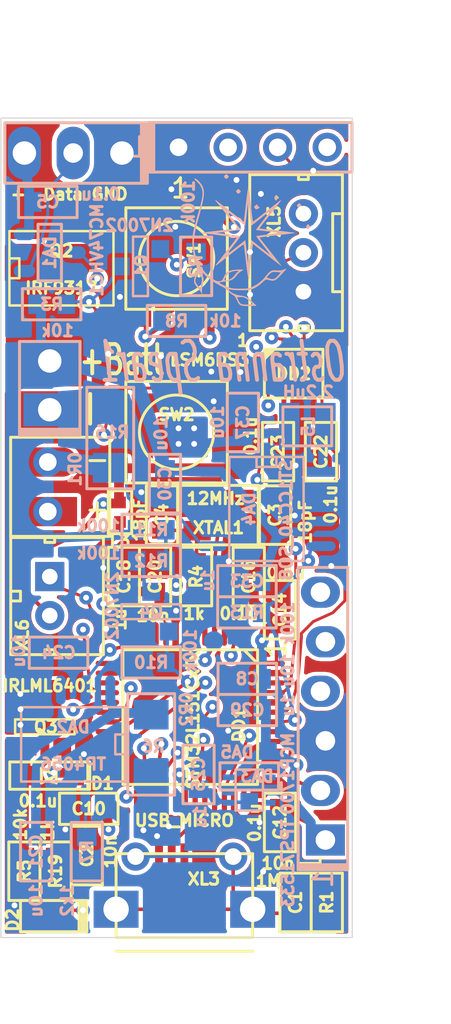
<source format=kicad_pcb>
(kicad_pcb (version 20190907) (host pcbnew "(5.99.0-323-gc4023637d)")
  (layers (0 "F.Cu" signal hide) (1 "In1.Cu" signal hide) (2 "In2.Cu" signal hide) (31 "B.Cu" signal) (36 "B.SilkS" user) (37 "F.SilkS" user hide) (38 "B.Mask" user) (39 "F.Mask" user hide) (44 "Edge.Cuts" user))
  (net 0 "")
  (net 1 "GND")
  (net 2 "Net-(C1-Pad2)")
  (net 3 "/5V_USB")
  (net 4 "/NPX_PWR")
  (net 5 "/MCU_VDDA")
  (net 6 "/5V_MID")
  (net 7 "/ACC_PWR")
  (net 8 "+BATT")
  (net 9 "PwrUnst")
  (net 10 "+3v3")
  (net 11 "/IS_CHARGING")
  (net 12 "/DIN0")
  (net 13 "/NPX1_CTRL")
  (net 14 "Net-(DA2-Pad2)")
  (net 15 "/LED_CTRL1")
  (net 16 "/LED_CTRL2")
  (net 17 "/LED_CTRL3")
  (net 18 "/ACC_INT1")
  (net 19 "Net-(DD1-Pad4)")
  (net 20 "Net-(DD1-Pad6)")
  (net 21 "/BTN1")
  (net 22 "Net-(DD1-Pad11)")
  (net 23 "/NPX_PWR_EN")
  (net 24 "/ADC_BAT")
  (net 25 "/ADC_BAT_EN")
  (net 26 "/ACC_CS")
  (net 27 "/ACC_SCK")
  (net 28 "/ACC_MISO")
  (net 29 "/ACC_MOSI")
  (net 30 "/USB_DM")
  (net 31 "/USB_DP")
  (net 32 "/SWDIO")
  (net 33 "/SWCLK")
  (net 34 "/UART_TX")
  (net 35 "/UART_RX")
  (net 36 "Net-(Q1-Pad3)")
  (net 37 "Net-(Q4-Pad3)")
  (net 38 "Net-(C37-Pad1)")
  (net 39 "Net-(C3-Pad1)")
  (net 40 "Net-(C4-Pad1)")
  (net 41 "Net-(D2-PadA)")
  (net 42 "Net-(DA4-Pad5)")
  (net 43 "Net-(DA4-Pad1)")
  (module "Connectors:WB-03(MW-3M)" (layer "F.Cu") (at 151.9 118.3 90)
    (fp_text reference "XL5" (at 1.6 -1.5 90) (layer "F.SilkS") (effects (font (size 0.6 0.6))))
    (fp_text value "CONN_3" hide)
    (pad "3" thru_hole circle (at 2 0 90) (size 1.5 1.5) (drill 0.8) (layers *.Cu *.Mask) (net 10 "+3v3"))
    (pad "2" thru_hole circle (at 0 0 90) (size 1.5 1.5) (drill 0.8) (layers *.Cu *.Mask) (net 21 "/BTN1"))
    (pad "1" thru_hole rect (at -2 0 90) (size 1.5 1.5) (drill 0.8) (layers *.Cu *.Mask) (net 1 "GND"))
  )
  (module "Resistors:RES_0603" (layer "B.Cu") (at 145.4 121.8)
    (fp_text reference "R8" (at 0 0 180) (layer "B.SilkS") (effects (font (size 0.6 0.6)) (justify mirror)))
    (fp_text value "10k" (at 2.5 0 180) (layer "B.SilkS") (effects (font (size 0.6 0.6)) (justify mirror)))
    (pad "1" smd rect (at -0.75 0) (size 0.9 1) (layers "B.Cu" "B.Paste" "B.Mask") (net 21 "/BTN1"))
    (pad "2" smd rect (at 0.75 0) (size 0.9 1) (layers "B.Cu" "B.Paste" "B.Mask") (net 1 "GND"))
  )
  (module "LQFP_TQFP:LQFP48" (layer "F.Cu") (at 146.1 142.1 -90)
    (fp_text reference "DD1" (at 0.39878 -2.499359 90) (layer "F.SilkS") (effects (font (size 0.59944 0.59944) (thickness 0.14986))))
    (fp_text value "STM32L151CxTx" (at 0.141421 -0.141421 90) (layer "F.SilkS") (effects (font (size 0.59944 0.59944) (thickness 0.14986))))
    (fp_text user "1" (at -3.5 -4.4 90) (layer "F.SilkS"))
    (pad "1" smd rect (at -4.25 -2.75 270) (size 1.2 0.27) (layers "F.Cu" "F.Paste" "F.Mask") (net 10 "+3v3"))
    (pad "2" smd oval (at -4.25 -2.25 270) (size 1.2 0.27) (layers "F.Cu" "F.Paste" "F.Mask") (net 18 "/ACC_INT1"))
    (pad "3" smd oval (at -4.25 -1.75 270) (size 1.2 0.27) (layers "F.Cu" "F.Paste" "F.Mask"))
    (pad "4" smd oval (at -4.25 -1.25 270) (size 1.2 0.27) (layers "F.Cu" "F.Paste" "F.Mask") (net 19 "Net-(DD1-Pad4)"))
    (pad "5" smd oval (at -4.25 -0.75 270) (size 1.2 0.27) (layers "F.Cu" "F.Paste" "F.Mask") (net 39 "Net-(C3-Pad1)"))
    (pad "6" smd oval (at -4.25 -0.25 270) (size 1.2 0.27) (layers "F.Cu" "F.Paste" "F.Mask") (net 20 "Net-(DD1-Pad6)"))
    (pad "7" smd oval (at -4.25 0.25 270) (size 1.2 0.27) (layers "F.Cu" "F.Paste" "F.Mask"))
    (pad "8" smd oval (at -4.25 0.75 270) (size 1.2 0.27) (layers "F.Cu" "F.Paste" "F.Mask") (net 1 "GND"))
    (pad "9" smd oval (at -4.25 1.25 270) (size 1.2 0.27) (layers "F.Cu" "F.Paste" "F.Mask") (net 5 "/MCU_VDDA"))
    (pad "10" smd oval (at -4.25 1.75 270) (size 1.2 0.27) (layers "F.Cu" "F.Paste" "F.Mask") (net 21 "/BTN1"))
    (pad "11" smd oval (at -4.25 2.25 270) (size 1.2 0.27) (layers "F.Cu" "F.Paste" "F.Mask") (net 22 "Net-(DD1-Pad11)"))
    (pad "12" smd oval (at -4.25 2.75 270) (size 1.2 0.27) (layers "F.Cu" "F.Paste" "F.Mask") (net 11 "/IS_CHARGING"))
    (pad "13" smd oval (at -2.75 4.25) (size 1.2 0.27) (layers "F.Cu" "F.Paste" "F.Mask"))
    (pad "14" smd oval (at -2.25 4.25) (size 1.2 0.27) (layers "F.Cu" "F.Paste" "F.Mask"))
    (pad "15" smd oval (at -1.75 4.25) (size 1.2 0.27) (layers "F.Cu" "F.Paste" "F.Mask"))
    (pad "16" smd oval (at -1.25 4.25) (size 1.2 0.27) (layers "F.Cu" "F.Paste" "F.Mask") (net 23 "/NPX_PWR_EN"))
    (pad "17" smd oval (at -0.75 4.25) (size 1.2 0.27) (layers "F.Cu" "F.Paste" "F.Mask") (net 13 "/NPX1_CTRL"))
    (pad "18" smd oval (at -0.25 4.25) (size 1.2 0.27) (layers "F.Cu" "F.Paste" "F.Mask"))
    (pad "19" smd oval (at 0.25 4.25) (size 1.2 0.27) (layers "F.Cu" "F.Paste" "F.Mask") (net 24 "/ADC_BAT"))
    (pad "20" smd oval (at 0.75 4.25) (size 1.2 0.27) (layers "F.Cu" "F.Paste" "F.Mask") (net 25 "/ADC_BAT_EN"))
    (pad "21" smd oval (at 1.25 4.25) (size 1.2 0.27) (layers "F.Cu" "F.Paste" "F.Mask"))
    (pad "22" smd oval (at 1.75 4.25) (size 1.2 0.27) (layers "F.Cu" "F.Paste" "F.Mask") (net 7 "/ACC_PWR"))
    (pad "23" smd oval (at 2.25 4.25) (size 1.2 0.27) (layers "F.Cu" "F.Paste" "F.Mask") (net 1 "GND"))
    (pad "24" smd oval (at 2.75 4.25) (size 1.2 0.27) (layers "F.Cu" "F.Paste" "F.Mask") (net 10 "+3v3"))
    (pad "25" smd oval (at 4.25 2.75 270) (size 1.2 0.27) (layers "F.Cu" "F.Paste" "F.Mask") (net 26 "/ACC_CS"))
    (pad "26" smd oval (at 4.25 2.25 270) (size 1.2 0.27) (layers "F.Cu" "F.Paste" "F.Mask") (net 27 "/ACC_SCK"))
    (pad "27" smd oval (at 4.25 1.75 270) (size 1.2 0.27) (layers "F.Cu" "F.Paste" "F.Mask") (net 28 "/ACC_MISO"))
    (pad "28" smd oval (at 4.25 1.25 270) (size 1.2 0.27) (layers "F.Cu" "F.Paste" "F.Mask") (net 29 "/ACC_MOSI"))
    (pad "29" smd oval (at 4.25 0.75 270) (size 1.2 0.27) (layers "F.Cu" "F.Paste" "F.Mask"))
    (pad "30" smd oval (at 4.25 0.25 270) (size 1.2 0.27) (layers "F.Cu" "F.Paste" "F.Mask") (net 34 "/UART_TX"))
    (pad "31" smd oval (at 4.25 -0.25 270) (size 1.2 0.27) (layers "F.Cu" "F.Paste" "F.Mask") (net 35 "/UART_RX"))
    (pad "32" smd oval (at 4.25 -0.75 270) (size 1.2 0.27) (layers "F.Cu" "F.Paste" "F.Mask") (net 30 "/USB_DM"))
    (pad "33" smd oval (at 4.25 -1.25 270) (size 1.2 0.27) (layers "F.Cu" "F.Paste" "F.Mask") (net 31 "/USB_DP"))
    (pad "34" smd oval (at 4.25 -1.75 270) (size 1.2 0.27) (layers "F.Cu" "F.Paste" "F.Mask") (net 32 "/SWDIO"))
    (pad "35" smd oval (at 4.25 -2.25 270) (size 1.2 0.27) (layers "F.Cu" "F.Paste" "F.Mask") (net 1 "GND"))
    (pad "36" smd oval (at 4.25 -2.75 270) (size 1.2 0.27) (layers "F.Cu" "F.Paste" "F.Mask") (net 10 "+3v3"))
    (pad "37" smd oval (at 2.75 -4.25) (size 1.2 0.27) (layers "F.Cu" "F.Paste" "F.Mask") (net 33 "/SWCLK"))
    (pad "38" smd oval (at 2.25 -4.25) (size 1.2 0.27) (layers "F.Cu" "F.Paste" "F.Mask"))
    (pad "39" smd oval (at 1.75 -4.25) (size 1.2 0.27) (layers "F.Cu" "F.Paste" "F.Mask"))
    (pad "40" smd oval (at 1.25 -4.25) (size 1.2 0.27) (layers "F.Cu" "F.Paste" "F.Mask"))
    (pad "41" smd oval (at 0.75 -4.25) (size 1.2 0.27) (layers "F.Cu" "F.Paste" "F.Mask"))
    (pad "42" smd oval (at 0.25 -4.25) (size 1.2 0.27) (layers "F.Cu" "F.Paste" "F.Mask") (net 15 "/LED_CTRL1"))
    (pad "43" smd oval (at -0.25 -4.25) (size 1.2 0.27) (layers "F.Cu" "F.Paste" "F.Mask") (net 16 "/LED_CTRL2"))
    (pad "44" smd oval (at -0.75 -4.25) (size 1.2 0.27) (layers "F.Cu" "F.Paste" "F.Mask") (net 1 "GND"))
    (pad "45" smd oval (at -1.25 -4.25) (size 1.2 0.27) (layers "F.Cu" "F.Paste" "F.Mask") (net 17 "/LED_CTRL3"))
    (pad "46" smd oval (at -1.75 -4.25) (size 1.2 0.27) (layers "F.Cu" "F.Paste" "F.Mask"))
    (pad "47" smd oval (at -2.25 -4.25) (size 1.2 0.27) (layers "F.Cu" "F.Paste" "F.Mask") (net 1 "GND"))
    (pad "48" smd oval (at -2.75 -4.25) (size 1.2 0.27) (layers "F.Cu" "F.Paste" "F.Mask") (net 10 "+3v3"))
  )
  (module "SOT:SOT323" (layer "B.Cu") (at 149.1245 145.8408 180)
    (fp_text reference "DA5" (at 0.6245 1.9408) (layer "B.SilkS") (effects (font (size 0.6 0.6)) (justify mirror)))
    (fp_text value "TPS71533" (at -1.9755 -3.7592 90) (layer "B.SilkS") (effects (font (size 0.6 0.6)) (justify mirror)))
    (pad "5" smd rect (at 1.04902 0.65024 180) (size 0.59944 0.29972) (layers "B.Cu" "B.Paste" "B.Mask") (net 10 "+3v3"))
    (pad "4" smd rect (at 1.04902 -0.65024 180) (size 0.59944 0.29972) (layers "B.Cu" "B.Paste" "B.Mask") (net 9 "PwrUnst"))
    (pad "3" smd rect (at -1.04902 -0.65024 180) (size 0.59944 0.29972) (layers "B.Cu" "B.Paste" "B.Mask"))
    (pad "2" smd rect (at -1.04902 0 180) (size 0.59944 0.29972) (layers "B.Cu" "B.Paste" "B.Mask") (net 1 "GND"))
    (pad "1" smd rect (at -1.04902 0.65024 180) (size 0.59944 0.29972) (layers "B.Cu" "B.Paste" "B.Mask"))
  )
  (module "Connectors:PLS-4" (layer "F.Cu") (at 145.5 112.9)
    (fp_text reference "XL8" hide)
    (fp_text value "CONN_4" hide)
    (fp_text user "1" (at 0.1 2.1) (layer "F.SilkS"))
    (fp_text user "1" (at -2 0) (layer "B.SilkS") (effects (justify mirror)))
    (pad "4" thru_hole circle (at 7.62 0) (size 1.5 1.5) (drill 0.9) (layers *.Cu *.Mask) (net 15 "/LED_CTRL1"))
    (pad "3" thru_hole circle (at 5.08 0) (size 1.5 1.5) (drill 0.9) (layers *.Cu *.Mask) (net 16 "/LED_CTRL2"))
    (pad "2" thru_hole circle (at 2.54 0) (size 1.5 1.5) (drill 0.9) (layers *.Cu *.Mask) (net 17 "/LED_CTRL3"))
    (pad "1" thru_hole rect (at 0 0) (size 1.5 1.5) (drill 0.9) (layers *.Cu *.Mask) (net 1 "GND"))
  )
  (module "SO_DIL_TSSOP:SO8_150MIL" (layer "F.Cu") (at 139.5 119.1)
    (fp_text reference "Q2" (at 0 -0.889) (layer "F.SilkS") (effects (font (size 0.6 0.6))))
    (fp_text value "IRF9317" (at 0 1.016) (layer "F.SilkS") (effects (font (size 0.6 0.6))))
    (pad "4" smd oval (at 1.905 2.794) (size 0.508 1.50114) (layers "F.Cu" "F.Paste" "F.Mask") (net 36 "Net-(Q1-Pad3)"))
    (pad "3" smd oval (at 0.635 2.794) (size 0.508 1.50114) (layers "F.Cu" "F.Paste" "F.Mask") (net 8 "+BATT"))
    (pad "2" smd oval (at -0.635 2.794) (size 0.508 1.50114) (layers "F.Cu" "F.Paste" "F.Mask") (net 8 "+BATT"))
    (pad "5" smd oval (at 1.905 -2.794) (size 0.508 1.50114) (layers "F.Cu" "F.Paste" "F.Mask") (net 4 "/NPX_PWR"))
    (pad "6" smd oval (at 0.635 -2.794) (size 0.508 1.50114) (layers "F.Cu" "F.Paste" "F.Mask") (net 4 "/NPX_PWR"))
    (pad "7" smd oval (at -0.635 -2.794) (size 0.508 1.50114) (layers "F.Cu" "F.Paste" "F.Mask") (net 4 "/NPX_PWR"))
    (pad "1" smd rect (at -1.905 2.794) (size 0.508 1.50114) (layers "F.Cu" "F.Paste" "F.Mask") (net 8 "+BATT"))
    (pad "8" smd oval (at -1.905 -2.794) (size 0.508 1.50114) (layers "F.Cu" "F.Paste" "F.Mask") (net 4 "/NPX_PWR"))
  )
  (module "Connectors:PLS-6_LOCK" (layer "F.Cu") (at 152.9 148.4 90)
    (fp_text reference "XL1" hide)
    (fp_text value "CONN_6" hide)
    (fp_text user "1" (at -1.2 -0.6 90) (layer "F.SilkS"))
    (fp_text user "1" (at -2 0 90) (layer "B.SilkS") (effects (justify mirror)))
    (pad "1" thru_hole rect (at 0 0.127 90) (size 1.6 2) (drill 1) (layers *.Cu *.Mask) (net 10 "+3v3"))
    (pad "2" thru_hole oval (at 2.54 -0.127 90) (size 1.6 2) (drill 1) (layers *.Cu *.Mask) (net 33 "/SWCLK"))
    (pad "3" thru_hole oval (at 5.08 0.127 90) (size 1.6 2) (drill 1) (layers *.Cu *.Mask) (net 1 "GND"))
    (pad "4" thru_hole oval (at 7.62 -0.127 90) (size 1.6 2) (drill 1) (layers *.Cu *.Mask) (net 32 "/SWDIO"))
    (pad "5" thru_hole oval (at 10.16 0.127 90) (size 1.6 2) (drill 1) (layers *.Cu *.Mask) (net 34 "/UART_TX"))
    (pad "6" thru_hole oval (at 12.7 -0.127 90) (size 1.6 2) (drill 1) (layers *.Cu *.Mask) (net 35 "/UART_RX"))
  )
  (module "Quartz:03225C4" (layer "F.Cu") (at 147.55 131.75 180)
    (fp_text reference "XTAL1" (at 0 -0.65) (layer "F.SilkS") (effects (font (size 0.59944 0.59944) (thickness 0.14986))))
    (fp_text value "12MHz" (at 0.15 0.85) (layer "F.SilkS") (effects (font (size 0.59944 0.59944) (thickness 0.14986))))
    (pad "1" smd rect (at -1.1 0.8 180) (size 1.4 1) (layers "F.Cu" "F.Paste" "F.Mask") (net 39 "Net-(C3-Pad1)"))
    (pad "H" smd rect (at 1.1 0.8 180) (size 1.4 1) (layers "F.Cu" "F.Paste" "F.Mask") (net 1 "GND"))
    (pad "2" smd rect (at 1.1 -0.8 180) (size 1.4 1) (layers "F.Cu" "F.Paste" "F.Mask") (net 40 "Net-(C4-Pad1)"))
    (pad "H" smd rect (at -1.1 -0.8 180) (size 1.4 1) (layers "F.Cu" "F.Paste" "F.Mask") (net 1 "GND"))
  )
  (module "PCB:Oval3x1.5wHole0d9_x2" (layer "F.Cu") (at 138.8 130.3 180)
    (fp_text reference "XL7" hide)
    (fp_text value "CONN_2" hide)
    (fp_text user "+" (at -2.54 -1.27 180 unlocked) (layer "F.SilkS"))
    (fp_text user "-" (at -2.54 1.27 180 unlocked) (layer "F.SilkS"))
    (pad "2" thru_hole circle (at 0 1.27 180) (size 1.5 1.5) (drill 0.9) (layers *.Cu *.Mask) (net 42 "Net-(DA4-Pad5)"))
    (pad "1" thru_hole circle (at 0 -1.27 180) (size 1.5 1.5) (drill 0.9) (layers *.Cu *.Mask) (net 38 "Net-(C37-Pad1)"))
    (pad "1" smd rect (at 0 -1.27 180) (size 3 1.5) (layers "F.Cu" "F.Paste" "F.Mask") (net 38 "Net-(C37-Pad1)"))
    (pad "2" smd oval (at 0 1.27 180) (size 3 1.5) (layers "F.Cu" "F.Paste" "F.Mask") (net 42 "Net-(DA4-Pad5)"))
  )
  (module "Connectors:WB-02(MW-2M)" (layer "F.Cu") (at 138.9 135.9 -90)
    (fp_text reference "XL6" (at 2 1.4 90) (layer "F.SilkS") (effects (font (size 0.6 0.6))))
    (fp_text value "CONN_2" hide)
    (pad "2" thru_hole circle (at 1 0 270) (size 1.5 1.5) (drill 0.8) (layers *.Cu *.Mask) (net 10 "+3v3"))
    (pad "1" thru_hole rect (at -1 0 270) (size 1.5 1.5) (drill 0.8) (layers *.Cu *.Mask) (net 22 "Net-(DD1-Pad11)"))
  )
  (module "Connectors:SLD_3_2D5" (layer "F.Cu") (at 140.1 113.193 180)
    (fp_text reference "XL4" hide)
    (fp_text value "CONN_3" hide)
    (pad "1" thru_hole rect (at -2.5 0 180) (size 1.7 2.7) (drill 1.2) (layers *.Cu *.Mask) (net 1 "GND"))
    (pad "2" thru_hole oval (at 0 0 180) (size 1.7 2.7) (drill 1) (layers *.Cu *.Mask) (net 12 "/DIN0"))
    (pad "3" thru_hole oval (at 2.5 0 180) (size 1.7 2.7) (drill 1.2) (layers *.Cu *.Mask) (net 4 "/NPX_PWR"))
  )
  (module "Connectors:USBmicro_MOLEX_1050170001" (layer "F.Cu") (at 145.8 153.4)
    (fp_text reference "XL3" (at 1 -3) (layer "F.SilkS") (effects (font (size 0.6 0.6))))
    (fp_text value "USB_MICRO" (at 0 -6) (layer "F.SilkS") (effects (font (size 0.6 0.6))))
    (pad "H1" thru_hole circle (at -2.5 -4.15) (size 1.45 1.45) (drill 0.85) (layers *.Cu *.Mask) (net 2 "Net-(C1-Pad2)"))
    (pad "H4" thru_hole circle (at 2.5 -4.15) (size 1.45 1.45) (drill 0.85) (layers *.Cu *.Mask) (net 2 "Net-(C1-Pad2)"))
    (pad "1" smd rect (at -1.3 -4.15) (size 0.4 1.35) (layers "F.Cu" "F.Paste" "F.Mask") (net 3 "/5V_USB"))
    (pad "2" smd rect (at -0.65 -4.15) (size 0.4 1.35) (layers "F.Cu" "F.Paste" "F.Mask") (net 30 "/USB_DM"))
    (pad "3" smd rect (at 0 -4.15) (size 0.4 1.35) (layers "F.Cu" "F.Paste" "F.Mask") (net 31 "/USB_DP"))
    (pad "4" smd rect (at 0.65 -4.15) (size 0.4 1.35) (layers "F.Cu" "F.Paste" "F.Mask") (net 1 "GND"))
    (pad "5" smd rect (at 1.3 -4.15) (size 0.4 1.35) (layers "F.Cu" "F.Paste" "F.Mask") (net 1 "GND"))
    (pad "H2" smd rect (at -1 -1.45) (size 1.5 1.9) (layers "F.Cu" "F.Paste" "F.Mask") (net 2 "Net-(C1-Pad2)"))
    (pad "H3" smd rect (at 1 -1.45) (size 1.5 1.9) (layers "F.Cu" "F.Paste" "F.Mask") (net 2 "Net-(C1-Pad2)"))
    (pad "H1" thru_hole rect (at -3.5 -1.45) (size 2.3 1.9) (drill 1.3) (layers *.Cu *.Mask) (net 2 "Net-(C1-Pad2)"))
    (pad "H4" thru_hole rect (at 3.5 -1.45) (size 2.3 1.9) (drill 1.3) (layers *.Cu *.Mask) (net 2 "Net-(C1-Pad2)"))
  )
  (module "Connectors:SLD_2_2D5" (layer "F.Cu") (at 138.9 125.1 90)
    (fp_text reference "XL2" hide)
    (fp_text value "CONN_2" hide)
    (pad "1" thru_hole rect (at -1.25 0 90) (size 1.7 2.7) (drill 1.2) (layers *.Cu *.Mask) (net 1 "GND"))
    (pad "2" thru_hole oval (at 1.25 0 90) (size 1.7 2.7) (drill 1.2) (layers *.Cu *.Mask) (net 8 "+BATT"))
  )
  (module "PCB:TESTPOINT_1MM" (layer "B.Cu") (at 147.3 138.2)
    (fp_text reference "TP1" hide)
    (fp_text value "TESTPOINT" hide)
    (pad "1" smd circle (at 0 0) (size 1 1) (layers "B.Cu" "B.Mask") (net 19 "Net-(DD1-Pad4)"))
  )
  (module "BtnsSwitches:BTN_4x4_SMD" (layer "F.Cu") (at 145.4 127.5)
    (fp_text reference "SW2" (at 0 -0.9) (layer "F.SilkS") (effects (font (size 0.59944 0.59944) (thickness 0.14986))))
    (fp_text value "BUTTON" hide)
    (pad "1" smd rect (at -3 -1.85) (size 1 1.1) (layers "F.Cu" "F.Paste" "F.Mask") (net 22 "Net-(DD1-Pad11)"))
    (pad "2" smd rect (at -3 1.85) (size 1 1.1) (layers "F.Cu" "F.Paste" "F.Mask") (net 10 "+3v3"))
    (pad "2" smd rect (at 3 1.85) (size 1 1.1) (layers "F.Cu" "F.Paste" "F.Mask") (net 10 "+3v3"))
    (pad "1" smd rect (at 3 -1.85) (size 1 1.1) (layers "F.Cu" "F.Paste" "F.Mask") (net 22 "Net-(DD1-Pad11)"))
  )
  (module "BtnsSwitches:BTN_4x4_SMD" (layer "F.Cu") (at 145.4 118.6 90)
    (fp_text reference "SW1" (at -0.1 0.9 90) (layer "F.SilkS") (effects (font (size 0.59944 0.59944) (thickness 0.14986))))
    (fp_text value "BUTTON" hide)
    (pad "1" smd rect (at -3 -1.85 90) (size 1 1.1) (layers "F.Cu" "F.Paste" "F.Mask") (net 21 "/BTN1"))
    (pad "2" smd rect (at -3 1.85 90) (size 1 1.1) (layers "F.Cu" "F.Paste" "F.Mask") (net 10 "+3v3"))
    (pad "2" smd rect (at 3 1.85 90) (size 1 1.1) (layers "F.Cu" "F.Paste" "F.Mask") (net 10 "+3v3"))
    (pad "1" smd rect (at 3 -1.85 90) (size 1 1.1) (layers "F.Cu" "F.Paste" "F.Mask") (net 21 "/BTN1"))
  )
  (module "Resistors:RES_0603" (layer "F.Cu") (at 139.2 150 90)
    (fp_text reference "R19" (at 0 0 90) (layer "F.SilkS") (effects (font (size 0.6 0.6))))
    (fp_text value "1k" (at 2.1 -0.4 90) (layer "F.SilkS") (effects (font (size 0.6 0.6))))
    (pad "1" smd rect (at -0.75 0 90) (size 0.9 1) (layers "F.Cu" "F.Paste" "F.Mask") (net 41 "Net-(D2-PadA)"))
    (pad "2" smd rect (at 0.75 0 90) (size 0.9 1) (layers "F.Cu" "F.Paste" "F.Mask") (net 3 "/5V_USB"))
  )
  (module "Resistors:RES_1206" (layer "B.Cu") (at 142 127.8 90)
    (fp_text reference "R16" (at 0.3 0.1 180) (layer "B.SilkS") (effects (font (size 0.6 0.6)) (justify mirror)))
    (fp_text value "0R1" (at -1.6 -1.8 90) (layer "B.SilkS") (effects (font (size 0.6 0.6)) (justify mirror)))
    (pad "2" smd rect (at 1.524 0 90) (size 1.524 1.778) (layers "B.Cu" "B.Paste" "B.Mask") (net 1 "GND"))
    (pad "1" smd rect (at -1.524 0 90) (size 1.524 1.778) (layers "B.Cu" "B.Paste" "B.Mask") (net 42 "Net-(DA4-Pad5)"))
  )
  (module "Resistors:RES_0603" (layer "B.Cu") (at 149.006 136.735 180)
    (fp_text reference "R13" (at 0 0) (layer "B.SilkS") (effects (font (size 0.6 0.6)) (justify mirror)))
    (fp_text value "100k" (at -2.094 -0.565 90) (layer "B.SilkS") (effects (font (size 0.6 0.6)) (justify mirror)))
    (pad "1" smd rect (at -0.75 0 180) (size 0.9 1) (layers "B.Cu" "B.Paste" "B.Mask") (net 15 "/LED_CTRL1"))
    (pad "2" smd rect (at 0.75 0 180) (size 0.9 1) (layers "B.Cu" "B.Paste" "B.Mask") (net 1 "GND"))
  )
  (module "Resistors:RES_0603" (layer "B.Cu") (at 144.1 134.1 180)
    (fp_text reference "R12" (at 0 0) (layer "B.SilkS") (effects (font (size 0.6 0.6)) (justify mirror)))
    (fp_text value "100k" (at 2.7 0.4) (layer "B.SilkS") (effects (font (size 0.6 0.6)) (justify mirror)))
    (pad "1" smd rect (at -0.75 0 180) (size 0.9 1) (layers "B.Cu" "B.Paste" "B.Mask") (net 24 "/ADC_BAT"))
    (pad "2" smd rect (at 0.75 0 180) (size 0.9 1) (layers "B.Cu" "B.Paste" "B.Mask") (net 37 "Net-(Q4-Pad3)"))
  )
  (module "Resistors:RES_0603" (layer "B.Cu") (at 144.1 132.5)
    (fp_text reference "R11" (at 0 0) (layer "B.SilkS") (effects (font (size 0.6 0.6)) (justify mirror)))
    (fp_text value "100k" (at -2.7 -0.2) (layer "B.SilkS") (effects (font (size 0.6 0.6)) (justify mirror)))
    (pad "1" smd rect (at -0.75 0) (size 0.9 1) (layers "B.Cu" "B.Paste" "B.Mask") (net 8 "+BATT"))
    (pad "2" smd rect (at 0.75 0) (size 0.9 1) (layers "B.Cu" "B.Paste" "B.Mask") (net 24 "/ADC_BAT"))
  )
  (module "Resistors:RES_0603" (layer "B.Cu") (at 144.1 139.3 180)
    (fp_text reference "R10" (at 0 0) (layer "B.SilkS") (effects (font (size 0.6 0.6)) (justify mirror)))
    (fp_text value "100k" (at -2 0.6 90) (layer "B.SilkS") (effects (font (size 0.6 0.6)) (justify mirror)))
    (pad "1" smd rect (at -0.75 0 180) (size 0.9 1) (layers "B.Cu" "B.Paste" "B.Mask") (net 25 "/ADC_BAT_EN"))
    (pad "2" smd rect (at 0.75 0 180) (size 0.9 1) (layers "B.Cu" "B.Paste" "B.Mask") (net 1 "GND"))
  )
  (module "Resistors:RES_0603" (layer "B.Cu") (at 140.8 149 -90)
    (fp_text reference "R7" (at 0 0 90) (layer "B.SilkS") (effects (font (size 0.6 0.6)) (justify mirror)))
    (fp_text value "1k2" (at 2.5 1 90) (layer "B.SilkS") (effects (font (size 0.6 0.6)) (justify mirror)))
    (pad "1" smd rect (at -0.75 0 270) (size 0.9 1) (layers "B.Cu" "B.Paste" "B.Mask") (net 14 "Net-(DA2-Pad2)"))
    (pad "2" smd rect (at 0.75 0 270) (size 0.9 1) (layers "B.Cu" "B.Paste" "B.Mask") (net 1 "GND"))
  )
  (module "Resistors:RES_1206" (layer "B.Cu") (at 144.1 143.5 90)
    (fp_text reference "R6" (at -0.1 0.1) (layer "B.SilkS") (effects (font (size 0.6 0.6)) (justify mirror)))
    (fp_text value "0R2" (at 1.8 1.8 270) (layer "B.SilkS") (effects (font (size 0.6 0.6)) (justify mirror)))
    (pad "2" smd rect (at 1.524 0 90) (size 1.524 1.778) (layers "B.Cu" "B.Paste" "B.Mask") (net 6 "/5V_MID"))
    (pad "1" smd rect (at -1.524 0 90) (size 1.524 1.778) (layers "B.Cu" "B.Paste" "B.Mask") (net 3 "/5V_USB"))
  )
  (module "Resistors:RES_0603" (layer "F.Cu") (at 137.6 150 -90)
    (fp_text reference "R5" (at 0 0 90) (layer "F.SilkS") (effects (font (size 0.6 0.6))))
    (fp_text value "10k" (at -2.4 0.2 90) (layer "F.SilkS") (effects (font (size 0.6 0.6))))
    (pad "1" smd rect (at -0.75 0 270) (size 0.9 1) (layers "F.Cu" "F.Paste" "F.Mask") (net 3 "/5V_USB"))
    (pad "2" smd rect (at 0.75 0 270) (size 0.9 1) (layers "F.Cu" "F.Paste" "F.Mask") (net 1 "GND"))
  )
  (module "Resistors:RES_0603" (layer "F.Cu") (at 146.4 134.9 90)
    (fp_text reference "R4" (at 0 0 90) (layer "F.SilkS") (effects (font (size 0.6 0.6))))
    (fp_text value "1k" (at -1.9 -0.1 180) (layer "F.SilkS") (effects (font (size 0.6 0.6))))
    (pad "1" smd rect (at -0.75 0 90) (size 0.9 1) (layers "F.Cu" "F.Paste" "F.Mask") (net 20 "Net-(DD1-Pad6)"))
    (pad "2" smd rect (at 0.75 0 90) (size 0.9 1) (layers "F.Cu" "F.Paste" "F.Mask") (net 40 "Net-(C4-Pad1)"))
  )
  (module "Resistors:RES_0603" (layer "B.Cu") (at 139 120.943)
    (fp_text reference "R3" (at 0 0 180) (layer "B.SilkS") (effects (font (size 0.6 0.6)) (justify mirror)))
    (fp_text value "10k" (at 0.3 1.357 180) (layer "B.SilkS") (effects (font (size 0.6 0.6)) (justify mirror)))
    (pad "1" smd rect (at -0.75 0) (size 0.9 1) (layers "B.Cu" "B.Paste" "B.Mask") (net 8 "+BATT"))
    (pad "2" smd rect (at 0.75 0) (size 0.9 1) (layers "B.Cu" "B.Paste" "B.Mask") (net 36 "Net-(Q1-Pad3)"))
  )
  (module "Resistors:RES_0603" (layer "B.Cu") (at 146.4 119 90)
    (fp_text reference "R2" (at 0 0 90) (layer "B.SilkS") (effects (font (size 0.6 0.6)) (justify mirror)))
    (fp_text value "100k" (at 3.3 -0.4 90) (layer "B.SilkS") (effects (font (size 0.6 0.6)) (justify mirror)))
    (pad "1" smd rect (at -0.75 0 90) (size 0.9 1) (layers "B.Cu" "B.Paste" "B.Mask") (net 1 "GND"))
    (pad "2" smd rect (at 0.75 0 90) (size 0.9 1) (layers "B.Cu" "B.Paste" "B.Mask") (net 23 "/NPX_PWR_EN"))
  )
  (module "Resistors:RES_0603" (layer "F.Cu") (at 153.1 151.6 90)
    (fp_text reference "R1" (at 0 0 90) (layer "F.SilkS") (effects (font (size 0.6 0.6))))
    (fp_text value "1M" (at 1.1 -3 180) (layer "F.SilkS") (effects (font (size 0.6 0.6))))
    (pad "1" smd rect (at -0.75 0 90) (size 0.9 1) (layers "F.Cu" "F.Paste" "F.Mask") (net 2 "Net-(C1-Pad2)"))
    (pad "2" smd rect (at 0.75 0 90) (size 0.9 1) (layers "F.Cu" "F.Paste" "F.Mask") (net 1 "GND"))
  )
  (module "SOT:SOT23-3" (layer "B.Cu") (at 144.1 136.7)
    (fp_text reference "Q4" (at 0 0) (layer "B.SilkS") (effects (font (size 0.6 0.6)) (justify mirror)))
    (fp_text value "2N7002" (at -2 -0.3 90) (layer "B.SilkS") (effects (font (size 0.59944 0.59944) (thickness 0.14986)) (justify mirror)))
    (pad "3" smd rect (at 0 -1.016) (size 0.9144 0.9144) (layers "B.Cu" "B.Paste" "B.Mask") (net 37 "Net-(Q4-Pad3)"))
    (pad "1" smd rect (at 0.889 1.016) (size 0.9144 0.9144) (layers "B.Cu" "B.Paste" "B.Mask") (net 25 "/ADC_BAT_EN"))
    (pad "2" smd rect (at -0.889 1.016) (size 0.9144 0.9144) (layers "B.Cu" "B.Paste" "B.Mask") (net 1 "GND"))
  )
  (module "SOT:SOT23-3" (layer "F.Cu") (at 138.65 142.6 180)
    (fp_text reference "Q3" (at -0.05 0) (layer "F.SilkS") (effects (font (size 0.6 0.6))))
    (fp_text value "IRLML6401" (at -0.25 2.1) (layer "F.SilkS") (effects (font (size 0.59944 0.59944) (thickness 0.14986))))
    (pad "3" smd rect (at 0 1.016 180) (size 0.9144 0.9144) (layers "F.Cu" "F.Paste" "F.Mask") (net 8 "+BATT"))
    (pad "1" smd rect (at 0.889 -1.016 180) (size 0.9144 0.9144) (layers "F.Cu" "F.Paste" "F.Mask") (net 3 "/5V_USB"))
    (pad "2" smd rect (at -0.889 -1.016 180) (size 0.9144 0.9144) (layers "F.Cu" "F.Paste" "F.Mask") (net 9 "PwrUnst"))
  )
  (module "SOT:SOT23-3" (layer "B.Cu") (at 143.55 119 90)
    (fp_text reference "Q1" (at 0 0.05 90) (layer "B.SilkS") (effects (font (size 0.6 0.6)) (justify mirror)))
    (fp_text value "2N7002" (at 2.1 -0.05 180) (layer "B.SilkS") (effects (font (size 0.59944 0.59944) (thickness 0.14986)) (justify mirror)))
    (pad "3" smd rect (at 0 -1.016 90) (size 0.9144 0.9144) (layers "B.Cu" "B.Paste" "B.Mask") (net 36 "Net-(Q1-Pad3)"))
    (pad "1" smd rect (at 0.889 1.016 90) (size 0.9144 0.9144) (layers "B.Cu" "B.Paste" "B.Mask") (net 23 "/NPX_PWR_EN"))
    (pad "2" smd rect (at -0.889 1.016 90) (size 0.9144 0.9144) (layers "B.Cu" "B.Paste" "B.Mask") (net 1 "GND"))
  )
  (module "Pictures:Ostranna_8x8" (layer "B.Cu") (at 149 117.3 90)
    (fp_text reference "Logo1" hide)
    (fp_text value "Logo" hide)
  )
  (module "Inductors:IND_SRN2512" (layer "B.Cu") (at 152.1 127.2)
    (fp_text reference "L5" (at 0.05 0 90) (layer "B.SilkS") (effects (font (size 0.6 0.6)) (justify mirror)))
    (fp_text value "2.2uH" (at 0.05 -1.75) (layer "B.SilkS") (effects (font (size 0.6 0.6)) (justify mirror)))
    (pad "2" smd rect (at 0.925 0) (size 1.05 2.4) (layers "B.Cu" "B.Paste" "B.Mask") (net 43 "Net-(DA4-Pad1)"))
    (pad "1" smd rect (at -0.925 0) (size 1.05 2.4) (layers "B.Cu" "B.Paste" "B.Mask") (net 38 "Net-(C37-Pad1)"))
  )
  (module "Inductors:IND_0402" (layer "F.Cu") (at 142.5 131.6 -90)
    (fp_text reference "L3" (at 1.5 0) (layer "F.SilkS") (effects (font (size 0.6 0.6))))
    (fp_text value "BLM15AG102SN1" hide)
    (pad "2" smd rect (at 0.5 0 270) (size 0.6 0.6) (layers "F.Cu" "F.Paste" "F.Mask") (net 5 "/MCU_VDDA"))
    (pad "1" smd rect (at -0.5 0 270) (size 0.6 0.6) (layers "F.Cu" "F.Paste" "F.Mask") (net 10 "+3v3"))
  )
  (module "LGA:14_3x2d5_p0d5" (layer "F.Cu") (at 151.4 124.5)
    (fp_text reference "DD2" (at 0 0) (layer "F.SilkS") (effects (font (size 0.6 0.6))))
    (fp_text value "LSM6DS3" (at -4.3 -0.7) (layer "F.SilkS") (effects (font (size 0.6 0.6))))
    (fp_text user "1" (at -2.6 -1.7) (layer "F.SilkS") (effects (font (size 0.6 0.6))))
    (pad "14" smd rect (at -0.5 -1.25 90) (size 1.2 0.25) (layers "F.Cu" "F.Paste" "F.Mask") (net 29 "/ACC_MOSI"))
    (pad "13" smd rect (at 0 -1.25 90) (size 1.2 0.25) (layers "F.Cu" "F.Paste" "F.Mask") (net 27 "/ACC_SCK"))
    (pad "12" smd rect (at 0.5 -1.25 90) (size 1.2 0.25) (layers "F.Cu" "F.Paste" "F.Mask") (net 26 "/ACC_CS"))
    (pad "11" smd rect (at 1.5 -0.75) (size 1.2 0.25) (layers "F.Cu" "F.Paste" "F.Mask"))
    (pad "10" smd rect (at 1.5 -0.25) (size 1.2 0.25) (layers "F.Cu" "F.Paste" "F.Mask"))
    (pad "9" smd rect (at 1.5 0.25) (size 1.2 0.25) (layers "F.Cu" "F.Paste" "F.Mask"))
    (pad "8" smd rect (at 1.5 0.75) (size 1.2 0.25) (layers "F.Cu" "F.Paste" "F.Mask") (net 7 "/ACC_PWR"))
    (pad "7" smd rect (at 0.5 1.25 90) (size 1.2 0.25) (layers "F.Cu" "F.Paste" "F.Mask") (net 1 "GND"))
    (pad "6" smd rect (at 0 1.25 90) (size 1.2 0.25) (layers "F.Cu" "F.Paste" "F.Mask") (net 1 "GND"))
    (pad "5" smd rect (at -0.5 1.25 90) (size 1.2 0.25) (layers "F.Cu" "F.Paste" "F.Mask") (net 7 "/ACC_PWR"))
    (pad "4" smd rect (at -1.5 0.75) (size 1.2 0.25) (layers "F.Cu" "F.Paste" "F.Mask") (net 18 "/ACC_INT1"))
    (pad "3" smd rect (at -1.5 0.25) (size 1.2 0.25) (layers "F.Cu" "F.Paste" "F.Mask") (net 1 "GND"))
    (pad "2" smd rect (at -1.5 -0.25) (size 1.2 0.25) (layers "F.Cu" "F.Paste" "F.Mask") (net 1 "GND"))
    (pad "1" smd rect (at -1.5 -0.75) (size 1.2 0.25) (layers "F.Cu" "F.Paste" "F.Mask") (net 28 "/ACC_MISO"))
  )
  (module "SO_DIL_TSSOP:SO8_150MIL" (layer "B.Cu") (at 150.006 131.435 -90)
    (fp_text reference "DA4" (at 0 0.889 90) (layer "B.SilkS") (effects (font (size 0.6 0.6)) (justify mirror)))
    (fp_text value "ST1CC40_SO8" (at 0.565 -1.016 90) (layer "B.SilkS") (effects (font (size 0.6 0.6)) (justify mirror)))
    (pad "4" smd oval (at 1.905 -2.794 270) (size 0.508 1.50114) (layers "B.Cu" "B.Paste" "B.Mask") (net 15 "/LED_CTRL1"))
    (pad "3" smd oval (at 0.635 -2.794 270) (size 0.508 1.50114) (layers "B.Cu" "B.Paste" "B.Mask") (net 8 "+BATT"))
    (pad "2" smd oval (at -0.635 -2.794 270) (size 0.508 1.50114) (layers "B.Cu" "B.Paste" "B.Mask") (net 1 "GND"))
    (pad "5" smd oval (at 1.905 2.794 270) (size 0.508 1.50114) (layers "B.Cu" "B.Paste" "B.Mask") (net 42 "Net-(DA4-Pad5)"))
    (pad "6" smd oval (at 0.635 2.794 270) (size 0.508 1.50114) (layers "B.Cu" "B.Paste" "B.Mask") (net 1 "GND"))
    (pad "7" smd oval (at -0.635 2.794 270) (size 0.508 1.50114) (layers "B.Cu" "B.Paste" "B.Mask") (net 1 "GND"))
    (pad "1" smd rect (at -1.905 -2.794 270) (size 0.508 1.50114) (layers "B.Cu" "B.Paste" "B.Mask") (net 43 "Net-(DA4-Pad1)"))
    (pad "8" smd oval (at -1.905 2.794 270) (size 0.508 1.50114) (layers "B.Cu" "B.Paste" "B.Mask") (net 8 "+BATT"))
  )
  (module "SOT:SOT23-3A" (layer "B.Cu") (at 149.1245 145.1408 180)
    (fp_text reference "DA3" (at -0.4 0) (layer "B.SilkS") (effects (font (size 0.6 0.6)) (justify mirror)))
    (fp_text value "MCP1700" (at -1.9755 0.1408 -90) (layer "B.SilkS") (effects (font (size 0.59944 0.59944) (thickness 0.14986)) (justify mirror)))
    (pad "2" smd rect (at -0.96 1.3 180) (size 0.9 0.9) (layers "B.Cu" "B.Paste" "B.Mask") (net 10 "+3v3"))
    (pad "1" smd rect (at 0.96 1.3 180) (size 0.9 0.9) (layers "B.Cu" "B.Paste" "B.Mask") (net 1 "GND"))
    (pad "3" smd rect (at 0 -1.3 180) (size 0.9 0.9) (layers "B.Cu" "B.Paste" "B.Mask") (net 9 "PwrUnst"))
  )
  (module "SO_DIL_TSSOP:SO8_150MIL" (layer "B.Cu") (at 140.1 143.5 180)
    (fp_text reference "DA2" (at 0 0.889) (layer "B.SilkS") (effects (font (size 0.6 0.6)) (justify mirror)))
    (fp_text value "TP4056" (at 0 -1.016) (layer "B.SilkS") (effects (font (size 0.6 0.6)) (justify mirror)))
    (pad "4" smd oval (at 1.905 -2.794 180) (size 0.508 1.50114) (layers "B.Cu" "B.Paste" "B.Mask") (net 6 "/5V_MID"))
    (pad "3" smd oval (at 0.635 -2.794 180) (size 0.508 1.50114) (layers "B.Cu" "B.Paste" "B.Mask") (net 1 "GND"))
    (pad "2" smd oval (at -0.635 -2.794 180) (size 0.508 1.50114) (layers "B.Cu" "B.Paste" "B.Mask") (net 14 "Net-(DA2-Pad2)"))
    (pad "5" smd oval (at 1.905 2.794 180) (size 0.508 1.50114) (layers "B.Cu" "B.Paste" "B.Mask") (net 8 "+BATT"))
    (pad "6" smd oval (at 0.635 2.794 180) (size 0.508 1.50114) (layers "B.Cu" "B.Paste" "B.Mask"))
    (pad "7" smd oval (at -0.635 2.794 180) (size 0.508 1.50114) (layers "B.Cu" "B.Paste" "B.Mask") (net 11 "/IS_CHARGING"))
    (pad "1" smd rect (at -1.905 -2.794 180) (size 0.508 1.50114) (layers "B.Cu" "B.Paste" "B.Mask") (net 1 "GND"))
    (pad "8" smd oval (at -1.905 2.794 180) (size 0.508 1.50114) (layers "B.Cu" "B.Paste" "B.Mask") (net 6 "/5V_MID"))
  )
  (module "SOT:SOT23-5" (layer "B.Cu") (at 138.9 118.293 -90)
    (fp_text reference "DA1" (at 0.007 0 90) (layer "B.SilkS") (effects (font (size 0.6 0.6)) (justify mirror)))
    (fp_text value "MC74VHC1" (at -0.127 -2.413 90) (layer "B.SilkS") (effects (font (size 0.6 0.6)) (justify mirror)))
    (pad "5" smd oval (at -0.95 1.3 270) (size 0.635 1.1) (layers "B.Cu" "B.Paste" "B.Mask") (net 4 "/NPX_PWR"))
    (pad "4" smd oval (at 0.95 1.3 270) (size 0.635 1.1) (layers "B.Cu" "B.Paste" "B.Mask") (net 12 "/DIN0"))
    (pad "3" smd oval (at 0.95 -1.3 270) (size 0.635 1.1) (layers "B.Cu" "B.Paste" "B.Mask") (net 1 "GND"))
    (pad "2" smd oval (at 0 -1.3 270) (size 0.635 1.1) (layers "B.Cu" "B.Paste" "B.Mask") (net 13 "/NPX1_CTRL"))
    (pad "1" smd rect (at -0.95 -1.3 270) (size 0.635 1.1) (layers "B.Cu" "B.Paste" "B.Mask") (net 1 "GND"))
  )
  (module "LEDs:LED_0603" (layer "F.Cu") (at 138.9 152.3)
    (fp_text reference "D2" (at -1.9 0.2 90) (layer "F.SilkS") (effects (font (size 0.6 0.6))))
    (fp_text value "LED" hide)
    (pad "A" smd rect (at -0.762 0) (size 0.889 1.016) (layers "F.Cu" "F.Paste" "F.Mask") (net 41 "Net-(D2-PadA)"))
    (pad "C" smd rect (at 0.762 0) (size 0.889 1.016) (layers "F.Cu" "F.Paste" "F.Mask") (net 11 "/IS_CHARGING"))
  )
  (module "Diodes:SOD323" (layer "F.Cu") (at 138.85 145.1 180)
    (fp_text reference "D1" (at -2.75 -0.4) (layer "F.SilkS") (effects (font (size 0.59944 0.59944) (thickness 0.14986))))
    (fp_text value "NSR0320")
    (pad "C" smd rect (at -1.30048 0 180) (size 1.00076 1.00076) (layers "F.Cu" "F.Paste" "F.Mask") (net 9 "PwrUnst"))
    (pad "A" smd rect (at 1.30048 0 180) (size 1.00076 1.00076) (layers "F.Cu" "F.Paste" "F.Mask") (net 3 "/5V_USB"))
  )
  (module "Capacitors:CAP_0603_Silks" (layer "B.Cu") (at 148.8 127 90)
    (fp_text reference "C37" (at 0 0 270) (layer "B.SilkS") (effects (font (size 0.6 0.6)) (justify mirror)))
    (fp_text value "10u" (at 0.011396 -1.303049 270) (layer "B.SilkS") (effects (font (size 0.6 0.6)) (justify mirror)))
    (pad "2" smd rect (at 0.762 0 90) (size 0.889 1.016) (layers "B.Cu" "B.Paste" "B.Mask") (net 1 "GND"))
    (pad "1" smd rect (at -0.762 0 90) (size 0.889 1.016) (layers "B.Cu" "B.Paste" "B.Mask") (net 38 "Net-(C37-Pad1)"))
  )
  (module "Capacitors:CAP_0603_Silks" (layer "B.Cu") (at 149.006 135.135 180)
    (fp_text reference "C33" (at 0 0) (layer "B.SilkS") (effects (font (size 0.6 0.6)) (justify mirror)))
    (fp_text value "1u" (at 2.006 0.035 90) (layer "B.SilkS") (effects (font (size 0.6 0.6)) (justify mirror)))
    (pad "2" smd rect (at 0.762 0 180) (size 0.889 1.016) (layers "B.Cu" "B.Paste" "B.Mask") (net 1 "GND"))
    (pad "1" smd rect (at -0.762 0 180) (size 0.889 1.016) (layers "B.Cu" "B.Paste" "B.Mask") (net 8 "+BATT"))
  )
  (module "Capacitors:CAP_0603_Silks" (layer "B.Cu") (at 144.806 130.135 -90)
    (fp_text reference "C30" (at 0 0 90) (layer "B.SilkS") (effects (font (size 0.6 0.6)) (justify mirror)))
    (fp_text value "10u" (at -2.535 0.206 90) (layer "B.SilkS") (effects (font (size 0.6 0.6)) (justify mirror)))
    (pad "2" smd rect (at 0.762 0 270) (size 0.889 1.016) (layers "B.Cu" "B.Paste" "B.Mask") (net 1 "GND"))
    (pad "1" smd rect (at -0.762 0 270) (size 0.889 1.016) (layers "B.Cu" "B.Paste" "B.Mask") (net 8 "+BATT"))
  )
  (module "Capacitors:CAP_0603_Silks" (layer "B.Cu") (at 149.0245 141.7408 180)
    (fp_text reference "C29" (at 0 0) (layer "B.SilkS") (effects (font (size 0.6 0.6)) (justify mirror)))
    (fp_text value "1u" (at -2.0755 0.2408 90) (layer "B.SilkS") (effects (font (size 0.6 0.6)) (justify mirror)))
    (pad "2" smd rect (at 0.762 0 180) (size 0.889 1.016) (layers "B.Cu" "B.Paste" "B.Mask") (net 1 "GND"))
    (pad "1" smd rect (at -0.762 0 180) (size 0.889 1.016) (layers "B.Cu" "B.Paste" "B.Mask") (net 10 "+3v3"))
  )
  (module "Capacitors:CAP_0603_Silks" (layer "B.Cu") (at 146.5245 145.0408 90)
    (fp_text reference "C25" (at 0 0 -90) (layer "B.SilkS") (effects (font (size 0.6 0.6)) (justify mirror)))
    (fp_text value "1u" (at -2.1592 0.0755 -90) (layer "B.SilkS") (effects (font (size 0.6 0.6)) (justify mirror)))
    (pad "2" smd rect (at 0.762 0 90) (size 0.889 1.016) (layers "B.Cu" "B.Paste" "B.Mask") (net 1 "GND"))
    (pad "1" smd rect (at -0.762 0 90) (size 0.889 1.016) (layers "B.Cu" "B.Paste" "B.Mask") (net 9 "PwrUnst"))
  )
  (module "Capacitors:CAP_0603_Silks" (layer "B.Cu") (at 139.35 138.8 180)
    (fp_text reference "C24" (at 0 0) (layer "B.SilkS") (effects (font (size 0.6 0.6)) (justify mirror)))
    (fp_text value "10u" (at 2.05 0.1 90) (layer "B.SilkS") (effects (font (size 0.6 0.6)) (justify mirror)))
    (pad "2" smd rect (at 0.762 0 180) (size 0.889 1.016) (layers "B.Cu" "B.Paste" "B.Mask") (net 8 "+BATT"))
    (pad "1" smd rect (at -0.762 0 180) (size 0.889 1.016) (layers "B.Cu" "B.Paste" "B.Mask") (net 1 "GND"))
  )
  (module "Capacitors:CAP_0603_Silks" (layer "F.Cu") (at 150.6 128.5 -90)
    (fp_text reference "C23" (at 0 0 -270) (layer "F.SilkS") (effects (font (size 0.6 0.6))))
    (fp_text value "0.1u" (at -0.8 1.4 -270) (layer "F.SilkS") (effects (font (size 0.6 0.6))))
    (pad "2" smd rect (at 0.762 0 270) (size 0.889 1.016) (layers "F.Cu" "F.Paste" "F.Mask") (net 1 "GND"))
    (pad "1" smd rect (at -0.762 0 270) (size 0.889 1.016) (layers "F.Cu" "F.Paste" "F.Mask") (net 7 "/ACC_PWR"))
  )
  (module "Capacitors:CAP_0603_Silks" (layer "F.Cu") (at 152.8 128.5 -90)
    (fp_text reference "C22" (at 0 0 90) (layer "F.SilkS") (effects (font (size 0.6 0.6))))
    (fp_text value "0.1u" (at 2.7 -0.5 90) (layer "F.SilkS") (effects (font (size 0.6 0.6))))
    (pad "2" smd rect (at 0.762 0 270) (size 0.889 1.016) (layers "F.Cu" "F.Paste" "F.Mask") (net 1 "GND"))
    (pad "1" smd rect (at -0.762 0 270) (size 0.889 1.016) (layers "F.Cu" "F.Paste" "F.Mask") (net 7 "/ACC_PWR"))
  )
  (module "Capacitors:CAP_0603_Silks" (layer "B.Cu") (at 138.2 149 90)
    (fp_text reference "C21" (at 0 0 90) (layer "B.SilkS") (effects (font (size 0.6 0.6)) (justify mirror)))
    (fp_text value "10u" (at -2.5 0 90) (layer "B.SilkS") (effects (font (size 0.6 0.6)) (justify mirror)))
    (pad "2" smd rect (at 0.762 0 90) (size 0.889 1.016) (layers "B.Cu" "B.Paste" "B.Mask") (net 6 "/5V_MID"))
    (pad "1" smd rect (at -0.762 0 90) (size 0.889 1.016) (layers "B.Cu" "B.Paste" "B.Mask") (net 1 "GND"))
  )
  (module "Capacitors:CAP_0603_Silks" (layer "F.Cu") (at 144.3 134.9 90)
    (fp_text reference "C20" (at 0 0 90) (layer "F.SilkS") (effects (font (size 0.6 0.6))))
    (fp_text value "10n" (at -2 -0.1 180) (layer "F.SilkS") (effects (font (size 0.6 0.6))))
    (pad "2" smd rect (at 0.762 0 90) (size 0.889 1.016) (layers "F.Cu" "F.Paste" "F.Mask") (net 1 "GND"))
    (pad "1" smd rect (at -0.762 0 90) (size 0.889 1.016) (layers "F.Cu" "F.Paste" "F.Mask") (net 5 "/MCU_VDDA"))
  )
  (module "Capacitors:CAP_0603_Silks" (layer "F.Cu") (at 142.7 134.9 90)
    (fp_text reference "C18" (at 0 0 90) (layer "F.SilkS") (effects (font (size 0.6 0.6))))
    (fp_text value "1u" (at -2.2 -0.2 90) (layer "F.SilkS") (effects (font (size 0.6 0.6))))
    (pad "2" smd rect (at 0.762 0 90) (size 0.889 1.016) (layers "F.Cu" "F.Paste" "F.Mask") (net 1 "GND"))
    (pad "1" smd rect (at -0.762 0 90) (size 0.889 1.016) (layers "F.Cu" "F.Paste" "F.Mask") (net 5 "/MCU_VDDA"))
  )
  (module "Capacitors:CAP_0603_Silks" (layer "F.Cu") (at 149.1 134.9 90)
    (fp_text reference "C16" (at 0 0 90) (layer "F.SilkS") (effects (font (size 0.6 0.6))))
    (fp_text value "0.1u" (at -1.9 -0.5 180) (layer "F.SilkS") (effects (font (size 0.6 0.6))))
    (pad "2" smd rect (at 0.762 0 90) (size 0.889 1.016) (layers "F.Cu" "F.Paste" "F.Mask") (net 1 "GND"))
    (pad "1" smd rect (at -0.762 0 90) (size 0.889 1.016) (layers "F.Cu" "F.Paste" "F.Mask") (net 10 "+3v3"))
  )
  (module "Capacitors:CAP_0603_Silks" (layer "F.Cu") (at 150.7 136.6 90)
    (fp_text reference "C14" (at 0 0 90) (layer "F.SilkS") (effects (font (size 0.6 0.6))))
    (fp_text value "0.1u" (at 1.9 0.3 180) (layer "F.SilkS") (effects (font (size 0.6 0.6))))
    (pad "2" smd rect (at 0.762 0 90) (size 0.889 1.016) (layers "F.Cu" "F.Paste" "F.Mask") (net 1 "GND"))
    (pad "1" smd rect (at -0.762 0 90) (size 0.889 1.016) (layers "F.Cu" "F.Paste" "F.Mask") (net 10 "+3v3"))
  )
  (module "Capacitors:CAP_0603_Silks" (layer "F.Cu") (at 150.7 147.5 -90)
    (fp_text reference "C12" (at 0 0 90) (layer "F.SilkS") (effects (font (size 0.6 0.6))))
    (fp_text value "0.1u" (at 0.011396 1.303049 90) (layer "F.SilkS") (effects (font (size 0.6 0.6))))
    (pad "2" smd rect (at 0.762 0 270) (size 0.889 1.016) (layers "F.Cu" "F.Paste" "F.Mask") (net 1 "GND"))
    (pad "1" smd rect (at -0.762 0 270) (size 0.889 1.016) (layers "F.Cu" "F.Paste" "F.Mask") (net 10 "+3v3"))
  )
  (module "Capacitors:CAP_0603_Silks" (layer "F.Cu") (at 140.9 146.8 180)
    (fp_text reference "C10" (at 0 0) (layer "F.SilkS") (effects (font (size 0.6 0.6))))
    (fp_text value "0.1u" (at 2.6 0.4) (layer "F.SilkS") (effects (font (size 0.6 0.6))))
    (pad "2" smd rect (at 0.762 0 180) (size 0.889 1.016) (layers "F.Cu" "F.Paste" "F.Mask") (net 1 "GND"))
    (pad "1" smd rect (at -0.762 0 180) (size 0.889 1.016) (layers "F.Cu" "F.Paste" "F.Mask") (net 10 "+3v3"))
  )
  (module "Capacitors:CAP_0603_Silks" (layer "B.Cu") (at 149.0245 140.1408)
    (fp_text reference "C8" (at 0 0) (layer "B.SilkS") (effects (font (size 0.6 0.6)) (justify mirror)))
    (fp_text value "10u" (at 2.0755 -0.4408 90) (layer "B.SilkS") (effects (font (size 0.6 0.6)) (justify mirror)))
    (pad "2" smd rect (at 0.762 0) (size 0.889 1.016) (layers "B.Cu" "B.Paste" "B.Mask") (net 10 "+3v3"))
    (pad "1" smd rect (at -0.762 0) (size 0.889 1.016) (layers "B.Cu" "B.Paste" "B.Mask") (net 1 "GND"))
  )
  (module "Capacitors:CAP_0603_Silks" (layer "B.Cu") (at 138.8 115.7 180)
    (fp_text reference "C5" (at 0 0) (layer "B.SilkS") (effects (font (size 0.6 0.6)) (justify mirror)))
    (fp_text value "0.1u" (at -2.7 0.4) (layer "B.SilkS") (effects (font (size 0.6 0.6)) (justify mirror)))
    (pad "2" smd rect (at 0.762 0 180) (size 0.889 1.016) (layers "B.Cu" "B.Paste" "B.Mask") (net 4 "/NPX_PWR"))
    (pad "1" smd rect (at -0.762 0 180) (size 0.889 1.016) (layers "B.Cu" "B.Paste" "B.Mask") (net 1 "GND"))
  )
  (module "Capacitors:CAP_0603_Silks" (layer "F.Cu") (at 144.65 131.75 90)
    (fp_text reference "C4" (at 0 0 90) (layer "F.SilkS") (effects (font (size 0.6 0.6))))
    (fp_text value "18pF" (at -0.25 -1.15 90) (layer "F.SilkS") (effects (font (size 0.6 0.6))))
    (pad "2" smd rect (at 0.762 0 90) (size 0.889 1.016) (layers "F.Cu" "F.Paste" "F.Mask") (net 1 "GND"))
    (pad "1" smd rect (at -0.762 0 90) (size 0.889 1.016) (layers "F.Cu" "F.Paste" "F.Mask") (net 40 "Net-(C4-Pad1)"))
  )
  (module "Capacitors:CAP_0603_Silks" (layer "F.Cu") (at 150.45 131.75 -90)
    (fp_text reference "C3" (at 0 0 90) (layer "F.SilkS") (effects (font (size 0.6 0.6))))
    (fp_text value "18pF" (at 0.35 -1.55 90) (layer "F.SilkS") (effects (font (size 0.6 0.6))))
    (pad "2" smd rect (at 0.762 0 270) (size 0.889 1.016) (layers "F.Cu" "F.Paste" "F.Mask") (net 1 "GND"))
    (pad "1" smd rect (at -0.762 0 270) (size 0.889 1.016) (layers "F.Cu" "F.Paste" "F.Mask") (net 39 "Net-(C3-Pad1)"))
  )
  (module "Capacitors:CAP_0603_Silks" (layer "F.Cu") (at 140.8 149.2 -90)
    (fp_text reference "C2" (at 0 0 -90) (layer "F.SilkS") (effects (font (size 0.6 0.6))))
    (fp_text value "10n" (at -0.2 -1.2 -90) (layer "F.SilkS") (effects (font (size 0.6 0.6))))
    (pad "2" smd rect (at 0.762 0 270) (size 0.889 1.016) (layers "F.Cu" "F.Paste" "F.Mask") (net 3 "/5V_USB"))
    (pad "1" smd rect (at -0.762 0 270) (size 0.889 1.016) (layers "F.Cu" "F.Paste" "F.Mask") (net 1 "GND"))
  )
  (module "Capacitors:CAP_0603_Silks" (layer "F.Cu") (at 151.5 151.6 -90)
    (fp_text reference "C1" (at 0 0 90) (layer "F.SilkS") (effects (font (size 0.6 0.6))))
    (fp_text value "10n" (at -2 0.9 180) (layer "F.SilkS") (effects (font (size 0.6 0.6))))
    (pad "2" smd rect (at 0.762 0 270) (size 0.889 1.016) (layers "F.Cu" "F.Paste" "F.Mask") (net 2 "Net-(C1-Pad2)"))
    (pad "1" smd rect (at -0.762 0 270) (size 0.889 1.016) (layers "F.Cu" "F.Paste" "F.Mask") (net 1 "GND"))
  )
  (gr_text "Spear1" (at 144.1 123.9) (layer "B.SilkS") (effects (font (size 2 1) (thickness 0.2) italic) (justify mirror)))
  (gr_text "Ostranna" (at 150.8 123.9) (layer "B.SilkS") (effects (font (size 2 1) (thickness 0.2) italic) (justify mirror)))
  (gr_text "+  Data GND" (at 139.9 115.3) (layer "F.SilkS") (effects (font (size 0.6 0.6))))
  (gr_text "-" (at 140.9 126.3 90) (layer "F.SilkS") (effects (font (size 1 2) (thickness 0.2))))
  (gr_text "+Batt" (at 142.6 123.8) (layer "F.SilkS") (effects (font (size 1.5 1) (thickness 0.2))))
  (gr_line (start 136.4 111.4) (end 154.4 111.4) (layer "Edge.Cuts") (width 0.05))
  (gr_line (start 136.4 153.4) (end 136.4 111.4) (layer "Edge.Cuts") (width 0.05))
  (gr_line (start 154.4 153.4) (end 136.4 153.4) (layer "Edge.Cuts") (width 0.05))
  (gr_line (start 154.4 111.4) (end 154.4 153.4) (layer "Edge.Cuts") (width 0.05))
  (segment (start 152.9125 129.526) (end 152.8 129.53) (width 0.5) (layer "B.Cu") (net 43))
  (segment (start 152.9125 129.276) (end 152.9125 129.526) (width 0.5) (layer "B.Cu") (net 43))
  (segment (start 152.9125 128.4) (end 152.9125 129.276) (width 0.5) (layer "B.Cu") (net 43))
  (segment (start 152.9125 128.15) (end 152.9125 128.4) (width 0.5) (layer "B.Cu") (net 43))
  (segment (start 153.025 127.2) (end 152.9125 128.15) (width 0.5) (layer "B.Cu") (net 43))
  (segment (start 138.8 129.03) (end 138.75 128.88) (width 1) (layer "B.Cu") (net 42))
  (segment (start 142.814 130.011) (end 142 129.324) (width 0.15) (layer "B.Cu") (net 42))
  (segment (start 142.814 130.086) (end 142.814 130.011) (width 0.15) (layer "B.Cu") (net 42))
  (segment (start 142.814 130.1171) (end 142.814 130.086) (width 0.15) (layer "B.Cu") (net 42))
  (segment (start 142.917 130.8532) (end 142.814 130.1171) (width 0.15) (layer "B.Cu") (net 42))
  (segment (start 143.3124 131.2486) (end 142.917 130.8532) (width 0.15) (layer "B.Cu") (net 42))
  (segment (start 143.8527 131.5275) (end 143.3124 131.2486) (width 0.15) (layer "B.Cu") (net 42))
  (segment (start 144.1634 131.6665) (end 143.8527 131.5275) (width 0.15) (layer "B.Cu") (net 42))
  (segment (start 145.4139 131.725) (end 144.1634 131.6665) (width 0.15) (layer "B.Cu") (net 42))
  (segment (start 145.575 131.8861) (end 145.4139 131.725) (width 0.15) (layer "B.Cu") (net 42))
  (segment (start 146.7154 133.34) (end 145.575 131.8861) (width 0.15) (layer "B.Cu") (net 42))
  (segment (start 147.212 133.34) (end 146.7154 133.34) (width 0.15) (layer "B.Cu") (net 42))
  (segment (start 142 129.324) (end 138.75 128.88) (width 1) (layer "B.Cu") (net 42))
  (segment (start 138.4925 151.882) (end 138.138 152.3) (width 0.18) (layer "F.Cu") (net 41))
  (segment (start 138.4925 151.792) (end 138.4925 151.882) (width 0.18) (layer "F.Cu") (net 41))
  (segment (start 138.4925 151.7547) (end 138.4925 151.792) (width 0.18) (layer "F.Cu") (net 41))
  (segment (start 138.79 151.2373) (end 138.4925 151.7547) (width 0.18) (layer "F.Cu") (net 41))
  (segment (start 138.79 151.2) (end 138.79 151.2373) (width 0.18) (layer "F.Cu") (net 41))
  (segment (start 138.79 151.11) (end 138.79 151.2) (width 0.18) (layer "F.Cu") (net 41))
  (segment (start 139.2 150.75) (end 138.79 151.11) (width 0.18) (layer "F.Cu") (net 41))
  (segment (start 146.425 133.79) (end 146.4 134.15) (width 0.18) (layer "F.Cu") (net 40))
  (segment (start 146.425 133.7) (end 146.425 133.79) (width 0.18) (layer "F.Cu") (net 40))
  (segment (start 146.425 133.05) (end 146.425 133.7) (width 0.18) (layer "F.Cu") (net 40))
  (segment (start 146.425 132.96) (end 146.425 133.05) (width 0.18) (layer "F.Cu") (net 40))
  (segment (start 146.45 132.55) (end 146.425 132.96) (width 0.18) (layer "F.Cu") (net 40))
  (segment (start 145.068 132.531) (end 144.65 132.512) (width 0.18) (layer "F.Cu") (net 40))
  (segment (start 145.158 132.531) (end 145.068 132.531) (width 0.18) (layer "F.Cu") (net 40))
  (segment (start 145.75 132.531) (end 145.158 132.531) (width 0.18) (layer "F.Cu") (net 40))
  (segment (start 145.84 132.531) (end 145.75 132.531) (width 0.18) (layer "F.Cu") (net 40))
  (segment (start 146.45 132.55) (end 145.84 132.531) (width 0.18) (layer "F.Cu") (net 40))
  (segment (start 148.04 131.36) (end 148.65 130.95) (width 0.18) (layer "F.Cu") (net 39))
  (segment (start 147.95 131.36) (end 148.04 131.36) (width 0.18) (layer "F.Cu") (net 39))
  (segment (start 147.9127 131.36) (end 147.95 131.36) (width 0.18) (layer "F.Cu") (net 39))
  (segment (start 147.86 131.4127) (end 147.9127 131.36) (width 0.18) (layer "F.Cu") (net 39))
  (segment (start 147.61 131.9092) (end 147.86 131.4127) (width 0.18) (layer "F.Cu") (net 39))
  (segment (start 147.3793 133.8324) (end 147.61 131.9092) (width 0.18) (layer "F.Cu") (net 39))
  (segment (start 147.19 136.2201) (end 147.3793 133.8324) (width 0.18) (layer "F.Cu") (net 39))
  (segment (start 146.85 137.385) (end 147.19 136.2201) (width 0.18) (layer "F.Cu") (net 39))
  (segment (start 146.85 137.85) (end 146.85 137.385) (width 0.18) (layer "F.Cu") (net 39))
  (segment (start 150.032 130.969) (end 150.45 130.988) (width 0.18) (layer "F.Cu") (net 39))
  (segment (start 149.942 130.969) (end 150.032 130.969) (width 0.18) (layer "F.Cu") (net 39))
  (segment (start 149.35 130.969) (end 149.942 130.969) (width 0.18) (layer "F.Cu") (net 39))
  (segment (start 149.26 130.969) (end 149.35 130.969) (width 0.18) (layer "F.Cu") (net 39))
  (segment (start 148.65 130.95) (end 149.26 130.969) (width 0.18) (layer "F.Cu") (net 39))
  (via (at 145.5 128.1) (size 0.7) (layers "F.Cu" "B.Cu") (net 38))
  (via (at 146.3 128.1) (size 0.7) (layers "F.Cu" "B.Cu") (net 38))
  (via (at 146.3 127.3) (size 0.7) (layers "F.Cu" "B.Cu") (net 38))
  (via (at 145.5 127.3) (size 0.7) (layers "F.Cu" "B.Cu") (net 38))
  (segment (start 146.3 127.3) (end 145.5 127.3) (width 0.5) (layer "B.Cu") (net 38))
  (segment (start 150.9 127.5675) (end 151.175 127.2) (width 0.5) (layer "B.Cu") (net 38))
  (segment (start 150.65 127.5675) (end 150.9 127.5675) (width 0.5) (layer "B.Cu") (net 38))
  (segment (start 149.308 127.5675) (end 150.65 127.5675) (width 0.5) (layer "B.Cu") (net 38))
  (segment (start 149.058 127.5675) (end 149.308 127.5675) (width 0.5) (layer "B.Cu") (net 38))
  (segment (start 148.8 127.762) (end 149.058 127.5675) (width 0.5) (layer "B.Cu") (net 38))
  (segment (start 146.3 127.3) (end 146.3 128.1) (width 0.5) (layer "B.Cu") (net 38))
  (segment (start 146.6314 128.1) (end 146.3 128.1) (width 0.5) (layer "B.Cu") (net 38))
  (segment (start 148.1884 127.9565) (end 146.6314 128.1) (width 0.5) (layer "B.Cu") (net 38))
  (segment (start 148.292 127.9565) (end 148.1884 127.9565) (width 0.5) (layer "B.Cu") (net 38))
  (segment (start 148.542 127.9565) (end 148.292 127.9565) (width 0.5) (layer "B.Cu") (net 38))
  (segment (start 148.8 127.762) (end 148.542 127.9565) (width 0.5) (layer "B.Cu") (net 38))
  (segment (start 146.3 128.1) (end 145.5 128.1) (width 0.5) (layer "B.Cu") (net 38))
  (segment (start 143.71 134.51) (end 143.35 134.1) (width 0.18) (layer "B.Cu") (net 37))
  (segment (start 143.71 134.6) (end 143.71 134.51) (width 0.18) (layer "B.Cu") (net 37))
  (segment (start 143.71 134.6373) (end 143.71 134.6) (width 0.18) (layer "B.Cu") (net 37))
  (segment (start 143.7328 135.1895) (end 143.71 134.6373) (width 0.18) (layer "B.Cu") (net 37))
  (segment (start 143.7328 135.2268) (end 143.7328 135.1895) (width 0.18) (layer "B.Cu") (net 37))
  (segment (start 143.7328 135.3168) (end 143.7328 135.2268) (width 0.18) (layer "B.Cu") (net 37))
  (segment (start 144.1 135.684) (end 143.7328 135.3168) (width 0.18) (layer "B.Cu") (net 37))
  (via (at 140.9133 120.8194) (size 0.7) (layers "F.Cu" "B.Cu") (net 36))
  (segment (start 142.1518 119.3822) (end 142.534 119) (width 0.15) (layer "B.Cu") (net 36))
  (segment (start 142.1518 119.4572) (end 142.1518 119.3822) (width 0.15) (layer "B.Cu") (net 36))
  (segment (start 142.1518 119.4883) (end 142.1518 119.4572) (width 0.15) (layer "B.Cu") (net 36))
  (segment (start 141.9591 119.8848) (end 142.1518 119.4883) (width 0.15) (layer "B.Cu") (net 36))
  (segment (start 141.593 120.2509) (end 141.9591 119.8848) (width 0.15) (layer "B.Cu") (net 36))
  (segment (start 140.9133 120.8194) (end 141.593 120.2509) (width 0.15) (layer "B.Cu") (net 36))
  (segment (start 140.2 120.8194) (end 140.9133 120.8194) (width 0.15) (layer "B.Cu") (net 36))
  (segment (start 140.125 120.8194) (end 140.2 120.8194) (width 0.15) (layer "B.Cu") (net 36))
  (segment (start 139.75 120.943) (end 140.125 120.8194) (width 0.15) (layer "B.Cu") (net 36))
  (segment (start 141.405 121.3974) (end 141.405 121.894) (width 0.15) (layer "F.Cu") (net 36))
  (segment (start 140.9133 120.8194) (end 141.405 121.3974) (width 0.15) (layer "F.Cu") (net 36))
  (via (at 146.7718 143.2627) (size 0.7) (layers "F.Cu" "B.Cu") (net 35))
  (segment (start 146.35 145.885) (end 146.35 146.35) (width 0.18) (layer "F.Cu") (net 35))
  (segment (start 146.425 145.709) (end 146.35 145.885) (width 0.18) (layer "F.Cu") (net 35))
  (segment (start 146.5884 145.4706) (end 146.425 145.709) (width 0.18) (layer "F.Cu") (net 35))
  (segment (start 146.7718 143.2627) (end 146.5884 145.4706) (width 0.18) (layer "F.Cu") (net 35))
  (via (at 147.2324 141.5744) (size 0.7) (layers "F.Cu" "B.Cu") (net 34))
  (segment (start 146.1468 143.0038) (end 147.2324 141.5744) (width 0.15) (layer "F.Cu") (net 34))
  (segment (start 146.1468 143.5216) (end 146.1468 143.0038) (width 0.15) (layer "F.Cu") (net 34))
  (segment (start 146.2234 144.7602) (end 146.1468 143.5216) (width 0.15) (layer "F.Cu") (net 34))
  (segment (start 146.2234 145.3194) (end 146.2234 144.7602) (width 0.15) (layer "F.Cu") (net 34))
  (segment (start 145.94 145.7152) (end 146.2234 145.3194) (width 0.15) (layer "F.Cu") (net 34))
  (segment (start 145.85 145.885) (end 145.94 145.7152) (width 0.15) (layer "F.Cu") (net 34))
  (segment (start 145.85 146.35) (end 145.85 145.885) (width 0.15) (layer "F.Cu") (net 34))
  (segment (start 152.573 145.86) (end 152.773 145.86) (width 0.18) (layer "F.Cu") (net 33))
  (segment (start 151.2642 145.2422) (end 152.573 145.86) (width 0.18) (layer "F.Cu") (net 33))
  (segment (start 150.815 144.85) (end 151.2642 145.2422) (width 0.18) (layer "F.Cu") (net 33))
  (segment (start 150.35 144.85) (end 150.815 144.85) (width 0.18) (layer "F.Cu") (net 33))
  (via (at 149.1245 143.0424) (size 0.7) (layers "F.Cu" "B.Cu") (net 32))
  (segment (start 147.85 145.885) (end 147.85 146.35) (width 0.15) (layer "F.Cu") (net 32))
  (segment (start 147.89 145.6945) (end 147.85 145.885) (width 0.15) (layer "F.Cu") (net 32))
  (segment (start 149.1245 143.0424) (end 147.89 145.6945) (width 0.15) (layer "F.Cu") (net 32))
  (segment (start 147.35 146.815) (end 147.35 146.35) (width 0.18) (layer "F.Cu") (net 31))
  (segment (start 147.275 146.991) (end 147.35 146.815) (width 0.18) (layer "F.Cu") (net 31))
  (segment (start 147.155 147.1484) (end 147.275 146.991) (width 0.18) (layer "F.Cu") (net 31))
  (segment (start 146.0074 148.3088) (end 147.155 147.1484) (width 0.18) (layer "F.Cu") (net 31))
  (segment (start 145.91 148.4342) (end 146.0074 148.3088) (width 0.18) (layer "F.Cu") (net 31))
  (segment (start 145.91 148.575) (end 145.91 148.4342) (width 0.18) (layer "F.Cu") (net 31))
  (segment (start 145.91 148.665) (end 145.91 148.575) (width 0.18) (layer "F.Cu") (net 31))
  (segment (start 145.8 149.25) (end 145.91 148.665) (width 0.18) (layer "F.Cu") (net 31))
  (segment (start 146.85 146.815) (end 146.85 146.35) (width 0.18) (layer "F.Cu") (net 30))
  (segment (start 146.775 146.991) (end 146.85 146.815) (width 0.18) (layer "F.Cu") (net 30))
  (segment (start 146.526 147.24) (end 146.775 146.991) (width 0.18) (layer "F.Cu") (net 30))
  (segment (start 145.4799 148.285) (end 146.526 147.24) (width 0.18) (layer "F.Cu") (net 30))
  (segment (start 145.31 148.4549) (end 145.4799 148.285) (width 0.18) (layer "F.Cu") (net 30))
  (segment (start 145.26 148.5377) (end 145.31 148.4549) (width 0.18) (layer "F.Cu") (net 30))
  (segment (start 145.26 148.575) (end 145.26 148.5377) (width 0.18) (layer "F.Cu") (net 30))
  (segment (start 145.26 148.665) (end 145.26 148.575) (width 0.18) (layer "F.Cu") (net 30))
  (segment (start 145.15 149.25) (end 145.26 148.665) (width 0.18) (layer "F.Cu") (net 30))
  (via (at 145.4499 143.925) (size 0.7) (layers "F.Cu" "B.Cu") (net 29))
  (via (at 150.275 122.6466) (size 0.7) (layers "F.Cu" "B.Cu") (net 29))
  (segment (start 144.85 145.885) (end 144.85 146.35) (width 0.18) (layer "F.Cu") (net 29))
  (segment (start 144.8584 144.754) (end 144.85 145.885) (width 0.18) (layer "F.Cu") (net 29))
  (segment (start 145.4499 143.925) (end 144.8584 144.754) (width 0.18) (layer "F.Cu") (net 29))
  (segment (start 150.7439 122.725) (end 150.275 122.6466) (width 0.15) (layer "F.Cu") (net 29))
  (segment (start 150.775 122.725) (end 150.7439 122.725) (width 0.15) (layer "F.Cu") (net 29))
  (segment (start 150.85 122.725) (end 150.775 122.725) (width 0.15) (layer "F.Cu") (net 29))
  (segment (start 150.9 123.25) (end 150.85 122.725) (width 0.15) (layer "F.Cu") (net 29))
  (via (at 144.6269 143.4787) (size 0.7) (layers "F.Cu" "B.Cu") (net 28))
  (via (at 149.4794 123.125) (size 0.7) (layers "F.Cu" "B.Cu") (net 28))
  (segment (start 149.4794 123.625) (end 149.4794 123.125) (width 0.15) (layer "F.Cu") (net 28))
  (segment (start 149.4794 123.7) (end 149.4794 123.625) (width 0.15) (layer "F.Cu") (net 28))
  (segment (start 149.9 123.75) (end 149.4794 123.7) (width 0.15) (layer "F.Cu") (net 28))
  (segment (start 144.35 145.885) (end 144.35 146.35) (width 0.18) (layer "F.Cu") (net 28))
  (segment (start 144.4784 144.5966) (end 144.35 145.885) (width 0.18) (layer "F.Cu") (net 28))
  (segment (start 144.6269 143.4787) (end 144.4784 144.5966) (width 0.18) (layer "F.Cu") (net 28))
  (via (at 143.7237 143.7034) (size 0.7) (layers "F.Cu" "B.Cu") (net 27))
  (via (at 151.0024 122.1) (size 0.7) (layers "F.Cu" "B.Cu") (net 27))
  (segment (start 151.35 122.725) (end 151.4 123.25) (width 0.15) (layer "F.Cu") (net 27))
  (segment (start 151.35 122.65) (end 151.35 122.725) (width 0.15) (layer "F.Cu") (net 27))
  (segment (start 151.35 122.6189) (end 151.35 122.65) (width 0.15) (layer "F.Cu") (net 27))
  (segment (start 151.3 122.5361) (end 151.35 122.6189) (width 0.15) (layer "F.Cu") (net 27))
  (segment (start 151.0024 122.1) (end 151.3 122.5361) (width 0.15) (layer "F.Cu") (net 27))
  (segment (start 143.85 145.885) (end 143.85 146.35) (width 0.18) (layer "F.Cu") (net 27))
  (segment (start 143.7237 143.7034) (end 143.85 145.885) (width 0.18) (layer "F.Cu") (net 27))
  (via (at 151.9364 122.15) (size 0.7) (layers "F.Cu" "B.Cu") (net 26))
  (via (at 142.819 146.1886) (size 0.7) (layers "F.Cu" "B.Cu") (net 26))
  (segment (start 143.35 146.1886) (end 143.35 146.35) (width 0.15) (layer "F.Cu") (net 26))
  (segment (start 142.819 146.1886) (end 143.35 146.1886) (width 0.15) (layer "F.Cu") (net 26))
  (segment (start 151.9364 122.65) (end 151.9364 122.15) (width 0.15) (layer "F.Cu") (net 26))
  (segment (start 151.9364 122.725) (end 151.9364 122.65) (width 0.15) (layer "F.Cu") (net 26))
  (segment (start 151.9 123.25) (end 151.9364 122.725) (width 0.15) (layer "F.Cu") (net 26))
  (via (at 145.97 140.2844) (size 0.7) (layers "F.Cu" "B.Cu") (net 25))
  (segment (start 145.21 139.71) (end 144.85 139.3) (width 0.18) (layer "B.Cu") (net 25))
  (segment (start 145.3 139.71) (end 145.21 139.71) (width 0.18) (layer "B.Cu") (net 25))
  (segment (start 145.3373 139.71) (end 145.3 139.71) (width 0.18) (layer "B.Cu") (net 25))
  (segment (start 145.97 140.2844) (end 145.3373 139.71) (width 0.18) (layer "B.Cu") (net 25))
  (segment (start 144.9195 138.89) (end 144.85 139.3) (width 0.18) (layer "B.Cu") (net 25))
  (segment (start 144.9195 138.8) (end 144.9195 138.89) (width 0.18) (layer "B.Cu") (net 25))
  (segment (start 144.9195 138.1732) (end 144.9195 138.8) (width 0.18) (layer "B.Cu") (net 25))
  (segment (start 144.9195 138.0832) (end 144.9195 138.1732) (width 0.18) (layer "B.Cu") (net 25))
  (segment (start 144.989 137.716) (end 144.9195 138.0832) (width 0.18) (layer "B.Cu") (net 25))
  (segment (start 142.491 142.775) (end 145.97 140.2844) (width 0.18) (layer "F.Cu") (net 25))
  (segment (start 142.315 142.85) (end 142.491 142.775) (width 0.18) (layer "F.Cu") (net 25))
  (segment (start 141.85 142.85) (end 142.315 142.85) (width 0.18) (layer "F.Cu") (net 25))
  (via (at 145.379 135.3377) (size 0.7) (layers "F.Cu" "B.Cu") (net 24))
  (via (at 143.0562 140.614) (size 0.7) (layers "F.Cu" "B.Cu") (net 24))
  (segment (start 145.21 134.525) (end 144.85 134.1) (width 0.15) (layer "B.Cu") (net 24))
  (segment (start 145.21 134.6) (end 145.21 134.525) (width 0.15) (layer "B.Cu") (net 24))
  (segment (start 145.379 135.3377) (end 145.21 134.6) (width 0.15) (layer "B.Cu") (net 24))
  (segment (start 144.85 133.69) (end 144.85 134.1) (width 0.18) (layer "B.Cu") (net 24))
  (segment (start 144.85 133.6) (end 144.85 133.69) (width 0.18) (layer "B.Cu") (net 24))
  (segment (start 144.85 133) (end 144.85 133.6) (width 0.18) (layer "B.Cu") (net 24))
  (segment (start 144.85 132.91) (end 144.85 133) (width 0.18) (layer "B.Cu") (net 24))
  (segment (start 144.85 132.5) (end 144.85 132.91) (width 0.18) (layer "B.Cu") (net 24))
  (segment (start 142.725 142.0198) (end 143.0562 140.614) (width 0.15) (layer "F.Cu") (net 24))
  (segment (start 142.4848 142.26) (end 142.725 142.0198) (width 0.15) (layer "F.Cu") (net 24))
  (segment (start 142.315 142.35) (end 142.4848 142.26) (width 0.15) (layer "F.Cu") (net 24))
  (segment (start 141.85 142.35) (end 142.315 142.35) (width 0.15) (layer "F.Cu") (net 24))
  (via (at 145.4073 118.9161) (size 0.7) (layers "F.Cu" "B.Cu") (net 23))
  (via (at 140.6062 137.6125) (size 0.7) (layers "F.Cu" "B.Cu") (net 23))
  (segment (start 145.975 118.625) (end 146.4 118.25) (width 0.15) (layer "B.Cu") (net 23))
  (segment (start 145.9 118.625) (end 145.975 118.625) (width 0.15) (layer "B.Cu") (net 23))
  (segment (start 145.8689 118.625) (end 145.9 118.625) (width 0.15) (layer "B.Cu") (net 23))
  (segment (start 145.4073 118.9161) (end 145.8689 118.625) (width 0.15) (layer "B.Cu") (net 23))
  (segment (start 145.0982 118.5371) (end 145.4073 118.9161) (width 0.15) (layer "B.Cu") (net 23))
  (segment (start 145.0543 118.4932) (end 145.0982 118.5371) (width 0.15) (layer "B.Cu") (net 23))
  (segment (start 145.0232 118.4932) (end 145.0543 118.4932) (width 0.15) (layer "B.Cu") (net 23))
  (segment (start 144.9482 118.4932) (end 145.0232 118.4932) (width 0.15) (layer "B.Cu") (net 23))
  (segment (start 144.566 118.111) (end 144.9482 118.4932) (width 0.15) (layer "B.Cu") (net 23))
  (segment (start 140.975 140.5198) (end 140.6062 137.6125) (width 0.15) (layer "F.Cu") (net 23))
  (segment (start 141.2152 140.76) (end 140.975 140.5198) (width 0.15) (layer "F.Cu") (net 23))
  (segment (start 141.385 140.85) (end 141.2152 140.76) (width 0.15) (layer "F.Cu") (net 23))
  (segment (start 141.85 140.85) (end 141.385 140.85) (width 0.15) (layer "F.Cu") (net 23))
  (via (at 140.7627 135.9802) (size 0.7) (layers "F.Cu" "B.Cu") (net 22))
  (via (at 141.6777 127.638) (size 0.7) (layers "F.Cu" "B.Cu") (net 22))
  (segment (start 143.85 137.385) (end 143.85 137.85) (width 0.15) (layer "F.Cu") (net 22))
  (segment (start 143.76 137.2152) (end 143.85 137.385) (width 0.15) (layer "F.Cu") (net 22))
  (segment (start 143.5198 136.975) (end 143.76 137.2152) (width 0.15) (layer "F.Cu") (net 22))
  (segment (start 141.3755 136.9244) (end 143.5198 136.975) (width 0.15) (layer "F.Cu") (net 22))
  (segment (start 141.0094 136.5583) (end 141.3755 136.9244) (width 0.15) (layer "F.Cu") (net 22))
  (segment (start 140.7627 135.9802) (end 141.0094 136.5583) (width 0.15) (layer "F.Cu") (net 22))
  (segment (start 141.975 126.125) (end 142.4 125.65) (width 0.15) (layer "F.Cu") (net 22))
  (segment (start 141.975 126.2) (end 141.975 126.125) (width 0.15) (layer "F.Cu") (net 22))
  (segment (start 141.975 126.2311) (end 141.975 126.2) (width 0.15) (layer "F.Cu") (net 22))
  (segment (start 141.6777 127.638) (end 141.975 126.2311) (width 0.15) (layer "F.Cu") (net 22))
  (segment (start 139.6811 135.575) (end 140.7627 135.9802) (width 0.15) (layer "F.Cu") (net 22))
  (segment (start 139.65 135.575) (end 139.6811 135.575) (width 0.15) (layer "F.Cu") (net 22))
  (segment (start 139.575 135.575) (end 139.65 135.575) (width 0.15) (layer "F.Cu") (net 22))
  (segment (start 138.9 134.9) (end 139.575 135.575) (width 0.15) (layer "F.Cu") (net 22))
  (segment (start 142.825 125.2408) (end 142.4 125.65) (width 0.15) (layer "F.Cu") (net 22))
  (segment (start 142.9 125.2408) (end 142.825 125.2408) (width 0.15) (layer "F.Cu") (net 22))
  (segment (start 147.9 125.2408) (end 142.9 125.2408) (width 0.15) (layer "F.Cu") (net 22))
  (segment (start 147.975 125.2408) (end 147.9 125.2408) (width 0.15) (layer "F.Cu") (net 22))
  (segment (start 148.4 125.65) (end 147.975 125.2408) (width 0.15) (layer "F.Cu") (net 22))
  (via (at 143.7922 122.6) (size 0.7) (layers "F.Cu" "B.Cu") (net 21))
  (via (at 141.6344 136.2994) (size 0.7) (layers "F.Cu" "B.Cu") (net 21))
  (segment (start 144.275 122.225) (end 144.65 121.8) (width 0.15) (layer "B.Cu") (net 21))
  (segment (start 144.2 122.225) (end 144.275 122.225) (width 0.15) (layer "B.Cu") (net 21))
  (segment (start 144.1689 122.225) (end 144.2 122.225) (width 0.15) (layer "B.Cu") (net 21))
  (segment (start 143.7922 122.6) (end 144.1689 122.225) (width 0.15) (layer "B.Cu") (net 21))
  (segment (start 144.2139 122.375) (end 143.7922 122.6) (width 0.15) (layer "F.Cu") (net 21))
  (segment (start 146.5654 120.775) (end 144.2139 122.375) (width 0.15) (layer "F.Cu") (net 21))
  (segment (start 151.9 118.3) (end 146.5654 120.775) (width 0.15) (layer "F.Cu") (net 21))
  (segment (start 142.0574 136.4315) (end 141.6344 136.2994) (width 0.15) (layer "F.Cu") (net 21))
  (segment (start 143.6648 136.625) (end 142.0574 136.4315) (width 0.15) (layer "F.Cu") (net 21))
  (segment (start 144.0198 136.975) (end 143.6648 136.625) (width 0.15) (layer "F.Cu") (net 21))
  (segment (start 144.26 137.2152) (end 144.0198 136.975) (width 0.15) (layer "F.Cu") (net 21))
  (segment (start 144.35 137.385) (end 144.26 137.2152) (width 0.15) (layer "F.Cu") (net 21))
  (segment (start 144.35 137.85) (end 144.35 137.385) (width 0.15) (layer "F.Cu") (net 21))
  (segment (start 143.7922 122.1) (end 143.7922 122.6) (width 0.15) (layer "F.Cu") (net 21))
  (segment (start 143.7922 122.025) (end 143.7922 122.1) (width 0.15) (layer "F.Cu") (net 21))
  (segment (start 143.55 121.6) (end 143.7922 122.025) (width 0.15) (layer "F.Cu") (net 21))
  (segment (start 143.55 116.025) (end 143.55 115.6) (width 0.15) (layer "F.Cu") (net 21))
  (segment (start 143.55 116.1) (end 143.55 116.025) (width 0.15) (layer "F.Cu") (net 21))
  (segment (start 143.55 121.1) (end 143.55 116.1) (width 0.15) (layer "F.Cu") (net 21))
  (segment (start 143.55 121.175) (end 143.55 121.1) (width 0.15) (layer "F.Cu") (net 21))
  (segment (start 143.55 121.6) (end 143.55 121.175) (width 0.15) (layer "F.Cu") (net 21))
  (segment (start 146.35 137.385) (end 146.35 137.85) (width 0.18) (layer "F.Cu") (net 20))
  (segment (start 146.35 136.1) (end 146.35 137.385) (width 0.18) (layer "F.Cu") (net 20))
  (segment (start 146.35 136.01) (end 146.35 136.1) (width 0.18) (layer "F.Cu") (net 20))
  (segment (start 146.4 135.65) (end 146.35 136.01) (width 0.18) (layer "F.Cu") (net 20))
  (via (at 146.8581 139.1873) (size 0.7) (layers "F.Cu" "B.Cu") (net 19))
  (segment (start 147.3 138.2) (end 146.8581 139.1873) (width 0.18) (layer "B.Cu") (net 19))
  (segment (start 147.35 138.315) (end 147.35 137.85) (width 0.18) (layer "F.Cu") (net 19))
  (segment (start 147.275 138.491) (end 147.35 138.315) (width 0.18) (layer "F.Cu") (net 19))
  (segment (start 146.8581 139.1873) (end 147.275 138.491) (width 0.18) (layer "F.Cu") (net 19))
  (via (at 148.1847 138.95) (size 0.7) (layers "F.Cu" "B.Cu") (net 18))
  (via (at 150.1 126.1339) (size 0.7) (layers "F.Cu" "B.Cu") (net 18))
  (segment (start 148.35 138.315) (end 148.35 137.85) (width 0.18) (layer "F.Cu") (net 18))
  (segment (start 148.1847 138.95) (end 148.35 138.315) (width 0.18) (layer "F.Cu") (net 18))
  (segment (start 150.1 125.375) (end 150.1 126.1339) (width 0.15) (layer "F.Cu") (net 18))
  (segment (start 150.1 125.3) (end 150.1 125.375) (width 0.15) (layer "F.Cu") (net 18))
  (segment (start 149.9 125.25) (end 150.1 125.3) (width 0.15) (layer "F.Cu") (net 18))
  (via (at 151.4994 133.4731) (size 0.7) (layers "F.Cu" "B.Cu") (net 17))
  (segment (start 151.5155 135.2661) (end 151.4994 133.4731) (width 0.15) (layer "F.Cu") (net 17))
  (segment (start 151.5155 136.138) (end 151.5155 135.2661) (width 0.15) (layer "F.Cu") (net 17))
  (segment (start 151.5209 136.1529) (end 151.5155 136.138) (width 0.15) (layer "F.Cu") (net 17))
  (segment (start 151.533 136.7829) (end 151.5209 136.1529) (width 0.15) (layer "F.Cu") (net 17))
  (segment (start 151.533 137.0329) (end 151.533 136.7829) (width 0.15) (layer "F.Cu") (net 17))
  (segment (start 151.533 137.3021) (end 151.533 137.0329) (width 0.15) (layer "F.Cu") (net 17))
  (segment (start 151.4893 137.6983) (end 151.533 137.3021) (width 0.15) (layer "F.Cu") (net 17))
  (segment (start 151.4893 137.923) (end 151.4893 137.6983) (width 0.15) (layer "F.Cu") (net 17))
  (segment (start 151.275 140.0405) (end 151.4893 137.923) (width 0.15) (layer "F.Cu") (net 17))
  (segment (start 151.1993 140.2312) (end 151.275 140.0405) (width 0.15) (layer "F.Cu") (net 17))
  (segment (start 151.1993 140.5092) (end 151.1993 140.2312) (width 0.15) (layer "F.Cu") (net 17))
  (segment (start 150.9742 140.7343) (end 151.1993 140.5092) (width 0.15) (layer "F.Cu") (net 17))
  (segment (start 150.815 140.85) (end 150.9742 140.7343) (width 0.15) (layer "F.Cu") (net 17))
  (segment (start 150.35 140.85) (end 150.815 140.85) (width 0.15) (layer "F.Cu") (net 17))
  (segment (start 152.975 115.8547) (end 150.58 112.9) (width 0.15) (layer "F.Cu") (net 16))
  (segment (start 153.775 123.5111) (end 152.975 115.8547) (width 0.15) (layer "F.Cu") (net 16))
  (segment (start 153.983 128.5379) (end 153.775 123.5111) (width 0.15) (layer "F.Cu") (net 16))
  (segment (start 154.0247 135.2644) (end 153.983 128.5379) (width 0.15) (layer "F.Cu") (net 16))
  (segment (start 154.0247 136.1356) (end 154.0247 135.2644) (width 0.15) (layer "F.Cu") (net 16))
  (segment (start 153.4086 136.7517) (end 154.0247 136.1356) (width 0.15) (layer "F.Cu") (net 16))
  (segment (start 152.3998 137.2087) (end 153.4086 136.7517) (width 0.15) (layer "F.Cu") (net 16))
  (segment (start 151.7957 137.8128) (end 152.3998 137.2087) (width 0.15) (layer "F.Cu") (net 16))
  (segment (start 151.7957 138.0499) (end 151.7957 137.8128) (width 0.15) (layer "F.Cu") (net 16))
  (segment (start 151.625 140.1855) (end 151.7957 138.0499) (width 0.15) (layer "F.Cu") (net 16))
  (segment (start 151.5237 140.3454) (end 151.625 140.1855) (width 0.15) (layer "F.Cu") (net 16))
  (segment (start 151.5237 140.6436) (end 151.5237 140.3454) (width 0.15) (layer "F.Cu") (net 16))
  (segment (start 151.275 141.5405) (end 151.5237 140.6436) (width 0.15) (layer "F.Cu") (net 16))
  (segment (start 151.0055 141.81) (end 151.275 141.5405) (width 0.15) (layer "F.Cu") (net 16))
  (segment (start 150.815 141.85) (end 151.0055 141.81) (width 0.15) (layer "F.Cu") (net 16))
  (segment (start 150.35 141.85) (end 150.815 141.85) (width 0.15) (layer "F.Cu") (net 16))
  (via (at 151.4651 142.2498) (size 0.7) (layers "F.Cu" "B.Cu") (net 15))
  (via (at 152.1525 134.094) (size 0.7) (layers "F.Cu" "B.Cu") (net 15))
  (segment (start 150.4647 137.8825) (end 151.4651 142.2498) (width 0.18) (layer "B.Cu") (net 15))
  (segment (start 150.116 137.2723) (end 150.4647 137.8825) (width 0.18) (layer "B.Cu") (net 15))
  (segment (start 150.116 137.235) (end 150.116 137.2723) (width 0.18) (layer "B.Cu") (net 15))
  (segment (start 150.116 137.145) (end 150.116 137.235) (width 0.18) (layer "B.Cu") (net 15))
  (segment (start 149.756 136.735) (end 150.116 137.145) (width 0.18) (layer "B.Cu") (net 15))
  (segment (start 152.3034 133.34) (end 152.1525 134.094) (width 0.18) (layer "B.Cu") (net 15))
  (segment (start 152.8 133.34) (end 152.3034 133.34) (width 0.18) (layer "B.Cu") (net 15))
  (segment (start 150.116 136.325) (end 149.756 136.735) (width 0.18) (layer "B.Cu") (net 15))
  (segment (start 150.206 136.325) (end 150.116 136.325) (width 0.18) (layer "B.Cu") (net 15))
  (segment (start 150.2433 136.325) (end 150.206 136.325) (width 0.18) (layer "B.Cu") (net 15))
  (segment (start 150.296 136.2723) (end 150.2433 136.325) (width 0.18) (layer "B.Cu") (net 15))
  (segment (start 152.1525 134.094) (end 150.296 136.2723) (width 0.18) (layer "B.Cu") (net 15))
  (segment (start 150.815 142.35) (end 151.4651 142.2498) (width 0.15) (layer "F.Cu") (net 15))
  (segment (start 150.35 142.35) (end 150.815 142.35) (width 0.15) (layer "F.Cu") (net 15))
  (segment (start 140.735 146.7906) (end 140.735 146.294) (width 0.15) (layer "B.Cu") (net 14))
  (segment (start 140.735 147.8) (end 140.735 146.7906) (width 0.15) (layer "B.Cu") (net 14))
  (segment (start 140.735 147.875) (end 140.735 147.8) (width 0.15) (layer "B.Cu") (net 14))
  (segment (start 140.8 148.25) (end 140.735 147.875) (width 0.15) (layer "B.Cu") (net 14))
  (via (at 140.1 141.7161) (size 0.7) (layers "F.Cu" "B.Cu") (net 13))
  (via (at 141.3341 119.6259) (size 0.7) (layers "F.Cu" "B.Cu") (net 13))
  (segment (start 140.4325 118.293) (end 140.2 118.293) (width 0.15) (layer "B.Cu") (net 13))
  (segment (start 141.075 118.9769) (end 140.4325 118.293) (width 0.15) (layer "B.Cu") (net 13))
  (segment (start 141.3341 119.6259) (end 141.075 118.9769) (width 0.15) (layer "B.Cu") (net 13))
  (segment (start 141.385 141.35) (end 140.1 141.7161) (width 0.15) (layer "F.Cu") (net 13))
  (segment (start 141.85 141.35) (end 141.385 141.35) (width 0.15) (layer "F.Cu") (net 13))
  (segment (start 137.8325 119.243) (end 137.6 119.243) (width 0.15) (layer "B.Cu") (net 12))
  (segment (start 138.475 117.6091) (end 137.8325 119.243) (width 0.15) (layer "B.Cu") (net 12))
  (segment (start 138.8 116.3395) (end 138.475 117.6091) (width 0.15) (layer "B.Cu") (net 12))
  (segment (start 138.8 115.0605) (end 138.8 116.3395) (width 0.15) (layer "B.Cu") (net 12))
  (segment (start 140.1 113.693) (end 138.8 115.0605) (width 0.15) (layer "B.Cu") (net 12))
  (segment (start 140.1 113.193) (end 140.1 113.693) (width 0.15) (layer "B.Cu") (net 12))
  (via (at 141.9752 138.6574) (size 0.7) (layers "F.Cu" "B.Cu") (net 11))
  (via (at 140.6061 152.0018) (size 0.7) (layers "F.Cu" "B.Cu") (net 11))
  (segment (start 140.735 140.2094) (end 141.9752 138.6574) (width 0.15) (layer "B.Cu") (net 11))
  (segment (start 140.735 140.706) (end 140.735 140.2094) (width 0.15) (layer "B.Cu") (net 11))
  (segment (start 140.1065 152.0018) (end 140.6061 152.0018) (width 0.18) (layer "F.Cu") (net 11))
  (segment (start 140.0165 152.0018) (end 140.1065 152.0018) (width 0.18) (layer "F.Cu") (net 11))
  (segment (start 139.662 152.3) (end 140.0165 152.0018) (width 0.18) (layer "F.Cu") (net 11))
  (segment (start 143.35 138.315) (end 141.9752 138.6574) (width 0.18) (layer "F.Cu") (net 11))
  (segment (start 143.35 137.85) (end 143.35 138.315) (width 0.18) (layer "F.Cu") (net 11))
  (via (at 149.7747 138.1683) (size 0.7) (layers "F.Cu" "B.Cu") (net 10))
  (via (at 141.915 147.858) (size 0.7) (layers "F.Cu" "B.Cu") (net 10))
  (via (at 147.0981 122.6607) (size 0.7) (layers "F.Cu" "B.Cu") (net 10))
  (via (at 148.3341 116.9879) (size 0.7) (layers "F.Cu" "B.Cu") (net 10))
  (via (at 151.55 144.5522) (size 0.7) (layers "F.Cu" "B.Cu") (net 10))
  (via (at 141.65 131.1811) (size 0.7) (layers "F.Cu" "B.Cu") (net 10))
  (segment (start 149.7865 140.3988) (end 149.7865 140.1408) (width 0.5) (layer "B.Cu") (net 10))
  (segment (start 149.7865 140.6488) (end 149.7865 140.3988) (width 0.5) (layer "B.Cu") (net 10))
  (segment (start 149.7865 141.2328) (end 149.7865 140.6488) (width 0.5) (layer "B.Cu") (net 10))
  (segment (start 149.7865 141.4828) (end 149.7865 141.2328) (width 0.5) (layer "B.Cu") (net 10))
  (segment (start 149.7865 141.7408) (end 149.7865 141.4828) (width 0.5) (layer "B.Cu") (net 10))
  (segment (start 149.9745 141.9988) (end 149.7865 141.7408) (width 0.5) (layer "B.Cu") (net 10))
  (segment (start 149.9745 142.2488) (end 149.9745 141.9988) (width 0.5) (layer "B.Cu") (net 10))
  (segment (start 149.9745 143.3908) (end 149.9745 142.2488) (width 0.5) (layer "B.Cu") (net 10))
  (segment (start 149.9745 143.6408) (end 149.9745 143.3908) (width 0.5) (layer "B.Cu") (net 10))
  (segment (start 150.0845 143.8408) (end 149.9745 143.6408) (width 0.5) (layer "B.Cu") (net 10))
  (segment (start 148.4125 145.1307) (end 148.7809 144.8114) (width 0.18) (layer "B.Cu") (net 10))
  (segment (start 148.3752 145.1307) (end 148.4125 145.1307) (width 0.18) (layer "B.Cu") (net 10))
  (segment (start 148.2852 145.1307) (end 148.3752 145.1307) (width 0.18) (layer "B.Cu") (net 10))
  (segment (start 148.0755 145.1906) (end 148.2852 145.1307) (width 0.18) (layer "B.Cu") (net 10))
  (segment (start 152.277 147.85) (end 153.027 148.4) (width 0.5) (layer "B.Cu") (net 10))
  (segment (start 152.277 147.6) (end 152.277 147.85) (width 0.5) (layer "B.Cu") (net 10))
  (segment (start 152.277 147.4964) (end 152.277 147.6) (width 0.5) (layer "B.Cu") (net 10))
  (segment (start 151.3164 146.3805) (end 152.277 147.4964) (width 0.5) (layer "B.Cu") (net 10))
  (segment (start 151.3164 145.3395) (end 151.3164 146.3805) (width 0.5) (layer "B.Cu") (net 10))
  (segment (start 151.55 144.5522) (end 151.3164 145.3395) (width 0.5) (layer "B.Cu") (net 10))
  (segment (start 149.7747 139.6328) (end 149.7747 138.1683) (width 0.5) (layer "B.Cu") (net 10))
  (segment (start 149.7747 139.8828) (end 149.7747 139.6328) (width 0.5) (layer "B.Cu") (net 10))
  (segment (start 149.7865 140.1408) (end 149.7747 139.8828) (width 0.5) (layer "B.Cu") (net 10))
  (segment (start 149.8845 144.0408) (end 150.0845 143.8408) (width 0.5) (layer "B.Cu") (net 10))
  (segment (start 149.6345 144.0408) (end 149.8845 144.0408) (width 0.5) (layer "B.Cu") (net 10))
  (segment (start 149.5309 144.0408) (end 149.6345 144.0408) (width 0.5) (layer "B.Cu") (net 10))
  (segment (start 149.3845 144.1872) (end 149.5309 144.0408) (width 0.5) (layer "B.Cu") (net 10))
  (segment (start 149.1145 144.4979) (end 149.3845 144.1872) (width 0.5) (layer "B.Cu") (net 10))
  (segment (start 148.8216 144.7908) (end 149.1145 144.4979) (width 0.5) (layer "B.Cu") (net 10))
  (segment (start 148.7809 144.8114) (end 148.8216 144.7908) (width 0.5) (layer "B.Cu") (net 10))
  (segment (start 150.6381 144.0408) (end 151.55 144.5522) (width 0.5) (layer "B.Cu") (net 10))
  (segment (start 150.5345 144.0408) (end 150.6381 144.0408) (width 0.5) (layer "B.Cu") (net 10))
  (segment (start 150.2845 144.0408) (end 150.5345 144.0408) (width 0.5) (layer "B.Cu") (net 10))
  (segment (start 150.0845 143.8408) (end 150.2845 144.0408) (width 0.5) (layer "B.Cu") (net 10))
  (segment (start 142.45 129.65) (end 142.4 129.35) (width 0.5) (layer "F.Cu") (net 10))
  (segment (start 142.45 129.9) (end 142.45 129.65) (width 0.5) (layer "F.Cu") (net 10))
  (segment (start 142.45 130.8) (end 142.45 129.9) (width 0.5) (layer "F.Cu") (net 10))
  (segment (start 142.45 131.05) (end 142.45 130.8) (width 0.5) (layer "F.Cu") (net 10))
  (segment (start 142.5 131.1) (end 142.45 131.05) (width 0.5) (layer "F.Cu") (net 10))
  (segment (start 140.65 132.465) (end 141.65 131.1811) (width 0.2) (layer "F.Cu") (net 10))
  (segment (start 140.445 132.67) (end 140.65 132.465) (width 0.2) (layer "F.Cu") (net 10))
  (segment (start 138.005 133.8) (end 140.445 132.67) (width 0.2) (layer "F.Cu") (net 10))
  (segment (start 137.8 134.005) (end 138.005 133.8) (width 0.2) (layer "F.Cu") (net 10))
  (segment (start 137.8 135.505) (end 137.8 134.005) (width 0.2) (layer "F.Cu") (net 10))
  (segment (start 137.8 135.795) (end 137.8 135.505) (width 0.2) (layer "F.Cu") (net 10))
  (segment (start 138.9 136.9) (end 137.8 135.795) (width 0.2) (layer "F.Cu") (net 10))
  (segment (start 141.8565 147.058) (end 141.662 146.8) (width 0.5) (layer "F.Cu") (net 10))
  (segment (start 141.8565 147.308) (end 141.8565 147.058) (width 0.5) (layer "F.Cu") (net 10))
  (segment (start 141.8565 147.4116) (end 141.8565 147.308) (width 0.5) (layer "F.Cu") (net 10))
  (segment (start 141.915 147.858) (end 141.8565 147.4116) (width 0.5) (layer "F.Cu") (net 10))
  (segment (start 147.55 116.2036) (end 148.3341 116.9879) (width 0.5) (layer "F.Cu") (net 10))
  (segment (start 147.55 116.1) (end 147.55 116.2036) (width 0.5) (layer "F.Cu") (net 10))
  (segment (start 147.55 115.85) (end 147.55 116.1) (width 0.5) (layer "F.Cu") (net 10))
  (segment (start 147.25 115.6) (end 147.55 115.85) (width 0.5) (layer "F.Cu") (net 10))
  (segment (start 142.65 129.35) (end 142.4 129.35) (width 0.5) (layer "F.Cu") (net 10))
  (segment (start 142.9 129.35) (end 142.65 129.35) (width 0.5) (layer "F.Cu") (net 10))
  (segment (start 147.9 129.35) (end 142.9 129.35) (width 0.5) (layer "F.Cu") (net 10))
  (segment (start 148.15 129.35) (end 147.9 129.35) (width 0.5) (layer "F.Cu") (net 10))
  (segment (start 148.4 129.35) (end 148.15 129.35) (width 0.5) (layer "F.Cu") (net 10))
  (segment (start 147.0981 121.85) (end 147.25 121.6) (width 0.5) (layer "F.Cu") (net 10))
  (segment (start 147.0981 122.1) (end 147.0981 121.85) (width 0.5) (layer "F.Cu") (net 10))
  (segment (start 147.0981 122.6607) (end 147.0981 122.1) (width 0.5) (layer "F.Cu") (net 10))
  (segment (start 148.895 137.34) (end 148.85 137.85) (width 0.18) (layer "F.Cu") (net 10))
  (segment (start 148.895 137.25) (end 148.895 137.34) (width 0.18) (layer "F.Cu") (net 10))
  (segment (start 148.895 136.1065) (end 148.895 137.25) (width 0.18) (layer "F.Cu") (net 10))
  (segment (start 148.895 136.0165) (end 148.895 136.1065) (width 0.18) (layer "F.Cu") (net 10))
  (segment (start 149.1 135.662) (end 148.895 136.0165) (width 0.18) (layer "F.Cu") (net 10))
  (segment (start 142.45 131.15) (end 142.5 131.1) (width 0.5) (layer "F.Cu") (net 10))
  (segment (start 142.2 131.15) (end 142.45 131.15) (width 0.5) (layer "F.Cu") (net 10))
  (segment (start 142.0964 131.15) (end 142.2 131.15) (width 0.5) (layer "F.Cu") (net 10))
  (segment (start 141.65 131.1811) (end 142.0964 131.15) (width 0.5) (layer "F.Cu") (net 10))
  (segment (start 152.277 147.85) (end 153.027 148.4) (width 0.5) (layer "F.Cu") (net 10))
  (segment (start 152.277 147.6) (end 152.277 147.85) (width 0.5) (layer "F.Cu") (net 10))
  (segment (start 152.277 147.4964) (end 152.277 147.6) (width 0.5) (layer "F.Cu") (net 10))
  (segment (start 152.1306 147.35) (end 152.277 147.4964) (width 0.5) (layer "F.Cu") (net 10))
  (segment (start 151.3116 146.9325) (end 152.1306 147.35) (width 0.5) (layer "F.Cu") (net 10))
  (segment (start 151.208 146.9325) (end 151.3116 146.9325) (width 0.5) (layer "F.Cu") (net 10))
  (segment (start 150.958 146.9325) (end 151.208 146.9325) (width 0.5) (layer "F.Cu") (net 10))
  (segment (start 150.7 146.738) (end 150.958 146.9325) (width 0.5) (layer "F.Cu") (net 10))
  (segment (start 150.525 137.7165) (end 150.7 137.362) (width 0.18) (layer "F.Cu") (net 10))
  (segment (start 150.525 137.8065) (end 150.525 137.7165) (width 0.18) (layer "F.Cu") (net 10))
  (segment (start 150.525 139.35) (end 150.525 137.8065) (width 0.18) (layer "F.Cu") (net 10))
  (segment (start 150.35 139.35) (end 150.525 139.35) (width 0.18) (layer "F.Cu") (net 10))
  (segment (start 141.756 144.85) (end 141.85 144.85) (width 0.18) (layer "F.Cu") (net 10))
  (segment (start 141.756 146.292) (end 141.756 144.85) (width 0.18) (layer "F.Cu") (net 10))
  (segment (start 141.756 146.382) (end 141.756 146.292) (width 0.18) (layer "F.Cu") (net 10))
  (segment (start 141.662 146.8) (end 141.756 146.382) (width 0.18) (layer "F.Cu") (net 10))
  (segment (start 148.85 146.544) (end 148.85 146.35) (width 0.18) (layer "F.Cu") (net 10))
  (segment (start 150.192 146.544) (end 148.85 146.544) (width 0.18) (layer "F.Cu") (net 10))
  (segment (start 150.282 146.544) (end 150.192 146.544) (width 0.18) (layer "F.Cu") (net 10))
  (segment (start 150.7 146.738) (end 150.282 146.544) (width 0.18) (layer "F.Cu") (net 10))
  (segment (start 149.942 137.7029) (end 149.7747 138.1683) (width 0.5) (layer "F.Cu") (net 10))
  (segment (start 150.0884 137.5565) (end 149.942 137.7029) (width 0.5) (layer "F.Cu") (net 10))
  (segment (start 150.192 137.5565) (end 150.0884 137.5565) (width 0.5) (layer "F.Cu") (net 10))
  (segment (start 150.442 137.5565) (end 150.192 137.5565) (width 0.5) (layer "F.Cu") (net 10))
  (segment (start 150.7 137.362) (end 150.442 137.5565) (width 0.5) (layer "F.Cu") (net 10))
  (segment (start 149.358 135.8565) (end 149.1 135.662) (width 0.5) (layer "F.Cu") (net 10))
  (segment (start 149.358 136.1065) (end 149.358 135.8565) (width 0.5) (layer "F.Cu") (net 10))
  (segment (start 149.358 136.2101) (end 149.358 136.1065) (width 0.5) (layer "F.Cu") (net 10))
  (segment (start 150.0238 136.8402) (end 149.358 136.2101) (width 0.5) (layer "F.Cu") (net 10))
  (segment (start 150.7 137.362) (end 150.0238 136.8402) (width 0.5) (layer "F.Cu") (net 10))
  (via (at 145.5484 145.0398) (size 0.7) (layers "F.Cu" "B.Cu") (net 9))
  (via (at 139.1001 144.9534) (size 0.7) (layers "F.Cu" "B.Cu") (net 9))
  (segment (start 145.7665 145.4619) (end 145.5484 145.0398) (width 0.5) (layer "B.Cu") (net 9))
  (segment (start 145.9129 145.6083) (end 145.7665 145.4619) (width 0.5) (layer "B.Cu") (net 9))
  (segment (start 146.0165 145.6083) (end 145.9129 145.6083) (width 0.5) (layer "B.Cu") (net 9))
  (segment (start 146.2665 145.6083) (end 146.0165 145.6083) (width 0.5) (layer "B.Cu") (net 9))
  (segment (start 146.5245 145.8028) (end 146.2665 145.6083) (width 0.5) (layer "B.Cu") (net 9))
  (segment (start 148.7645 146.4659) (end 149.1245 146.4408) (width 0.18) (layer "B.Cu") (net 9))
  (segment (start 148.6745 146.4659) (end 148.7645 146.4659) (width 0.18) (layer "B.Cu") (net 9))
  (segment (start 148.3752 146.4659) (end 148.6745 146.4659) (width 0.18) (layer "B.Cu") (net 9))
  (segment (start 148.2852 146.4659) (end 148.3752 146.4659) (width 0.18) (layer "B.Cu") (net 9))
  (segment (start 148.0755 146.491) (end 148.2852 146.4659) (width 0.18) (layer "B.Cu") (net 9))
  (segment (start 147.2825 146.1437) (end 147.401 146.4093) (width 0.5) (layer "B.Cu") (net 9))
  (segment (start 147.1361 145.9973) (end 147.2825 146.1437) (width 0.5) (layer "B.Cu") (net 9))
  (segment (start 147.0325 145.9973) (end 147.1361 145.9973) (width 0.5) (layer "B.Cu") (net 9))
  (segment (start 146.7825 145.9973) (end 147.0325 145.9973) (width 0.5) (layer "B.Cu") (net 9))
  (segment (start 146.5245 145.8028) (end 146.7825 145.9973) (width 0.5) (layer "B.Cu") (net 9))
  (segment (start 147.7385 146.4311) (end 147.401 146.4093) (width 0.18) (layer "B.Cu") (net 9))
  (segment (start 147.7758 146.4311) (end 147.7385 146.4311) (width 0.18) (layer "B.Cu") (net 9))
  (segment (start 147.8658 146.4311) (end 147.7758 146.4311) (width 0.18) (layer "B.Cu") (net 9))
  (segment (start 148.0755 146.491) (end 147.8658 146.4311) (width 0.18) (layer "B.Cu") (net 9))
  (segment (start 139.9001 144.9534) (end 140.1505 145.1) (width 0.5) (layer "F.Cu") (net 9))
  (segment (start 139.6501 144.9534) (end 139.9001 144.9534) (width 0.5) (layer "F.Cu") (net 9))
  (segment (start 139.1001 144.9534) (end 139.6501 144.9534) (width 0.5) (layer "F.Cu") (net 9))
  (segment (start 139.7462 143.8232) (end 139.539 143.616) (width 0.5) (layer "F.Cu") (net 9))
  (segment (start 139.7462 144.0732) (end 139.7462 143.8232) (width 0.5) (layer "F.Cu") (net 9))
  (segment (start 139.7462 144.1768) (end 139.7462 144.0732) (width 0.5) (layer "F.Cu") (net 9))
  (segment (start 139.8 144.3517) (end 139.7462 144.1768) (width 0.5) (layer "F.Cu") (net 9))
  (segment (start 139.9001 144.496) (end 139.8 144.3517) (width 0.5) (layer "F.Cu") (net 9))
  (segment (start 139.9001 144.5996) (end 139.9001 144.496) (width 0.5) (layer "F.Cu") (net 9))
  (segment (start 139.9001 144.8496) (end 139.9001 144.5996) (width 0.5) (layer "F.Cu") (net 9))
  (segment (start 140.1505 145.1) (end 139.9001 144.8496) (width 0.5) (layer "F.Cu") (net 9))
  (via (at 137.391 140.9162) (size 0.7) (layers "F.Cu" "B.Cu") (net 8))
  (via (at 137.4 141.7) (size 0.7) (layers "F.Cu" "B.Cu") (net 8))
  (via (at 137.4 142.5) (size 0.7) (layers "F.Cu" "B.Cu") (net 8))
  (segment (start 137.4 141.7) (end 137.4 142.5) (width 0.5) (layer "B.Cu") (net 8))
  (segment (start 137.391 140.9162) (end 137.4 141.7) (width 0.5) (layer "B.Cu") (net 8))
  (segment (start 138.4 123.85) (end 138.9 123.85) (width 0.5) (layer "B.Cu") (net 8))
  (segment (start 137.05 125.2929) (end 138.4 123.85) (width 0.5) (layer "B.Cu") (net 8))
  (segment (start 137.05 126.9929) (end 137.05 125.2929) (width 0.5) (layer "B.Cu") (net 8))
  (segment (start 137.05 127.4071) (end 137.05 126.9929) (width 0.5) (layer "B.Cu") (net 8))
  (segment (start 137.55 132.0878) (end 137.05 127.4071) (width 0.5) (layer "B.Cu") (net 8))
  (segment (start 138.2045 132.9599) (end 137.55 132.0878) (width 0.5) (layer "B.Cu") (net 8))
  (segment (start 147.7086 129.53) (end 147.212 129.53) (width 0.5) (layer "B.Cu") (net 8))
  (segment (start 150.5708 132.7912) (end 147.7086 129.53) (width 0.5) (layer "B.Cu") (net 8))
  (segment (start 138.195 140.9162) (end 137.391 140.9162) (width 0.5) (layer "B.Cu") (net 8))
  (segment (start 138.195 140.706) (end 138.195 140.9162) (width 0.5) (layer "B.Cu") (net 8))
  (segment (start 151.1473 132.6231) (end 150.5708 132.7912) (width 0.5) (layer "B.Cu") (net 8))
  (segment (start 151.8074 132.6199) (end 151.1473 132.6231) (width 0.5) (layer "B.Cu") (net 8))
  (segment (start 152.3034 132.1239) (end 151.8074 132.6199) (width 0.5) (layer "B.Cu") (net 8))
  (segment (start 152.3034 132.07) (end 152.3034 132.1239) (width 0.5) (layer "B.Cu") (net 8))
  (segment (start 152.8 132.07) (end 152.3034 132.07) (width 0.5) (layer "B.Cu") (net 8))
  (segment (start 138.3935 139.058) (end 138.588 138.8) (width 0.5) (layer "B.Cu") (net 8))
  (segment (start 138.3935 139.308) (end 138.3935 139.058) (width 0.5) (layer "B.Cu") (net 8))
  (segment (start 138.3935 139.4116) (end 138.3935 139.308) (width 0.5) (layer "B.Cu") (net 8))
  (segment (start 138.195 140.2094) (end 138.3935 139.4116) (width 0.5) (layer "B.Cu") (net 8))
  (segment (start 138.195 140.706) (end 138.195 140.2094) (width 0.5) (layer "B.Cu") (net 8))
  (segment (start 137.65 133.9429) (end 138.2045 132.9599) (width 0.5) (layer "B.Cu") (net 8))
  (segment (start 137.65 135.4429) (end 137.65 133.9429) (width 0.5) (layer "B.Cu") (net 8))
  (segment (start 137.65 135.8571) (end 137.65 135.4429) (width 0.5) (layer "B.Cu") (net 8))
  (segment (start 137.65 137.4178) (end 137.65 135.8571) (width 0.5) (layer "B.Cu") (net 8))
  (segment (start 137.8935 138.3956) (end 137.65 137.4178) (width 0.5) (layer "B.Cu") (net 8))
  (segment (start 138.0399 138.542) (end 137.8935 138.3956) (width 0.5) (layer "B.Cu") (net 8))
  (segment (start 138.1435 138.542) (end 138.0399 138.542) (width 0.5) (layer "B.Cu") (net 8))
  (segment (start 138.3935 138.542) (end 138.1435 138.542) (width 0.5) (layer "B.Cu") (net 8))
  (segment (start 138.588 138.8) (end 138.3935 138.542) (width 0.5) (layer "B.Cu") (net 8))
  (segment (start 142.7964 132.75) (end 138.2045 132.9599) (width 0.5) (layer "B.Cu") (net 8))
  (segment (start 142.9 132.75) (end 142.7964 132.75) (width 0.5) (layer "B.Cu") (net 8))
  (segment (start 143.15 132.75) (end 142.9 132.75) (width 0.5) (layer "B.Cu") (net 8))
  (segment (start 143.35 132.5) (end 143.15 132.75) (width 0.5) (layer "B.Cu") (net 8))
  (segment (start 139.4 123.85) (end 138.9 123.85) (width 0.7) (layer "B.Cu") (net 8))
  (segment (start 143.1375 124.914) (end 139.4 123.85) (width 0.7) (layer "B.Cu") (net 8))
  (segment (start 143.489 125.2655) (end 143.1375 124.914) (width 0.7) (layer "B.Cu") (net 8))
  (segment (start 144.55 128.4935) (end 143.489 125.2655) (width 0.7) (layer "B.Cu") (net 8))
  (segment (start 144.648 128.7835) (end 144.55 128.4935) (width 0.7) (layer "B.Cu") (net 8))
  (segment (start 144.648 128.9285) (end 144.648 128.7835) (width 0.7) (layer "B.Cu") (net 8))
  (segment (start 144.648 129.2785) (end 144.648 128.9285) (width 0.7) (layer "B.Cu") (net 8))
  (segment (start 144.806 129.373) (end 144.648 129.2785) (width 0.7) (layer "B.Cu") (net 8))
  (segment (start 138.45 123.85) (end 138.9 123.85) (width 0.5) (layer "B.Cu") (net 8))
  (segment (start 138.45 121.443) (end 138.45 123.85) (width 0.5) (layer "B.Cu") (net 8))
  (segment (start 138.45 121.193) (end 138.45 121.443) (width 0.5) (layer "B.Cu") (net 8))
  (segment (start 138.25 120.943) (end 138.45 121.193) (width 0.5) (layer "B.Cu") (net 8))
  (segment (start 149.9625 134.5234) (end 150.5708 132.7912) (width 0.5) (layer "B.Cu") (net 8))
  (segment (start 149.9625 134.627) (end 149.9625 134.5234) (width 0.5) (layer "B.Cu") (net 8))
  (segment (start 149.9625 134.877) (end 149.9625 134.627) (width 0.5) (layer "B.Cu") (net 8))
  (segment (start 149.768 135.135) (end 149.9625 134.877) (width 0.5) (layer "B.Cu") (net 8))
  (segment (start 145.064 129.4675) (end 144.806 129.373) (width 0.5) (layer "B.Cu") (net 8))
  (segment (start 145.314 129.4675) (end 145.064 129.4675) (width 0.5) (layer "B.Cu") (net 8))
  (segment (start 146.7154 129.53) (end 145.314 129.4675) (width 0.5) (layer "B.Cu") (net 8))
  (segment (start 147.212 129.53) (end 146.7154 129.53) (width 0.5) (layer "B.Cu") (net 8))
  (segment (start 137.4 141.7) (end 137.391 140.9162) (width 0.5) (layer "F.Cu") (net 8))
  (segment (start 139.4 123.85) (end 138.9 123.85) (width 0.5) (layer "F.Cu") (net 8))
  (segment (start 140.135 122.3906) (end 139.4 123.85) (width 0.5) (layer "F.Cu") (net 8))
  (segment (start 140.135 121.894) (end 140.135 122.3906) (width 0.5) (layer "F.Cu") (net 8))
  (segment (start 138.865 123.85) (end 138.9 123.85) (width 0.5) (layer "F.Cu") (net 8))
  (segment (start 138.865 122.3906) (end 138.865 123.85) (width 0.5) (layer "F.Cu") (net 8))
  (segment (start 138.865 121.894) (end 138.865 122.3906) (width 0.5) (layer "F.Cu") (net 8))
  (segment (start 138.4 123.85) (end 138.9 123.85) (width 0.5) (layer "F.Cu") (net 8))
  (segment (start 137.5985 122.7484) (end 138.4 123.85) (width 0.5) (layer "F.Cu") (net 8))
  (segment (start 137.595 122.6446) (end 137.5985 122.7484) (width 0.5) (layer "F.Cu") (net 8))
  (segment (start 137.595 121.894) (end 137.595 122.6446) (width 0.5) (layer "F.Cu") (net 8))
  (segment (start 137.4 142.5) (end 137.4 141.7) (width 0.5) (layer "F.Cu") (net 8))
  (segment (start 137.7314 142.5) (end 137.4 142.5) (width 0.5) (layer "F.Cu") (net 8))
  (segment (start 138.2964 142.2912) (end 137.7314 142.5) (width 0.5) (layer "F.Cu") (net 8))
  (segment (start 138.4428 142.1448) (end 138.2964 142.2912) (width 0.5) (layer "F.Cu") (net 8))
  (segment (start 138.4428 142.0412) (end 138.4428 142.1448) (width 0.5) (layer "F.Cu") (net 8))
  (segment (start 138.4428 141.7912) (end 138.4428 142.0412) (width 0.5) (layer "F.Cu") (net 8))
  (segment (start 138.65 141.584) (end 138.4428 141.7912) (width 0.5) (layer "F.Cu") (net 8))
  (via (at 146.8763 140.3351) (size 0.7) (layers "F.Cu" "B.Cu") (net 7))
  (via (at 149.5383 129.9423) (size 0.7) (layers "F.Cu" "B.Cu") (net 7))
  (segment (start 149.9574 130.0315) (end 149.5383 129.9423) (width 0.15) (layer "F.Cu") (net 7))
  (segment (start 153.1734 130.0315) (end 149.9574 130.0315) (width 0.15) (layer "F.Cu") (net 7))
  (segment (start 153.4426 130.0315) (end 153.1734 130.0315) (width 0.15) (layer "F.Cu") (net 7))
  (segment (start 153.633 129.8411) (end 153.4426 130.0315) (width 0.15) (layer "F.Cu") (net 7))
  (segment (start 153.633 129.5719) (end 153.633 129.8411) (width 0.15) (layer "F.Cu") (net 7))
  (segment (start 153.633 128.6829) (end 153.633 129.5719) (width 0.15) (layer "F.Cu") (net 7))
  (segment (start 153.233 128.2136) (end 153.633 128.6829) (width 0.15) (layer "F.Cu") (net 7))
  (segment (start 153.233 128.1825) (end 153.233 128.2136) (width 0.15) (layer "F.Cu") (net 7))
  (segment (start 153.233 128.1075) (end 153.233 128.1825) (width 0.15) (layer "F.Cu") (net 7))
  (segment (start 152.8 127.738) (end 153.233 128.1075) (width 0.15) (layer "F.Cu") (net 7))
  (segment (start 150.85 126.275) (end 150.9 125.75) (width 0.15) (layer "F.Cu") (net 7))
  (segment (start 150.85 126.35) (end 150.85 126.275) (width 0.15) (layer "F.Cu") (net 7))
  (segment (start 150.85 127.2935) (end 150.85 126.35) (width 0.15) (layer "F.Cu") (net 7))
  (segment (start 150.85 127.3685) (end 150.85 127.2935) (width 0.15) (layer "F.Cu") (net 7))
  (segment (start 150.6 127.738) (end 150.85 127.3685) (width 0.15) (layer "F.Cu") (net 7))
  (segment (start 142.315 143.85) (end 141.85 143.85) (width 0.18) (layer "F.Cu") (net 7))
  (segment (start 142.491 143.775) (end 142.315 143.85) (width 0.18) (layer "F.Cu") (net 7))
  (segment (start 146.2351 140.9244) (end 142.491 143.775) (width 0.18) (layer "F.Cu") (net 7))
  (segment (start 146.8763 140.3351) (end 146.2351 140.9244) (width 0.18) (layer "F.Cu") (net 7))
  (segment (start 152.85 125.3) (end 152.9 125.25) (width 0.15) (layer "F.Cu") (net 7))
  (segment (start 152.85 125.375) (end 152.85 125.3) (width 0.15) (layer "F.Cu") (net 7))
  (segment (start 152.85 127.2935) (end 152.85 125.375) (width 0.15) (layer "F.Cu") (net 7))
  (segment (start 152.85 127.3685) (end 152.85 127.2935) (width 0.15) (layer "F.Cu") (net 7))
  (segment (start 152.8 127.738) (end 152.85 127.3685) (width 0.15) (layer "F.Cu") (net 7))
  (segment (start 149.767 128.6829) (end 149.5383 129.9423) (width 0.15) (layer "F.Cu") (net 7))
  (segment (start 150.017 128.1514) (end 149.767 128.6829) (width 0.15) (layer "F.Cu") (net 7))
  (segment (start 150.0609 128.1075) (end 150.017 128.1514) (width 0.15) (layer "F.Cu") (net 7))
  (segment (start 150.092 128.1075) (end 150.0609 128.1075) (width 0.15) (layer "F.Cu") (net 7))
  (segment (start 150.167 128.1075) (end 150.092 128.1075) (width 0.15) (layer "F.Cu") (net 7))
  (segment (start 150.6 127.738) (end 150.167 128.1075) (width 0.15) (layer "F.Cu") (net 7))
  (segment (start 138.195 146.7906) (end 138.195 146.294) (width 0.5) (layer "B.Cu") (net 6))
  (segment (start 138.195 147.7935) (end 138.195 146.7906) (width 0.5) (layer "B.Cu") (net 6))
  (segment (start 138.195 148.0435) (end 138.195 147.7935) (width 0.5) (layer "B.Cu") (net 6))
  (segment (start 138.2 148.238) (end 138.195 148.0435) (width 0.5) (layer "B.Cu") (net 6))
  (segment (start 143.211 141.8935) (end 142.2115 141.8935) (width 0.5) (layer "B.Cu") (net 6))
  (segment (start 143.461 141.8935) (end 143.211 141.8935) (width 0.5) (layer "B.Cu") (net 6))
  (segment (start 144.1 141.976) (end 143.461 141.8935) (width 0.5) (layer "B.Cu") (net 6))
  (segment (start 142.005 141.2026) (end 142.005 140.706) (width 0.5) (layer "B.Cu") (net 6))
  (segment (start 142.2115 141.8935) (end 142.005 141.2026) (width 0.5) (layer "B.Cu") (net 6))
  (segment (start 138.748 144.1034) (end 142.2115 141.8935) (width 0.5) (layer "B.Cu") (net 6))
  (segment (start 138.2501 144.6013) (end 138.748 144.1034) (width 0.5) (layer "B.Cu") (net 6))
  (segment (start 138.195 145.7974) (end 138.2501 144.6013) (width 0.5) (layer "B.Cu") (net 6))
  (segment (start 138.195 146.294) (end 138.195 145.7974) (width 0.5) (layer "B.Cu") (net 6))
  (segment (start 142.442 135.4675) (end 142.7 135.662) (width 0.5) (layer "F.Cu") (net 5))
  (segment (start 142.192 135.4675) (end 142.442 135.4675) (width 0.5) (layer "F.Cu") (net 5))
  (segment (start 142.0884 135.4675) (end 142.192 135.4675) (width 0.5) (layer "F.Cu") (net 5))
  (segment (start 141.2891 135.2987) (end 142.0884 135.4675) (width 0.5) (layer "F.Cu") (net 5))
  (segment (start 140.7912 134.8008) (end 141.2891 135.2987) (width 0.5) (layer "F.Cu") (net 5))
  (segment (start 140.7912 134.0966) (end 140.7912 134.8008) (width 0.5) (layer "F.Cu") (net 5))
  (segment (start 141.2891 133.5987) (end 140.7912 134.0966) (width 0.5) (layer "F.Cu") (net 5))
  (segment (start 142.3036 132.65) (end 141.2891 133.5987) (width 0.5) (layer "F.Cu") (net 5))
  (segment (start 142.45 132.5036) (end 142.3036 132.65) (width 0.5) (layer "F.Cu") (net 5))
  (segment (start 142.45 132.4) (end 142.45 132.5036) (width 0.5) (layer "F.Cu") (net 5))
  (segment (start 142.45 132.15) (end 142.45 132.4) (width 0.5) (layer "F.Cu") (net 5))
  (segment (start 142.5 132.1) (end 142.45 132.15) (width 0.5) (layer "F.Cu") (net 5))
  (segment (start 144.042 135.662) (end 144.3 135.662) (width 0.5) (layer "F.Cu") (net 5))
  (segment (start 143.792 135.662) (end 144.042 135.662) (width 0.5) (layer "F.Cu") (net 5))
  (segment (start 143.208 135.662) (end 143.792 135.662) (width 0.5) (layer "F.Cu") (net 5))
  (segment (start 142.958 135.662) (end 143.208 135.662) (width 0.5) (layer "F.Cu") (net 5))
  (segment (start 142.7 135.662) (end 142.958 135.662) (width 0.5) (layer "F.Cu") (net 5))
  (segment (start 144.6832 136.9355) (end 144.5169 136.5421) (width 0.18) (layer "F.Cu") (net 5))
  (segment (start 144.825 137.1882) (end 144.6832 136.9355) (width 0.18) (layer "F.Cu") (net 5))
  (segment (start 144.85 137.385) (end 144.825 137.1882) (width 0.18) (layer "F.Cu") (net 5))
  (segment (start 144.85 137.85) (end 144.85 137.385) (width 0.18) (layer "F.Cu") (net 5))
  (segment (start 144.5169 136.1065) (end 144.5169 136.5421) (width 0.5) (layer "F.Cu") (net 5))
  (segment (start 144.5169 135.8565) (end 144.5169 136.1065) (width 0.5) (layer "F.Cu") (net 5))
  (segment (start 144.3 135.662) (end 144.5169 135.8565) (width 0.5) (layer "F.Cu") (net 5))
  (segment (start 137.8435 115.958) (end 138.038 115.7) (width 0.5) (layer "B.Cu") (net 4))
  (segment (start 137.8435 116.208) (end 137.8435 115.958) (width 0.5) (layer "B.Cu") (net 4))
  (segment (start 137.8435 116.3116) (end 137.8435 116.208) (width 0.5) (layer "B.Cu") (net 4))
  (segment (start 137.8325 117.343) (end 137.8435 116.3116) (width 0.5) (layer "B.Cu") (net 4))
  (segment (start 137.6 117.343) (end 137.8325 117.343) (width 0.5) (layer "B.Cu") (net 4))
  (segment (start 137.6 113.693) (end 137.6 113.193) (width 0.5) (layer "B.Cu") (net 4))
  (segment (start 137.8435 115.0884) (end 137.6 113.693) (width 0.5) (layer "B.Cu") (net 4))
  (segment (start 137.8435 115.192) (end 137.8435 115.0884) (width 0.5) (layer "B.Cu") (net 4))
  (segment (start 137.8435 115.442) (end 137.8435 115.192) (width 0.5) (layer "B.Cu") (net 4))
  (segment (start 138.038 115.7) (end 137.8435 115.442) (width 0.5) (layer "B.Cu") (net 4))
  (segment (start 137.6 113.693) (end 137.6 113.193) (width 0.5) (layer "F.Cu") (net 4))
  (segment (start 137.595 115.8094) (end 137.6 113.693) (width 0.5) (layer "F.Cu") (net 4))
  (segment (start 137.595 116.306) (end 137.595 115.8094) (width 0.5) (layer "F.Cu") (net 4))
  (segment (start 141.405 115.8094) (end 141.405 116.306) (width 0.5) (layer "F.Cu") (net 4))
  (segment (start 140.5863 115.2643) (end 141.405 115.8094) (width 0.5) (layer "F.Cu") (net 4))
  (segment (start 140.135 115.8094) (end 140.135 116.306) (width 0.5) (layer "F.Cu") (net 4))
  (segment (start 140.5863 115.2643) (end 140.135 115.8094) (width 0.5) (layer "F.Cu") (net 4))
  (segment (start 138.865 115.8094) (end 138.865 116.306) (width 0.5) (layer "F.Cu") (net 4))
  (segment (start 139.1318 115.1181) (end 138.865 115.8094) (width 0.5) (layer "F.Cu") (net 4))
  (segment (start 137.6 113.693) (end 139.1318 115.1181) (width 0.5) (layer "F.Cu") (net 4))
  (segment (start 137.6 113.193) (end 137.6 113.693) (width 0.5) (layer "F.Cu") (net 4))
  (segment (start 140.4265 115.1056) (end 140.5863 115.2643) (width 0.5) (layer "F.Cu") (net 4))
  (segment (start 139.8435 115.1056) (end 140.4265 115.1056) (width 0.5) (layer "F.Cu") (net 4))
  (segment (start 139.1318 115.1181) (end 139.8435 115.1056) (width 0.5) (layer "F.Cu") (net 4))
  (via (at 144.4 148.2) (size 0.7) (layers "F.Cu" "B.Cu") (net 3))
  (via (at 143.7 147.9) (size 0.7) (layers "F.Cu" "B.Cu") (net 3))
  (via (at 145 147.7) (size 0.7) (layers "F.Cu" "B.Cu") (net 3))
  (segment (start 144.35 145.536) (end 144.1 145.024) (width 0.5) (layer "B.Cu") (net 3))
  (segment (start 144.35 145.786) (end 144.35 145.536) (width 0.5) (layer "B.Cu") (net 3))
  (segment (start 144.35 147.9692) (end 144.35 145.786) (width 0.5) (layer "B.Cu") (net 3))
  (segment (start 144.4 148.2) (end 144.35 147.9692) (width 0.5) (layer "B.Cu") (net 3))
  (segment (start 144.4 148.2) (end 145 147.7) (width 0.5) (layer "B.Cu") (net 3))
  (segment (start 143.7 147.9) (end 144.4 148.2) (width 0.5) (layer "B.Cu") (net 3))
  (segment (start 137.5747 145.3504) (end 137.5495 145.1) (width 0.5) (layer "F.Cu") (net 3))
  (segment (start 137.5747 145.6004) (end 137.5747 145.3504) (width 0.5) (layer "F.Cu") (net 3))
  (segment (start 137.5747 148.8) (end 137.5747 145.6004) (width 0.5) (layer "F.Cu") (net 3))
  (segment (start 137.5747 149.05) (end 137.5747 148.8) (width 0.5) (layer "F.Cu") (net 3))
  (segment (start 137.6 149.25) (end 137.5747 149.05) (width 0.5) (layer "F.Cu") (net 3))
  (segment (start 143.7 147.9) (end 144.4 148.2) (width 0.5) (layer "F.Cu") (net 3))
  (segment (start 137.85 149.25) (end 137.6 149.25) (width 0.5) (layer "F.Cu") (net 3))
  (segment (start 138.1 149.25) (end 137.85 149.25) (width 0.5) (layer "F.Cu") (net 3))
  (segment (start 138.7 149.25) (end 138.1 149.25) (width 0.5) (layer "F.Cu") (net 3))
  (segment (start 138.95 149.25) (end 138.7 149.25) (width 0.5) (layer "F.Cu") (net 3))
  (segment (start 139.2 149.25) (end 138.95 149.25) (width 0.5) (layer "F.Cu") (net 3))
  (segment (start 139.45 149.45) (end 139.2 149.25) (width 0.5) (layer "F.Cu") (net 3))
  (segment (start 139.7 149.45) (end 139.45 149.45) (width 0.5) (layer "F.Cu") (net 3))
  (segment (start 139.8036 149.45) (end 139.7 149.45) (width 0.5) (layer "F.Cu") (net 3))
  (segment (start 140.1884 149.7675) (end 139.8036 149.45) (width 0.5) (layer "F.Cu") (net 3))
  (segment (start 140.292 149.7675) (end 140.1884 149.7675) (width 0.5) (layer "F.Cu") (net 3))
  (segment (start 140.542 149.7675) (end 140.292 149.7675) (width 0.5) (layer "F.Cu") (net 3))
  (segment (start 140.8 149.962) (end 140.542 149.7675) (width 0.5) (layer "F.Cu") (net 3))
  (segment (start 144.439 150.2605) (end 143.855 150.4427) (width 0.4) (layer "F.Cu") (net 3))
  (segment (start 144.5 150.2) (end 144.439 150.2605) (width 0.4) (layer "F.Cu") (net 3))
  (segment (start 137.6552 143.8232) (end 137.761 143.616) (width 0.5) (layer "F.Cu") (net 3))
  (segment (start 137.6552 144.0732) (end 137.6552 143.8232) (width 0.5) (layer "F.Cu") (net 3))
  (segment (start 137.6552 144.5996) (end 137.6552 144.0732) (width 0.5) (layer "F.Cu") (net 3))
  (segment (start 137.6552 144.8496) (end 137.6552 144.5996) (width 0.5) (layer "F.Cu") (net 3))
  (segment (start 137.5495 145.1) (end 137.6552 144.8496) (width 0.5) (layer "F.Cu") (net 3))
  (segment (start 141.058 150.1565) (end 140.8 149.962) (width 0.5) (layer "F.Cu") (net 3))
  (segment (start 141.308 150.1565) (end 141.058 150.1565) (width 0.5) (layer "F.Cu") (net 3))
  (segment (start 141.4116 150.1565) (end 141.308 150.1565) (width 0.5) (layer "F.Cu") (net 3))
  (segment (start 142.7926 150.475) (end 141.4116 150.1565) (width 0.5) (layer "F.Cu") (net 3))
  (segment (start 143.8074 150.475) (end 142.7926 150.475) (width 0.5) (layer "F.Cu") (net 3))
  (segment (start 143.855 150.4427) (end 143.8074 150.475) (width 0.5) (layer "F.Cu") (net 3))
  (segment (start 144.4 148.2) (end 145 147.7) (width 0.5) (layer "F.Cu") (net 3))
  (segment (start 144.5 148.5) (end 144.4 148.2) (width 0.4) (layer "F.Cu") (net 3))
  (segment (start 144.5 149.25) (end 144.5 148.5) (width 0.4) (layer "F.Cu") (net 3))
  (segment (start 144.5 149.25) (end 144.5 150.2) (width 0.4) (layer "F.Cu") (net 3))
  (segment (start 143.3 149.25) (end 148.3 149.25) (width 0.15) (layer "B.Cu") (net 2))
  (segment (start 150.36 152.156) (end 149.3 151.95) (width 0.18) (layer "F.Cu") (net 2))
  (segment (start 150.45 152.156) (end 150.36 152.156) (width 0.18) (layer "F.Cu") (net 2))
  (segment (start 150.992 152.156) (end 150.45 152.156) (width 0.18) (layer "F.Cu") (net 2))
  (segment (start 151.082 152.156) (end 150.992 152.156) (width 0.18) (layer "F.Cu") (net 2))
  (segment (start 151.5 152.362) (end 151.082 152.156) (width 0.18) (layer "F.Cu") (net 2))
  (segment (start 148.3 151) (end 148.3 149.25) (width 0.18) (layer "F.Cu") (net 2))
  (segment (start 148.3 151.09) (end 148.3 151) (width 0.18) (layer "F.Cu") (net 2))
  (segment (start 149.3 151.95) (end 148.3 151.09) (width 0.18) (layer "F.Cu") (net 2))
  (segment (start 145.46 151.95) (end 144.8 151.95) (width 0.18) (layer "F.Cu") (net 2))
  (segment (start 145.55 151.95) (end 145.46 151.95) (width 0.18) (layer "F.Cu") (net 2))
  (segment (start 146.05 151.95) (end 145.55 151.95) (width 0.18) (layer "F.Cu") (net 2))
  (segment (start 146.14 151.95) (end 146.05 151.95) (width 0.18) (layer "F.Cu") (net 2))
  (segment (start 146.8 151.95) (end 146.14 151.95) (width 0.18) (layer "F.Cu") (net 2))
  (segment (start 151.918 152.356) (end 151.5 152.362) (width 0.18) (layer "F.Cu") (net 2))
  (segment (start 152.008 152.356) (end 151.918 152.356) (width 0.18) (layer "F.Cu") (net 2))
  (segment (start 152.6 152.356) (end 152.008 152.356) (width 0.18) (layer "F.Cu") (net 2))
  (segment (start 152.69 152.356) (end 152.6 152.356) (width 0.18) (layer "F.Cu") (net 2))
  (segment (start 153.1 152.35) (end 152.69 152.356) (width 0.18) (layer "F.Cu") (net 2))
  (segment (start 147.46 151.95) (end 146.8 151.95) (width 0.18) (layer "F.Cu") (net 2))
  (segment (start 147.55 151.95) (end 147.46 151.95) (width 0.18) (layer "F.Cu") (net 2))
  (segment (start 148.15 151.95) (end 147.55 151.95) (width 0.18) (layer "F.Cu") (net 2))
  (segment (start 148.24 151.95) (end 148.15 151.95) (width 0.18) (layer "F.Cu") (net 2))
  (segment (start 149.3 151.95) (end 148.24 151.95) (width 0.18) (layer "F.Cu") (net 2))
  (segment (start 143.36 151.95) (end 142.3 151.95) (width 0.18) (layer "F.Cu") (net 2))
  (segment (start 143.45 151.95) (end 143.36 151.95) (width 0.18) (layer "F.Cu") (net 2))
  (segment (start 144.05 151.95) (end 143.45 151.95) (width 0.18) (layer "F.Cu") (net 2))
  (segment (start 144.14 151.95) (end 144.05 151.95) (width 0.18) (layer "F.Cu") (net 2))
  (segment (start 144.8 151.95) (end 144.14 151.95) (width 0.18) (layer "F.Cu") (net 2))
  (via (at 148.0459 142.7988) (size 0.7) (layers "F.Cu" "B.Cu") (net 1))
  (via (at 148.0693 134.1182) (size 0.7) (layers "F.Cu" "B.Cu") (net 1))
  (via (at 141.6412 134.4487) (size 0.7) (layers "F.Cu" "B.Cu") (net 1))
  (via (at 145.3732 136.6497) (size 0.7) (layers "F.Cu" "B.Cu") (net 1))
  (via (at 151.4566 131.7731) (size 0.7) (layers "F.Cu" "B.Cu") (net 1))
  (via (at 139.7 147.858) (size 0.7) (layers "F.Cu" "B.Cu") (net 1))
  (via (at 149.6495 147.5) (size 0.7) (layers "F.Cu" "B.Cu") (net 1))
  (via (at 137.0935 151.75) (size 0.7) (layers "F.Cu" "B.Cu") (net 1))
  (via (at 140.65 143.9996) (size 0.7) (layers "F.Cu" "B.Cu") (net 1))
  (via (at 151.4993 129.2081) (size 0.7) (layers "F.Cu" "B.Cu") (net 1))
  (via (at 147.3 125.9158) (size 0.7) (layers "F.Cu" "B.Cu") (net 1))
  (via (at 148.6706 124.4164) (size 0.7) (layers "F.Cu" "B.Cu") (net 1))
  (via (at 143.592 130.5736) (size 0.7) (layers "F.Cu" "B.Cu") (net 1))
  (via (at 149.8352 150.0157) (size 0.7) (layers "F.Cu" "B.Cu") (net 1))
  (via (at 144.6011 123.6043) (size 0.7) (layers "F.Cu" "B.Cu") (net 1))
  (via (at 147.1801 124.3965) (size 0.7) (layers "F.Cu" "B.Cu") (net 1))
  (via (at 149.1648 120.4471) (size 0.7) (layers "F.Cu" "B.Cu") (net 1))
  (via (at 149.1647 118.264) (size 0.7) (layers "F.Cu" "B.Cu") (net 1))
  (via (at 145.1359 115.0489) (size 0.7) (layers "F.Cu" "B.Cu") (net 1))
  (via (at 149.7204 115.2871) (size 0.7) (layers "F.Cu" "B.Cu") (net 1))
  (via (at 148.4701 114.5726) (size 0.7) (layers "F.Cu" "B.Cu") (net 1))
  (via (at 145.3344 116.974) (size 0.7) (layers "F.Cu" "B.Cu") (net 1))
  (via (at 141.9009 123.4836) (size 0.7) (layers "F.Cu" "B.Cu") (net 1))
  (via (at 142.4963 120.5662) (size 0.7) (layers "F.Cu" "B.Cu") (net 1))
  (via (at 153.3268 134.3541) (size 0.7) (layers "F.Cu" "B.Cu") (net 1))
  (via (at 152.4023 114.0986) (size 0.7) (layers "F.Cu" "B.Cu") (net 1))
  (via (at 141.7913 137.5752) (size 0.7) (layers "F.Cu" "B.Cu") (net 1))
  (segment (start 140.9583 138.4625) (end 141.7913 137.5752) (width 0.5) (layer "B.Cu") (net 1))
  (segment (start 140.6601 138.542) (end 140.9583 138.4625) (width 0.5) (layer "B.Cu") (net 1))
  (segment (start 140.5565 138.542) (end 140.6601 138.542) (width 0.5) (layer "B.Cu") (net 1))
  (segment (start 140.3065 138.542) (end 140.5565 138.542) (width 0.5) (layer "B.Cu") (net 1))
  (segment (start 140.112 138.8) (end 140.3065 138.542) (width 0.5) (layer "B.Cu") (net 1))
  (segment (start 146.65 119.95) (end 146.4 119.75) (width 0.5) (layer "B.Cu") (net 1))
  (segment (start 146.9 119.95) (end 146.65 119.95) (width 0.5) (layer "B.Cu") (net 1))
  (segment (start 147.0036 119.95) (end 146.9 119.95) (width 0.5) (layer "B.Cu") (net 1))
  (segment (start 148.9012 121.5807) (end 147.0036 119.95) (width 0.5) (layer "B.Cu") (net 1))
  (segment (start 149.9738 145.7909) (end 150.1735 145.8408) (width 0.2) (layer "B.Cu") (net 1))
  (segment (start 149.8738 145.7909) (end 149.9738 145.7909) (width 0.2) (layer "B.Cu") (net 1))
  (segment (start 149.8324 145.7909) (end 149.8738 145.7909) (width 0.2) (layer "B.Cu") (net 1))
  (segment (start 149.7083 145.6678) (end 149.8324 145.7909) (width 0.2) (layer "B.Cu") (net 1))
  (segment (start 149.6295 145.6408) (end 149.7083 145.6678) (width 0.2) (layer "B.Cu") (net 1))
  (segment (start 149.1251 145.6408) (end 149.6295 145.6408) (width 0.2) (layer "B.Cu") (net 1))
  (segment (start 148.8351 145.6408) (end 149.1251 145.6408) (width 0.2) (layer "B.Cu") (net 1))
  (segment (start 148.6383 145.6759) (end 148.8351 145.6408) (width 0.2) (layer "B.Cu") (net 1))
  (segment (start 148.5441 145.6759) (end 148.6383 145.6759) (width 0.2) (layer "B.Cu") (net 1))
  (segment (start 148.4302 145.6905) (end 148.5441 145.6759) (width 0.2) (layer "B.Cu") (net 1))
  (segment (start 148.1402 145.6905) (end 148.4302 145.6905) (width 0.2) (layer "B.Cu") (net 1))
  (segment (start 147.7208 145.6905) (end 148.1402 145.6905) (width 0.2) (layer "B.Cu") (net 1))
  (segment (start 147.638 145.6731) (end 147.7208 145.6905) (width 0.2) (layer "B.Cu") (net 1))
  (segment (start 147.4432 145.4783) (end 147.638 145.6731) (width 0.2) (layer "B.Cu") (net 1))
  (segment (start 147.3825 145.2133) (end 147.4432 145.4783) (width 0.2) (layer "B.Cu") (net 1))
  (segment (start 147.1775 145.0083) (end 147.3825 145.2133) (width 0.2) (layer "B.Cu") (net 1))
  (segment (start 146.7825 144.7233) (end 147.1775 145.0083) (width 0.2) (layer "B.Cu") (net 1))
  (segment (start 146.7825 144.6233) (end 146.7825 144.7233) (width 0.2) (layer "B.Cu") (net 1))
  (segment (start 146.5245 144.2788) (end 146.7825 144.6233) (width 0.2) (layer "B.Cu") (net 1))
  (segment (start 146.7154 132.07) (end 146.2843 131.3635) (width 0.5) (layer "B.Cu") (net 1))
  (segment (start 147.212 132.07) (end 146.7154 132.07) (width 0.5) (layer "B.Cu") (net 1))
  (segment (start 142.005 145.5434) (end 142.005 146.294) (width 0.5) (layer "B.Cu") (net 1))
  (segment (start 142.0015 145.4396) (end 142.005 145.5434) (width 0.5) (layer "B.Cu") (net 1))
  (segment (start 140.65 143.9996) (end 142.0015 145.4396) (width 0.5) (layer "B.Cu") (net 1))
  (segment (start 147.6109 142.7488) (end 148.0459 142.7988) (width 0.5) (layer "B.Cu") (net 1))
  (segment (start 147.1215 142.4185) (end 147.6109 142.7488) (width 0.5) (layer "B.Cu") (net 1))
  (segment (start 146.8827 142.4186) (end 147.1215 142.4185) (width 0.5) (layer "B.Cu") (net 1))
  (segment (start 146.3882 141.9241) (end 146.8827 142.4186) (width 0.5) (layer "B.Cu") (net 1))
  (segment (start 145.4889 141.0069) (end 146.3882 141.9241) (width 0.5) (layer "B.Cu") (net 1))
  (segment (start 145.1961 140.7141) (end 145.4889 141.0069) (width 0.5) (layer "B.Cu") (net 1))
  (segment (start 144.1929 140.3) (end 145.1961 140.7141) (width 0.5) (layer "B.Cu") (net 1))
  (segment (start 143.6964 140.05) (end 144.1929 140.3) (width 0.5) (layer "B.Cu") (net 1))
  (segment (start 143.55 139.9036) (end 143.6964 140.05) (width 0.5) (layer "B.Cu") (net 1))
  (segment (start 143.55 139.8) (end 143.55 139.9036) (width 0.5) (layer "B.Cu") (net 1))
  (segment (start 143.55 139.55) (end 143.55 139.8) (width 0.5) (layer "B.Cu") (net 1))
  (segment (start 143.35 139.3) (end 143.55 139.55) (width 0.5) (layer "B.Cu") (net 1))
  (segment (start 148.4626 133.6523) (end 148.0693 134.1182) (width 0.5) (layer "B.Cu") (net 1))
  (segment (start 148.4626 133.0277) (end 148.4626 133.6523) (width 0.5) (layer "B.Cu") (net 1))
  (segment (start 147.7086 132.07) (end 148.4626 133.0277) (width 0.5) (layer "B.Cu") (net 1))
  (segment (start 147.212 132.07) (end 147.7086 132.07) (width 0.5) (layer "B.Cu") (net 1))
  (segment (start 144.3588 119.6818) (end 144.566 119.889) (width 0.5) (layer "B.Cu") (net 1))
  (segment (start 144.1088 119.6818) (end 144.3588 119.6818) (width 0.5) (layer "B.Cu") (net 1))
  (segment (start 144.0052 119.6818) (end 144.1088 119.6818) (width 0.5) (layer "B.Cu") (net 1))
  (segment (start 143.8588 119.5354) (end 144.0052 119.6818) (width 0.5) (layer "B.Cu") (net 1))
  (segment (start 143.6088 118.7753) (end 143.8588 119.5354) (width 0.5) (layer "B.Cu") (net 1))
  (segment (start 143.4912 118.3357) (end 143.6088 118.7753) (width 0.5) (layer "B.Cu") (net 1))
  (segment (start 143.1983 118.0428) (end 143.4912 118.3357) (width 0.5) (layer "B.Cu") (net 1))
  (segment (start 140.8536 117.4105) (end 143.1983 118.0428) (width 0.5) (layer "B.Cu") (net 1))
  (segment (start 140.75 117.4105) (end 140.8536 117.4105) (width 0.5) (layer "B.Cu") (net 1))
  (segment (start 140.5 117.4105) (end 140.75 117.4105) (width 0.5) (layer "B.Cu") (net 1))
  (segment (start 140.2 117.343) (end 140.5 117.4105) (width 0.5) (layer "B.Cu") (net 1))
  (segment (start 142.639 126.788) (end 142 126.276) (width 0.5) (layer "B.Cu") (net 1))
  (segment (start 142.639 127.038) (end 142.639 126.788) (width 0.5) (layer "B.Cu") (net 1))
  (segment (start 142.639 127.1416) (end 142.639 127.038) (width 0.5) (layer "B.Cu") (net 1))
  (segment (start 143.389 128.3549) (end 142.639 127.1416) (width 0.5) (layer "B.Cu") (net 1))
  (segment (start 143.592 130.5736) (end 143.389 128.3549) (width 0.5) (layer "B.Cu") (net 1))
  (segment (start 148.6294 122.7729) (end 148.9012 121.5807) (width 0.5) (layer "B.Cu") (net 1))
  (segment (start 148.6294 123.4771) (end 148.6294 122.7729) (width 0.5) (layer "B.Cu") (net 1))
  (segment (start 148.6706 124.4164) (end 148.6294 123.4771) (width 0.5) (layer "B.Cu") (net 1))
  (segment (start 145.6521 131.15) (end 146.2843 131.3635) (width 0.5) (layer "B.Cu") (net 1))
  (segment (start 145.4176 131.0915) (end 145.6521 131.15) (width 0.5) (layer "B.Cu") (net 1))
  (segment (start 145.314 131.0915) (end 145.4176 131.0915) (width 0.5) (layer "B.Cu") (net 1))
  (segment (start 145.064 131.0915) (end 145.314 131.0915) (width 0.5) (layer "B.Cu") (net 1))
  (segment (start 144.806 130.897) (end 145.064 131.0915) (width 0.5) (layer "B.Cu") (net 1))
  (segment (start 144.7732 119.8195) (end 144.566 119.889) (width 0.5) (layer "B.Cu") (net 1))
  (segment (start 145.0232 119.8195) (end 144.7732 119.8195) (width 0.5) (layer "B.Cu") (net 1))
  (segment (start 145.9 119.8195) (end 145.0232 119.8195) (width 0.5) (layer "B.Cu") (net 1))
  (segment (start 146.15 119.8195) (end 145.9 119.8195) (width 0.5) (layer "B.Cu") (net 1))
  (segment (start 146.4 119.75) (end 146.15 119.8195) (width 0.5) (layer "B.Cu") (net 1))
  (segment (start 152.3034 130.8) (end 152.8 130.8) (width 0.5) (layer "B.Cu") (net 1))
  (segment (start 151.4566 131.7731) (end 152.3034 130.8) (width 0.5) (layer "B.Cu") (net 1))
  (segment (start 148.2625 140.3988) (end 148.2625 140.1408) (width 0.5) (layer "B.Cu") (net 1))
  (segment (start 148.2625 140.6488) (end 148.2625 140.3988) (width 0.5) (layer "B.Cu") (net 1))
  (segment (start 148.2625 141.2328) (end 148.2625 140.6488) (width 0.5) (layer "B.Cu") (net 1))
  (segment (start 148.2625 141.4828) (end 148.2625 141.2328) (width 0.5) (layer "B.Cu") (net 1))
  (segment (start 148.2625 141.7408) (end 148.2625 141.4828) (width 0.5) (layer "B.Cu") (net 1))
  (segment (start 140 126.313) (end 138.9 126.35) (width 0.5) (layer "B.Cu") (net 1))
  (segment (start 140.25 126.313) (end 140 126.313) (width 0.5) (layer "B.Cu") (net 1))
  (segment (start 141.111 126.313) (end 140.25 126.313) (width 0.5) (layer "B.Cu") (net 1))
  (segment (start 141.361 126.313) (end 141.111 126.313) (width 0.5) (layer "B.Cu") (net 1))
  (segment (start 142 126.276) (end 141.361 126.313) (width 0.5) (layer "B.Cu") (net 1))
  (segment (start 150.5811 146.9631) (end 149.6495 147.5) (width 0.18) (layer "B.Cu") (net 1))
  (segment (start 150.7698 146.7744) (end 150.5811 146.9631) (width 0.18) (layer "B.Cu") (net 1))
  (segment (start 150.7698 146.7638) (end 150.7698 146.7744) (width 0.18) (layer "B.Cu") (net 1))
  (segment (start 150.7698 146.518) (end 150.7698 146.7638) (width 0.18) (layer "B.Cu") (net 1))
  (segment (start 150.7698 146.2182) (end 150.7698 146.518) (width 0.18) (layer "B.Cu") (net 1))
  (segment (start 150.5637 145.9532) (end 150.7698 146.2182) (width 0.18) (layer "B.Cu") (net 1))
  (segment (start 150.5107 145.9002) (end 150.5637 145.9532) (width 0.18) (layer "B.Cu") (net 1))
  (segment (start 150.4732 145.8907) (end 150.5107 145.9002) (width 0.18) (layer "B.Cu") (net 1))
  (segment (start 150.3832 145.8907) (end 150.4732 145.8907) (width 0.18) (layer "B.Cu") (net 1))
  (segment (start 150.1735 145.8408) (end 150.3832 145.8907) (width 0.18) (layer "B.Cu") (net 1))
  (segment (start 144.3247 136.7588) (end 145.3732 136.6497) (width 0.5) (layer "B.Cu") (net 1))
  (segment (start 143.5646 137.0088) (end 144.3247 136.7588) (width 0.5) (layer "B.Cu") (net 1))
  (segment (start 143.4182 137.1552) (end 143.5646 137.0088) (width 0.5) (layer "B.Cu") (net 1))
  (segment (start 143.4182 137.2588) (end 143.4182 137.1552) (width 0.5) (layer "B.Cu") (net 1))
  (segment (start 143.4182 137.5088) (end 143.4182 137.2588) (width 0.5) (layer "B.Cu") (net 1))
  (segment (start 143.211 137.716) (end 143.4182 137.5088) (width 0.5) (layer "B.Cu") (net 1))
  (segment (start 148.0459 143.3908) (end 148.0459 142.7988) (width 0.5) (layer "B.Cu") (net 1))
  (segment (start 148.0459 143.6408) (end 148.0459 143.3908) (width 0.5) (layer "B.Cu") (net 1))
  (segment (start 148.1645 143.8408) (end 148.0459 143.6408) (width 0.5) (layer "B.Cu") (net 1))
  (segment (start 138.8116 149.5675) (end 139.6177 149.146) (width 0.5) (layer "B.Cu") (net 1))
  (segment (start 138.708 149.5675) (end 138.8116 149.5675) (width 0.5) (layer "B.Cu") (net 1))
  (segment (start 138.458 149.5675) (end 138.708 149.5675) (width 0.5) (layer "B.Cu") (net 1))
  (segment (start 138.2 149.762) (end 138.458 149.5675) (width 0.5) (layer "B.Cu") (net 1))
  (segment (start 142 114.293) (end 142.6 113.193) (width 0.5) (layer "B.Cu") (net 1))
  (segment (start 142 114.543) (end 142 114.293) (width 0.5) (layer "B.Cu") (net 1))
  (segment (start 142 114.6466) (end 142 114.543) (width 0.5) (layer "B.Cu") (net 1))
  (segment (start 140.5 116.9219) (end 142 114.6466) (width 0.5) (layer "B.Cu") (net 1))
  (segment (start 140.5 117.0255) (end 140.5 116.9219) (width 0.5) (layer "B.Cu") (net 1))
  (segment (start 140.5 117.2755) (end 140.5 117.0255) (width 0.5) (layer "B.Cu") (net 1))
  (segment (start 140.2 117.343) (end 140.5 117.2755) (width 0.5) (layer "B.Cu") (net 1))
  (segment (start 139.9501 145.3055) (end 140.65 143.9996) (width 0.5) (layer "B.Cu") (net 1))
  (segment (start 139.465 145.7974) (end 139.9501 145.3055) (width 0.5) (layer "B.Cu") (net 1))
  (segment (start 139.465 146.294) (end 139.465 145.7974) (width 0.5) (layer "B.Cu") (net 1))
  (segment (start 146.275 119.95) (end 146.4 119.75) (width 0.5) (layer "B.Cu") (net 1))
  (segment (start 146.275 120.2) (end 146.275 119.95) (width 0.5) (layer "B.Cu") (net 1))
  (segment (start 146.275 121.3) (end 146.275 120.2) (width 0.5) (layer "B.Cu") (net 1))
  (segment (start 146.275 121.55) (end 146.275 121.3) (width 0.5) (layer "B.Cu") (net 1))
  (segment (start 146.15 121.8) (end 146.275 121.55) (width 0.5) (layer "B.Cu") (net 1))
  (segment (start 142.4844 135.9473) (end 141.6412 134.4487) (width 0.5) (layer "B.Cu") (net 1))
  (segment (start 143.0038 137.1552) (end 142.4844 135.9473) (width 0.5) (layer "B.Cu") (net 1))
  (segment (start 143.0038 137.2588) (end 143.0038 137.1552) (width 0.5) (layer "B.Cu") (net 1))
  (segment (start 143.0038 137.5088) (end 143.0038 137.2588) (width 0.5) (layer "B.Cu") (net 1))
  (segment (start 143.211 137.716) (end 143.0038 137.5088) (width 0.5) (layer "B.Cu") (net 1))
  (segment (start 143.2805 137.9232) (end 143.211 137.716) (width 0.5) (layer "B.Cu") (net 1))
  (segment (start 143.2805 138.1732) (end 143.2805 137.9232) (width 0.5) (layer "B.Cu") (net 1))
  (segment (start 143.2805 138.8) (end 143.2805 138.1732) (width 0.5) (layer "B.Cu") (net 1))
  (segment (start 143.2805 139.05) (end 143.2805 138.8) (width 0.5) (layer "B.Cu") (net 1))
  (segment (start 143.35 139.3) (end 143.2805 139.05) (width 0.5) (layer "B.Cu") (net 1))
  (segment (start 151.0464 120.8) (end 148.9012 121.5807) (width 0.5) (layer "B.Cu") (net 1))
  (segment (start 151.15 120.8) (end 151.0464 120.8) (width 0.5) (layer "B.Cu") (net 1))
  (segment (start 151.4 120.8) (end 151.15 120.8) (width 0.5) (layer "B.Cu") (net 1))
  (segment (start 151.9 120.3) (end 151.4 120.8) (width 0.5) (layer "B.Cu") (net 1))
  (segment (start 139.9 117.4105) (end 140.2 117.343) (width 0.5) (layer "B.Cu") (net 1))
  (segment (start 139.65 117.4105) (end 139.9 117.4105) (width 0.5) (layer "B.Cu") (net 1))
  (segment (start 139.5464 117.4105) (end 139.65 117.4105) (width 0.5) (layer "B.Cu") (net 1))
  (segment (start 139.4 117.5569) (end 139.5464 117.4105) (width 0.5) (layer "B.Cu") (net 1))
  (segment (start 139.15 117.9544) (end 139.4 117.5569) (width 0.5) (layer "B.Cu") (net 1))
  (segment (start 139.15 118.6316) (end 139.15 117.9544) (width 0.5) (layer "B.Cu") (net 1))
  (segment (start 139.6289 119.1105) (end 139.15 118.6316) (width 0.5) (layer "B.Cu") (net 1))
  (segment (start 139.9675 119.243) (end 139.6289 119.1105) (width 0.5) (layer "B.Cu") (net 1))
  (segment (start 140.2 119.243) (end 139.9675 119.243) (width 0.5) (layer "B.Cu") (net 1))
  (segment (start 142.7538 137.8074) (end 141.7913 137.5752) (width 0.5) (layer "B.Cu") (net 1))
  (segment (start 143.0038 137.8074) (end 142.7538 137.8074) (width 0.5) (layer "B.Cu") (net 1))
  (segment (start 143.211 137.716) (end 143.0038 137.8074) (width 0.5) (layer "B.Cu") (net 1))
  (segment (start 144.548 130.7025) (end 144.806 130.897) (width 0.5) (layer "B.Cu") (net 1))
  (segment (start 144.298 130.7025) (end 144.548 130.7025) (width 0.5) (layer "B.Cu") (net 1))
  (segment (start 144.1944 130.7025) (end 144.298 130.7025) (width 0.5) (layer "B.Cu") (net 1))
  (segment (start 143.592 130.5736) (end 144.1944 130.7025) (width 0.5) (layer "B.Cu") (net 1))
  (segment (start 147.9645 144.0408) (end 148.1645 143.8408) (width 0.5) (layer "B.Cu") (net 1))
  (segment (start 147.7145 144.0408) (end 147.9645 144.0408) (width 0.5) (layer "B.Cu") (net 1))
  (segment (start 147.6109 144.0408) (end 147.7145 144.0408) (width 0.5) (layer "B.Cu") (net 1))
  (segment (start 147.1361 144.0843) (end 147.6109 144.0408) (width 0.5) (layer "B.Cu") (net 1))
  (segment (start 147.0325 144.0843) (end 147.1361 144.0843) (width 0.5) (layer "B.Cu") (net 1))
  (segment (start 146.7825 144.0843) (end 147.0325 144.0843) (width 0.5) (layer "B.Cu") (net 1))
  (segment (start 146.5245 144.2788) (end 146.7825 144.0843) (width 0.5) (layer "B.Cu") (net 1))
  (segment (start 140.55 149.55) (end 140.8 149.75) (width 0.5) (layer "B.Cu") (net 1))
  (segment (start 140.3 149.55) (end 140.55 149.55) (width 0.5) (layer "B.Cu") (net 1))
  (segment (start 140.1964 149.55) (end 140.3 149.55) (width 0.5) (layer "B.Cu") (net 1))
  (segment (start 139.6177 149.146) (end 140.1964 149.55) (width 0.5) (layer "B.Cu") (net 1))
  (segment (start 148.25 135.393) (end 148.244 135.135) (width 0.5) (layer "B.Cu") (net 1))
  (segment (start 148.25 135.643) (end 148.25 135.393) (width 0.5) (layer "B.Cu") (net 1))
  (segment (start 148.25 136.235) (end 148.25 135.643) (width 0.5) (layer "B.Cu") (net 1))
  (segment (start 148.25 136.485) (end 148.25 136.235) (width 0.5) (layer "B.Cu") (net 1))
  (segment (start 148.256 136.735) (end 148.25 136.485) (width 0.5) (layer "B.Cu") (net 1))
  (segment (start 147.806 136.6497) (end 145.3732 136.6497) (width 0.5) (layer "B.Cu") (net 1))
  (segment (start 148.056 136.6497) (end 147.806 136.6497) (width 0.5) (layer "B.Cu") (net 1))
  (segment (start 148.256 136.735) (end 148.056 136.6497) (width 0.5) (layer "B.Cu") (net 1))
  (segment (start 139.7565 115.958) (end 139.562 115.7) (width 0.5) (layer "B.Cu") (net 1))
  (segment (start 139.7565 116.208) (end 139.7565 115.958) (width 0.5) (layer "B.Cu") (net 1))
  (segment (start 139.7565 116.3116) (end 139.7565 116.208) (width 0.5) (layer "B.Cu") (net 1))
  (segment (start 139.9 116.9219) (end 139.7565 116.3116) (width 0.5) (layer "B.Cu") (net 1))
  (segment (start 139.9 117.0255) (end 139.9 116.9219) (width 0.5) (layer "B.Cu") (net 1))
  (segment (start 139.9 117.2755) (end 139.9 117.0255) (width 0.5) (layer "B.Cu") (net 1))
  (segment (start 140.2 117.343) (end 139.9 117.2755) (width 0.5) (layer "B.Cu") (net 1))
  (segment (start 139.7 147.858) (end 139.6177 149.146) (width 0.5) (layer "B.Cu") (net 1))
  (segment (start 148.0693 134.877) (end 148.244 135.135) (width 0.5) (layer "B.Cu") (net 1))
  (segment (start 148.0693 134.627) (end 148.0693 134.877) (width 0.5) (layer "B.Cu") (net 1))
  (segment (start 148.0693 134.1182) (end 148.0693 134.627) (width 0.5) (layer "B.Cu") (net 1))
  (segment (start 148.542 126.0435) (end 148.8 126.238) (width 0.5) (layer "B.Cu") (net 1))
  (segment (start 148.292 126.0435) (end 148.542 126.0435) (width 0.5) (layer "B.Cu") (net 1))
  (segment (start 148.1884 126.0435) (end 148.292 126.0435) (width 0.5) (layer "B.Cu") (net 1))
  (segment (start 147.3 125.9158) (end 148.1884 126.0435) (width 0.5) (layer "B.Cu") (net 1))
  (segment (start 145 113.0465) (end 145.5 112.9) (width 0.5) (layer "B.Cu") (net 1))
  (segment (start 144.75 113.0465) (end 145 113.0465) (width 0.5) (layer "B.Cu") (net 1))
  (segment (start 143.45 113.0465) (end 144.75 113.0465) (width 0.5) (layer "B.Cu") (net 1))
  (segment (start 143.2 113.0465) (end 143.45 113.0465) (width 0.5) (layer "B.Cu") (net 1))
  (segment (start 142.6 113.193) (end 143.2 113.0465) (width 0.5) (layer "B.Cu") (net 1))
  (segment (start 139.465 146.7906) (end 139.7 147.858) (width 0.5) (layer "B.Cu") (net 1))
  (segment (start 139.465 146.294) (end 139.465 146.7906) (width 0.5) (layer "B.Cu") (net 1))
  (segment (start 137.942 150.3101) (end 137.0935 151.75) (width 0.5) (layer "B.Cu") (net 1))
  (segment (start 137.942 150.2065) (end 137.942 150.3101) (width 0.5) (layer "B.Cu") (net 1))
  (segment (start 137.942 149.9565) (end 137.942 150.2065) (width 0.5) (layer "B.Cu") (net 1))
  (segment (start 138.2 149.762) (end 137.942 149.9565) (width 0.5) (layer "B.Cu") (net 1))
  (segment (start 146.7154 130.8) (end 147.212 130.8) (width 0.5) (layer "B.Cu") (net 1))
  (segment (start 146.2843 131.3635) (end 146.7154 130.8) (width 0.5) (layer "B.Cu") (net 1))
  (segment (start 148.068 141.9988) (end 148.2625 141.7408) (width 0.5) (layer "B.Cu") (net 1))
  (segment (start 148.068 142.2488) (end 148.068 141.9988) (width 0.5) (layer "B.Cu") (net 1))
  (segment (start 148.068 142.3524) (end 148.068 142.2488) (width 0.5) (layer "B.Cu") (net 1))
  (segment (start 148.0459 142.7988) (end 148.068 142.3524) (width 0.5) (layer "B.Cu") (net 1))
  (segment (start 149.885 139.85) (end 150.35 139.85) (width 0.18) (layer "F.Cu") (net 1))
  (segment (start 149.6882 139.875) (end 149.885 139.85) (width 0.18) (layer "F.Cu") (net 1))
  (segment (start 149.41 140.1532) (end 149.6882 139.875) (width 0.18) (layer "F.Cu") (net 1))
  (segment (start 149.3014 141.1648) (end 149.41 140.1532) (width 0.18) (layer "F.Cu") (net 1))
  (segment (start 148.592 134.1182) (end 148.0693 134.1182) (width 0.5) (layer "F.Cu") (net 1))
  (segment (start 148.842 134.1182) (end 148.592 134.1182) (width 0.5) (layer "F.Cu") (net 1))
  (segment (start 149.1 134.138) (end 148.842 134.1182) (width 0.5) (layer "F.Cu") (net 1))
  (segment (start 149.3014 141.1648) (end 148.0459 142.7988) (width 0.5) (layer "F.Cu") (net 1))
  (segment (start 147.1 148.665) (end 147.1 149.25) (width 0.18) (layer "F.Cu") (net 1))
  (segment (start 147.1 148.575) (end 147.1 148.665) (width 0.18) (layer "F.Cu") (net 1))
  (segment (start 147.1 148.1511) (end 147.1 148.575) (width 0.18) (layer "F.Cu") (net 1))
  (segment (start 150.442 135.6435) (end 150.7 135.838) (width 0.5) (layer "F.Cu") (net 1))
  (segment (start 150.442 135.3935) (end 150.442 135.6435) (width 0.5) (layer "F.Cu") (net 1))
  (segment (start 150.442 135.2899) (end 150.442 135.3935) (width 0.5) (layer "F.Cu") (net 1))
  (segment (start 149.858 134.4789) (end 150.442 135.2899) (width 0.5) (layer "F.Cu") (net 1))
  (segment (start 149.7116 134.3325) (end 149.858 134.4789) (width 0.5) (layer "F.Cu") (net 1))
  (segment (start 149.608 134.3325) (end 149.7116 134.3325) (width 0.5) (layer "F.Cu") (net 1))
  (segment (start 149.358 134.3325) (end 149.608 134.3325) (width 0.5) (layer "F.Cu") (net 1))
  (segment (start 149.1 134.138) (end 149.358 134.3325) (width 0.5) (layer "F.Cu") (net 1))
  (segment (start 151.108 129.2081) (end 151.4993 129.2081) (width 0.5) (layer "F.Cu") (net 1))
  (segment (start 150.858 129.2081) (end 151.108 129.2081) (width 0.5) (layer "F.Cu") (net 1))
  (segment (start 150.6 129.262) (end 150.858 129.2081) (width 0.5) (layer "F.Cu") (net 1))
  (segment (start 148.587 147.45) (end 148.4562 147.3988) (width 0.5) (layer "F.Cu") (net 1))
  (segment (start 149.6495 147.5) (end 148.587 147.45) (width 0.5) (layer "F.Cu") (net 1))
  (segment (start 152.542 129.2081) (end 152.8 129.262) (width 0.5) (layer "F.Cu") (net 1))
  (segment (start 152.292 129.2081) (end 152.542 129.2081) (width 0.5) (layer "F.Cu") (net 1))
  (segment (start 151.4993 129.2081) (end 152.292 129.2081) (width 0.5) (layer "F.Cu") (net 1))
  (segment (start 144.042 134.138) (end 144.3 134.138) (width 0.5) (layer "F.Cu") (net 1))
  (segment (start 143.792 134.138) (end 144.042 134.138) (width 0.5) (layer "F.Cu") (net 1))
  (segment (start 143.208 134.138) (end 143.792 134.138) (width 0.5) (layer "F.Cu") (net 1))
  (segment (start 142.958 134.138) (end 143.208 134.138) (width 0.5) (layer "F.Cu") (net 1))
  (segment (start 142.7 134.138) (end 142.958 134.138) (width 0.5) (layer "F.Cu") (net 1))
  (segment (start 144.908 130.969) (end 144.65 130.988) (width 0.5) (layer "F.Cu") (net 1))
  (segment (start 145.158 130.969) (end 144.908 130.969) (width 0.5) (layer "F.Cu") (net 1))
  (segment (start 145.75 130.969) (end 145.158 130.969) (width 0.5) (layer "F.Cu") (net 1))
  (segment (start 146 130.969) (end 145.75 130.969) (width 0.5) (layer "F.Cu") (net 1))
  (segment (start 146.45 130.95) (end 146 130.969) (width 0.5) (layer "F.Cu") (net 1))
  (segment (start 151.871 126.5969) (end 151.6687 126.8) (width 0.2) (layer "F.Cu") (net 1))
  (segment (start 151.875 126.495) (end 151.871 126.5969) (width 0.2) (layer "F.Cu") (net 1))
  (segment (start 151.875 126.35) (end 151.875 126.495) (width 0.2) (layer "F.Cu") (net 1))
  (segment (start 151.875 126.25) (end 151.875 126.35) (width 0.2) (layer "F.Cu") (net 1))
  (segment (start 151.9 125.75) (end 151.875 126.25) (width 0.2) (layer "F.Cu") (net 1))
  (segment (start 150.708 132.3175) (end 150.45 132.512) (width 0.5) (layer "F.Cu") (net 1))
  (segment (start 150.958 132.3175) (end 150.708 132.3175) (width 0.5) (layer "F.Cu") (net 1))
  (segment (start 151.0616 132.3175) (end 150.958 132.3175) (width 0.5) (layer "F.Cu") (net 1))
  (segment (start 151.208 132.1711) (end 151.0616 132.3175) (width 0.5) (layer "F.Cu") (net 1))
  (segment (start 151.4566 131.7731) (end 151.208 132.1711) (width 0.5) (layer "F.Cu") (net 1))
  (segment (start 150.442 148.0675) (end 150.7 148.262) (width 0.5) (layer "F.Cu") (net 1))
  (segment (start 150.192 148.0675) (end 150.442 148.0675) (width 0.5) (layer "F.Cu") (net 1))
  (segment (start 150.0884 148.0675) (end 150.192 148.0675) (width 0.5) (layer "F.Cu") (net 1))
  (segment (start 149.942 147.9211) (end 150.0884 148.0675) (width 0.5) (layer "F.Cu") (net 1))
  (segment (start 149.6495 147.5) (end 149.942 147.9211) (width 0.5) (layer "F.Cu") (net 1))
  (segment (start 151.4555 126.5859) (end 151.6687 126.8) (width 0.2) (layer "F.Cu") (net 1))
  (segment (start 151.425 126.495) (end 151.4555 126.5859) (width 0.2) (layer "F.Cu") (net 1))
  (segment (start 151.425 126.35) (end 151.425 126.495) (width 0.2) (layer "F.Cu") (net 1))
  (segment (start 151.425 126.25) (end 151.425 126.35) (width 0.2) (layer "F.Cu") (net 1))
  (segment (start 151.4 125.75) (end 151.425 126.25) (width 0.2) (layer "F.Cu") (net 1))
  (segment (start 149.4 124.725) (end 149.9 124.75) (width 0.2) (layer "F.Cu") (net 1))
  (segment (start 149.3 124.725) (end 149.4 124.725) (width 0.2) (layer "F.Cu") (net 1))
  (segment (start 149.0515 124.725) (end 149.3 124.725) (width 0.2) (layer "F.Cu") (net 1))
  (segment (start 148.9686 124.675) (end 149.0515 124.725) (width 0.2) (layer "F.Cu") (net 1))
  (segment (start 148.6706 124.4164) (end 148.9686 124.675) (width 0.2) (layer "F.Cu") (net 1))
  (segment (start 147.1 148.1511) (end 148.4562 147.3988) (width 0.5) (layer "F.Cu") (net 1))
  (segment (start 139.9435 147.4116) (end 139.7 147.858) (width 0.5) (layer "F.Cu") (net 1))
  (segment (start 139.9435 147.308) (end 139.9435 147.4116) (width 0.5) (layer "F.Cu") (net 1))
  (segment (start 139.9435 147.058) (end 139.9435 147.308) (width 0.5) (layer "F.Cu") (net 1))
  (segment (start 140.138 146.8) (end 139.9435 147.058) (width 0.5) (layer "F.Cu") (net 1))
  (segment (start 149.155 124.275) (end 148.6706 124.4164) (width 0.2) (layer "F.Cu") (net 1))
  (segment (start 149.3 124.275) (end 149.155 124.275) (width 0.2) (layer "F.Cu") (net 1))
  (segment (start 149.4 124.275) (end 149.3 124.275) (width 0.2) (layer "F.Cu") (net 1))
  (segment (start 149.9 124.25) (end 149.4 124.275) (width 0.2) (layer "F.Cu") (net 1))
  (segment (start 148.375 147.0118) (end 148.4562 147.3988) (width 0.18) (layer "F.Cu") (net 1))
  (segment (start 148.35 146.815) (end 148.375 147.0118) (width 0.18) (layer "F.Cu") (net 1))
  (segment (start 148.35 146.35) (end 148.35 146.815) (width 0.18) (layer "F.Cu") (net 1))
  (segment (start 145.35 137.385) (end 145.35 137.85) (width 0.18) (layer "F.Cu") (net 1))
  (segment (start 145.3732 136.6497) (end 145.35 137.385) (width 0.18) (layer "F.Cu") (net 1))
  (segment (start 141.1882 144.325) (end 140.65 143.9996) (width 0.18) (layer "F.Cu") (net 1))
  (segment (start 141.385 144.35) (end 141.1882 144.325) (width 0.18) (layer "F.Cu") (net 1))
  (segment (start 141.85 144.35) (end 141.385 144.35) (width 0.18) (layer "F.Cu") (net 1))
  (segment (start 137.35 151.3036) (end 137.0935 151.75) (width 0.5) (layer "F.Cu") (net 1))
  (segment (start 137.35 151.2) (end 137.35 151.3036) (width 0.5) (layer "F.Cu") (net 1))
  (segment (start 137.35 150.95) (end 137.35 151.2) (width 0.5) (layer "F.Cu") (net 1))
  (segment (start 137.6 150.75) (end 137.35 150.95) (width 0.5) (layer "F.Cu") (net 1))
  (segment (start 150.192 132.531) (end 150.45 132.512) (width 0.5) (layer "F.Cu") (net 1))
  (segment (start 149.942 132.531) (end 150.192 132.531) (width 0.5) (layer "F.Cu") (net 1))
  (segment (start 149.35 132.531) (end 149.942 132.531) (width 0.5) (layer "F.Cu") (net 1))
  (segment (start 149.1 132.531) (end 149.35 132.531) (width 0.5) (layer "F.Cu") (net 1))
  (segment (start 148.65 132.55) (end 149.1 132.531) (width 0.5) (layer "F.Cu") (net 1))
  (segment (start 151.608 129.0246) (end 151.4993 129.2081) (width 0.5) (layer "F.Cu") (net 1))
  (segment (start 151.6687 126.8) (end 151.608 129.0246) (width 0.5) (layer "F.Cu") (net 1))
  (segment (start 144.0384 130.7935) (end 143.592 130.5736) (width 0.5) (layer "F.Cu") (net 1))
  (segment (start 144.142 130.7935) (end 144.0384 130.7935) (width 0.5) (layer "F.Cu") (net 1))
  (segment (start 144.392 130.7935) (end 144.142 130.7935) (width 0.5) (layer "F.Cu") (net 1))
  (segment (start 144.65 130.988) (end 144.392 130.7935) (width 0.5) (layer "F.Cu") (net 1))
  (segment (start 142.442 134.3325) (end 142.7 134.138) (width 0.5) (layer "F.Cu") (net 1))
  (segment (start 142.192 134.3325) (end 142.442 134.3325) (width 0.5) (layer "F.Cu") (net 1))
  (segment (start 142.0884 134.3325) (end 142.192 134.3325) (width 0.5) (layer "F.Cu") (net 1))
  (segment (start 141.6412 134.4487) (end 142.0884 134.3325) (width 0.5) (layer "F.Cu") (net 1))
  (segment (start 148.875 133.9435) (end 149.1 134.138) (width 0.5) (layer "F.Cu") (net 1))
  (segment (start 148.875 133.6935) (end 148.875 133.9435) (width 0.5) (layer "F.Cu") (net 1))
  (segment (start 148.875 133.05) (end 148.875 133.6935) (width 0.5) (layer "F.Cu") (net 1))
  (segment (start 148.875 132.8) (end 148.875 133.05) (width 0.5) (layer "F.Cu") (net 1))
  (segment (start 148.65 132.55) (end 148.875 132.8) (width 0.5) (layer "F.Cu") (net 1))
  (segment (start 140.1884 148.2435) (end 139.7 147.858) (width 0.5) (layer "F.Cu") (net 1))
  (segment (start 140.292 148.2435) (end 140.1884 148.2435) (width 0.5) (layer "F.Cu") (net 1))
  (segment (start 140.542 148.2435) (end 140.292 148.2435) (width 0.5) (layer "F.Cu") (net 1))
  (segment (start 140.8 148.438) (end 140.542 148.2435) (width 0.5) (layer "F.Cu") (net 1))
  (segment (start 151.242 150.6435) (end 151.5 150.838) (width 0.5) (layer "F.Cu") (net 1))
  (segment (start 151.242 150.3935) (end 151.242 150.6435) (width 0.5) (layer "F.Cu") (net 1))
  (segment (start 151.242 150.2899) (end 151.242 150.3935) (width 0.5) (layer "F.Cu") (net 1))
  (segment (start 150.958 148.8101) (end 151.242 150.2899) (width 0.5) (layer "F.Cu") (net 1))
  (segment (start 150.958 148.7065) (end 150.958 148.8101) (width 0.5) (layer "F.Cu") (net 1))
  (segment (start 150.958 148.4565) (end 150.958 148.7065) (width 0.5) (layer "F.Cu") (net 1))
  (segment (start 150.7 148.262) (end 150.958 148.4565) (width 0.5) (layer "F.Cu") (net 1))
  (segment (start 152.85 150.844) (end 153.1 150.85) (width 0.5) (layer "F.Cu") (net 1))
  (segment (start 152.6 150.844) (end 152.85 150.844) (width 0.5) (layer "F.Cu") (net 1))
  (segment (start 152.008 150.844) (end 152.6 150.844) (width 0.5) (layer "F.Cu") (net 1))
  (segment (start 151.758 150.844) (end 152.008 150.844) (width 0.5) (layer "F.Cu") (net 1))
  (segment (start 151.5 150.838) (end 151.758 150.844) (width 0.5) (layer "F.Cu") (net 1))
  (segment (start 146.7592 148.235) (end 147.1 148.1511) (width 0.18) (layer "F.Cu") (net 1))
  (segment (start 146.56 148.4342) (end 146.7592 148.235) (width 0.18) (layer "F.Cu") (net 1))
  (segment (start 146.56 148.575) (end 146.56 148.4342) (width 0.18) (layer "F.Cu") (net 1))
  (segment (start 146.56 148.665) (end 146.56 148.575) (width 0.18) (layer "F.Cu") (net 1))
  (segment (start 146.45 149.25) (end 146.56 148.665) (width 0.18) (layer "F.Cu") (net 1))
  (segment (start 149.6882 141.325) (end 149.3014 141.1648) (width 0.18) (layer "F.Cu") (net 1))
  (segment (start 149.885 141.35) (end 149.6882 141.325) (width 0.18) (layer "F.Cu") (net 1))
  (segment (start 150.35 141.35) (end 149.885 141.35) (width 0.18) (layer "F.Cu") (net 1))
  (segment (start 148.4907 145.0629) (end 148.6352 144.7452) (width 0.18) (layer "B.Cu") (net 10))
  (segment (start 148.4907 145.0629) (end 148.8258 144.965) (width 0.18) (layer "B.Cu") (net 10))
  (segment (start 147.7385 146.4311) (end 147.4674 146.5549) (width 0.18) (layer "B.Cu") (net 9))
  (segment (start 147.7385 146.4311) (end 147.4856 146.2735) (width 0.18) (layer "B.Cu") (net 9))
  (segment (start 144.6664 136.8958) (end 144.4089 136.6601) (width 0.18) (layer "F.Cu") (net 5))
  (segment (start 144.6664 136.8958) (end 144.6769 136.5469) (width 0.18) (layer "F.Cu") (net 5))
  (segment (start 149.3424 140.783) (end 149.4531 141.114) (width 0.18) (layer "F.Cu") (net 1))
  (segment (start 149.3424 140.783) (end 149.1639 141.083) (width 0.18) (layer "F.Cu") (net 1))
  (segment (start 147.1 148.5351) (end 146.9546 148.2178) (width 0.18) (layer "F.Cu") (net 1))
  (segment (start 147.1 148.5351) (end 147.2454 148.2178) (width 0.18) (layer "F.Cu") (net 1))
  (segment (start 151.871 126.5969) (end 151.8147 126.8346) (width 0.2) (layer "F.Cu") (net 1))
  (segment (start 151.871 126.5969) (end 151.6335 126.6542) (width 0.2) (layer "F.Cu") (net 1))
  (segment (start 151.4555 126.5859) (end 151.7085 126.6553) (width 0.2) (layer "F.Cu") (net 1))
  (segment (start 151.4555 126.5859) (end 151.5239 126.8391) (width 0.2) (layer "F.Cu") (net 1))
  (segment (start 148.3773 147.023) (end 148.5848 147.3037) (width 0.18) (layer "F.Cu") (net 1))
  (segment (start 148.3773 147.023) (end 148.3002 147.3635) (width 0.18) (layer "F.Cu") (net 1))
  (segment (start 146.7592 148.235) (end 146.9952 148.0302) (width 0.18) (layer "F.Cu") (net 1))
  (segment (start 146.7592 148.235) (end 147.0632 148.3068) (width 0.18) (layer "F.Cu") (net 1))
  (segment (start 149.6562 141.3117) (end 149.3074 141.3247) (width 0.18) (layer "F.Cu") (net 1))
  (segment (start 149.6562 141.3117) (end 149.4186 141.0559) (width 0.18) (layer "F.Cu") (net 1))
  (zone (net 4) (net_name "/NPX_PWR") (layer "F.Cu") (priority 1) (connect_pads yes (clearance 0.25)) (min_thickness 0.25) (fill yes (thermal_gap 0.508) (thermal_bridge_width 0.508))
    (polygon (pts (xy 142.1 111.4) (xy 142.1 114.9) (xy 142.1 117.6) (xy 136.403186 117.6) (xy 136.403186 111.4)))
  )
  (zone (net 8) (net_name "+BATT") (layer "F.Cu") (priority 1) (connect_pads yes (clearance 0.25)) (min_thickness 0.25) (fill yes (thermal_gap 0.508) (thermal_bridge_width 0.508))
    (polygon (pts (xy 140.8 125.151745) (xy 136.4 125.151745) (xy 136.4 120.051745) (xy 140.8 120.051745)))
  )
  (zone (net 1) (net_name "GND") (layer "F.Cu") (connect_pads yes (clearance 0.2)) (min_thickness 0.2) (fill yes (thermal_gap 0.508) (thermal_bridge_width 0.508))
    (polygon (pts (xy 154.4 153.4) (xy 136.4 153.4) (xy 136.4 111.4) (xy 154.4 111.4)))
  )
  (zone (net 8) (net_name "+BATT") (layer "F.Cu") (priority 1) (connect_pads yes (clearance 0.2)) (min_thickness 0.2) (fill yes (thermal_gap 0.508) (thermal_bridge_width 0.508))
    (polygon (pts (xy 139.5 143) (xy 136.4 143) (xy 136.4 140.2) (xy 139.5 140.2)))
  )
  (zone (net 1) (net_name "GND") (layer "B.Cu") (connect_pads yes (clearance 0.22)) (min_thickness 0.2) (fill yes (thermal_gap 0.508) (thermal_bridge_width 0.508))
    (polygon (pts (xy 154.4 111.4) (xy 154.4 153.4) (xy 136.4 153.4) (xy 136.4 111.4)))
  )
  (zone (net 38) (net_name "Net-(C37-Pad1)") (layer "F.Cu") (priority 1) (connect_pads yes (clearance 0.22)) (min_thickness 0.254) (fill yes (thermal_gap 0.508) (thermal_bridge_width 0.508))
    (polygon (pts (xy 147 128.8) (xy 144.4 128.8) (xy 144.4 126.7) (xy 147 126.7)))
  )
  (zone (net 38) (net_name "Net-(C37-Pad1)") (layer "B.Cu") (priority 1) (connect_pads yes (clearance 0.22)) (min_thickness 0.254) (fill yes (thermal_gap 0.508) (thermal_bridge_width 0.508))
    (polygon (pts (xy 147 128.8) (xy 144.4 128.8) (xy 144.4 126.7) (xy 147 126.7)))
  )
  (zone (net 3) (net_name "/5V_USB") (layer "F.Cu") (priority 1) (connect_pads yes (clearance 0.22)) (min_thickness 0.2) (fill yes (thermal_gap 0.508) (thermal_bridge_width 0.508))
    (polygon (pts (xy 145 147.1) (xy 145.6 147.1) (xy 145.6 148.7) (xy 143.2 148.7) (xy 143.2 147.1)))
  )
  (zone (net 3) (net_name "/5V_USB") (layer "B.Cu") (priority 1) (connect_pads yes (clearance 0.22)) (min_thickness 0.2) (fill yes (thermal_gap 0.508) (thermal_bridge_width 0.508))
    (polygon (pts (xy 145 147.2) (xy 145.6 147.2) (xy 145.6 148.7) (xy 143.2 148.7) (xy 143.2 144.2) (xy 145 144.2)))
  )
  (zone (net 8) (net_name "+BATT") (layer "B.Cu") (priority 1) (connect_pads yes (clearance 0.22)) (min_thickness 0.2) (fill yes (thermal_gap 0.508) (thermal_bridge_width 0.508))
    (polygon (pts (xy 140.4 125.1) (xy 139.1 125.2) (xy 139.1 139.3) (xy 139.1 142) (xy 138.2 142.9) (xy 136.4 142.9) (xy 136.4 122.9) (xy 140.4 122.8)))
  )
)
</source>
